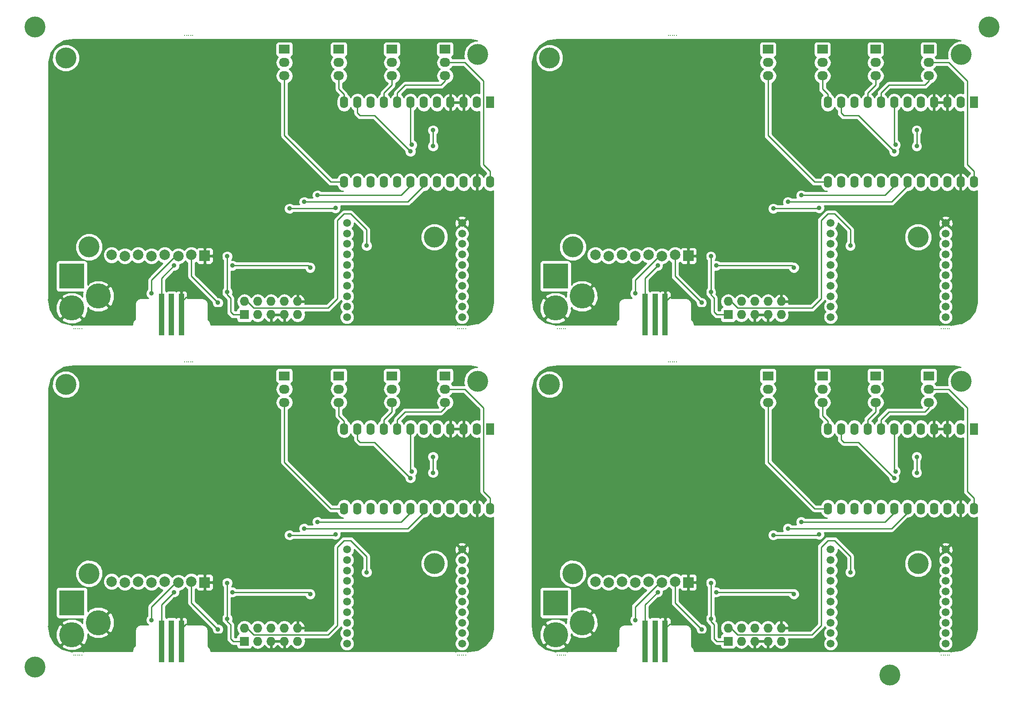
<source format=gbl>
G04 #@! TF.FileFunction,Copper,L4,Bot,Signal*
%FSLAX46Y46*%
G04 Gerber Fmt 4.6, Leading zero omitted, Abs format (unit mm)*
G04 Created by KiCad (PCBNEW (2015-01-16 BZR 5376)-product) date 12/06/2015 15:21:38*
%MOMM*%
G01*
G04 APERTURE LIST*
%ADD10C,0.100000*%
%ADD11R,1.000000X8.000000*%
%ADD12C,4.000000*%
%ADD13C,0.300000*%
%ADD14C,1.500000*%
%ADD15R,2.032000X1.727200*%
%ADD16O,2.032000X1.727200*%
%ADD17C,4.800600*%
%ADD18R,4.800600X4.800600*%
%ADD19R,1.727200X1.727200*%
%ADD20O,1.727200X1.727200*%
%ADD21C,2.000000*%
%ADD22R,2.000000X2.000000*%
%ADD23R,1.574800X2.286000*%
%ADD24O,1.574800X2.286000*%
%ADD25C,0.889000*%
%ADD26C,0.254000*%
G04 APERTURE END LIST*
D10*
D11*
X164208000Y-152569000D03*
X166113000Y-152569000D03*
X168018000Y-152569000D03*
X164208000Y-90069000D03*
X166113000Y-90069000D03*
X168018000Y-90069000D03*
X71708000Y-152569000D03*
X73613000Y-152569000D03*
X75518000Y-152569000D03*
X71708000Y-90069000D03*
X73613000Y-90069000D03*
X75518000Y-90069000D03*
D12*
X47500000Y-157500000D03*
X230000000Y-35000000D03*
X211000000Y-159000000D03*
X47500000Y-35000000D03*
D13*
X77677000Y-99102000D03*
X77296000Y-99102000D03*
X76915000Y-99102000D03*
X76534000Y-99102000D03*
D12*
X123905000Y-137710000D03*
X57865000Y-139615000D03*
X132160000Y-102785000D03*
X53420000Y-103420000D03*
D14*
X129190000Y-153020000D03*
X129190000Y-151020000D03*
X129190000Y-149020000D03*
X129190000Y-147020000D03*
X129190000Y-145020000D03*
X129190000Y-143020000D03*
X129190000Y-141020000D03*
X129190000Y-139020000D03*
X129190000Y-137020000D03*
X129190000Y-135020000D03*
X107190000Y-135020000D03*
X107190000Y-137020000D03*
X107190000Y-139020000D03*
X107190000Y-141020000D03*
X107190000Y-143020000D03*
X107190000Y-145020000D03*
X107190000Y-147020000D03*
X107190000Y-149020000D03*
X107190000Y-151020000D03*
X107190000Y-153020000D03*
D15*
X95203000Y-101769000D03*
D16*
X95203000Y-104309000D03*
X95203000Y-106849000D03*
D15*
X125937000Y-101769000D03*
D16*
X125937000Y-104309000D03*
X125937000Y-106849000D03*
D15*
X115777000Y-101769000D03*
D16*
X115777000Y-104309000D03*
X115777000Y-106849000D03*
D15*
X105617000Y-101769000D03*
D16*
X105617000Y-104309000D03*
X105617000Y-106849000D03*
D17*
X54563000Y-151299000D03*
D18*
X54563000Y-145203000D03*
D17*
X59643000Y-149013000D03*
D19*
X87583000Y-152569000D03*
D20*
X87583000Y-150029000D03*
X90123000Y-152569000D03*
X90123000Y-150029000D03*
X92663000Y-152569000D03*
X92663000Y-150029000D03*
X95203000Y-152569000D03*
X95203000Y-150029000D03*
X97743000Y-152569000D03*
X97743000Y-150029000D03*
D21*
X62183000Y-141139000D03*
X64723000Y-141349000D03*
X67263000Y-141139000D03*
X69823000Y-141349000D03*
X72343000Y-141139000D03*
X74923000Y-141349000D03*
X77423000Y-141139000D03*
D22*
X79973000Y-141299000D03*
D13*
X76153000Y-99102000D03*
X128350000Y-155236000D03*
X128731000Y-155236000D03*
X129112000Y-155236000D03*
X129493000Y-155236000D03*
X129874000Y-155236000D03*
X54944000Y-155236000D03*
X55325000Y-155236000D03*
X55706000Y-155236000D03*
X56087000Y-155236000D03*
X56468000Y-155236000D03*
D23*
X134573000Y-111929000D03*
D24*
X132033000Y-111929000D03*
X129493000Y-111929000D03*
X126953000Y-111929000D03*
X124413000Y-111929000D03*
X121873000Y-111929000D03*
X119333000Y-111929000D03*
X116793000Y-111929000D03*
X114253000Y-111929000D03*
X111713000Y-111929000D03*
X109173000Y-111929000D03*
X106633000Y-111929000D03*
X106633000Y-127169000D03*
X109173000Y-127169000D03*
X111713000Y-127169000D03*
X114253000Y-127169000D03*
X116793000Y-127169000D03*
X119333000Y-127169000D03*
X121873000Y-127169000D03*
X124413000Y-127169000D03*
X126953000Y-127169000D03*
X129493000Y-127169000D03*
X132033000Y-127169000D03*
X134573000Y-127169000D03*
D23*
X227073000Y-111929000D03*
D24*
X224533000Y-111929000D03*
X221993000Y-111929000D03*
X219453000Y-111929000D03*
X216913000Y-111929000D03*
X214373000Y-111929000D03*
X211833000Y-111929000D03*
X209293000Y-111929000D03*
X206753000Y-111929000D03*
X204213000Y-111929000D03*
X201673000Y-111929000D03*
X199133000Y-111929000D03*
X199133000Y-127169000D03*
X201673000Y-127169000D03*
X204213000Y-127169000D03*
X206753000Y-127169000D03*
X209293000Y-127169000D03*
X211833000Y-127169000D03*
X214373000Y-127169000D03*
X216913000Y-127169000D03*
X219453000Y-127169000D03*
X221993000Y-127169000D03*
X224533000Y-127169000D03*
X227073000Y-127169000D03*
D13*
X148968000Y-155236000D03*
X148587000Y-155236000D03*
X148206000Y-155236000D03*
X147825000Y-155236000D03*
X147444000Y-155236000D03*
X222374000Y-155236000D03*
X221993000Y-155236000D03*
X221612000Y-155236000D03*
X221231000Y-155236000D03*
X220850000Y-155236000D03*
X168653000Y-99102000D03*
D21*
X154683000Y-141139000D03*
X157223000Y-141349000D03*
X159763000Y-141139000D03*
X162323000Y-141349000D03*
X164843000Y-141139000D03*
X167423000Y-141349000D03*
X169923000Y-141139000D03*
D22*
X172473000Y-141299000D03*
D19*
X180083000Y-152569000D03*
D20*
X180083000Y-150029000D03*
X182623000Y-152569000D03*
X182623000Y-150029000D03*
X185163000Y-152569000D03*
X185163000Y-150029000D03*
X187703000Y-152569000D03*
X187703000Y-150029000D03*
X190243000Y-152569000D03*
X190243000Y-150029000D03*
D17*
X147063000Y-151299000D03*
D18*
X147063000Y-145203000D03*
D17*
X152143000Y-149013000D03*
D15*
X198117000Y-101769000D03*
D16*
X198117000Y-104309000D03*
X198117000Y-106849000D03*
D15*
X208277000Y-101769000D03*
D16*
X208277000Y-104309000D03*
X208277000Y-106849000D03*
D15*
X218437000Y-101769000D03*
D16*
X218437000Y-104309000D03*
X218437000Y-106849000D03*
D15*
X187703000Y-101769000D03*
D16*
X187703000Y-104309000D03*
X187703000Y-106849000D03*
D14*
X221690000Y-153020000D03*
X221690000Y-151020000D03*
X221690000Y-149020000D03*
X221690000Y-147020000D03*
X221690000Y-145020000D03*
X221690000Y-143020000D03*
X221690000Y-141020000D03*
X221690000Y-139020000D03*
X221690000Y-137020000D03*
X221690000Y-135020000D03*
X199690000Y-135020000D03*
X199690000Y-137020000D03*
X199690000Y-139020000D03*
X199690000Y-141020000D03*
X199690000Y-143020000D03*
X199690000Y-145020000D03*
X199690000Y-147020000D03*
X199690000Y-149020000D03*
X199690000Y-151020000D03*
X199690000Y-153020000D03*
D12*
X145920000Y-103420000D03*
X224660000Y-102785000D03*
X150365000Y-139615000D03*
X216405000Y-137710000D03*
D13*
X169034000Y-99102000D03*
X169415000Y-99102000D03*
X169796000Y-99102000D03*
X170177000Y-99102000D03*
X170177000Y-36602000D03*
X169796000Y-36602000D03*
X169415000Y-36602000D03*
X169034000Y-36602000D03*
D12*
X216405000Y-75210000D03*
X150365000Y-77115000D03*
X224660000Y-40285000D03*
X145920000Y-40920000D03*
D14*
X221690000Y-90520000D03*
X221690000Y-88520000D03*
X221690000Y-86520000D03*
X221690000Y-84520000D03*
X221690000Y-82520000D03*
X221690000Y-80520000D03*
X221690000Y-78520000D03*
X221690000Y-76520000D03*
X221690000Y-74520000D03*
X221690000Y-72520000D03*
X199690000Y-72520000D03*
X199690000Y-74520000D03*
X199690000Y-76520000D03*
X199690000Y-78520000D03*
X199690000Y-80520000D03*
X199690000Y-82520000D03*
X199690000Y-84520000D03*
X199690000Y-86520000D03*
X199690000Y-88520000D03*
X199690000Y-90520000D03*
D15*
X187703000Y-39269000D03*
D16*
X187703000Y-41809000D03*
X187703000Y-44349000D03*
D15*
X218437000Y-39269000D03*
D16*
X218437000Y-41809000D03*
X218437000Y-44349000D03*
D15*
X208277000Y-39269000D03*
D16*
X208277000Y-41809000D03*
X208277000Y-44349000D03*
D15*
X198117000Y-39269000D03*
D16*
X198117000Y-41809000D03*
X198117000Y-44349000D03*
D17*
X147063000Y-88799000D03*
D18*
X147063000Y-82703000D03*
D17*
X152143000Y-86513000D03*
D19*
X180083000Y-90069000D03*
D20*
X180083000Y-87529000D03*
X182623000Y-90069000D03*
X182623000Y-87529000D03*
X185163000Y-90069000D03*
X185163000Y-87529000D03*
X187703000Y-90069000D03*
X187703000Y-87529000D03*
X190243000Y-90069000D03*
X190243000Y-87529000D03*
D21*
X154683000Y-78639000D03*
X157223000Y-78849000D03*
X159763000Y-78639000D03*
X162323000Y-78849000D03*
X164843000Y-78639000D03*
X167423000Y-78849000D03*
X169923000Y-78639000D03*
D22*
X172473000Y-78799000D03*
D13*
X168653000Y-36602000D03*
X220850000Y-92736000D03*
X221231000Y-92736000D03*
X221612000Y-92736000D03*
X221993000Y-92736000D03*
X222374000Y-92736000D03*
X147444000Y-92736000D03*
X147825000Y-92736000D03*
X148206000Y-92736000D03*
X148587000Y-92736000D03*
X148968000Y-92736000D03*
D23*
X227073000Y-49429000D03*
D24*
X224533000Y-49429000D03*
X221993000Y-49429000D03*
X219453000Y-49429000D03*
X216913000Y-49429000D03*
X214373000Y-49429000D03*
X211833000Y-49429000D03*
X209293000Y-49429000D03*
X206753000Y-49429000D03*
X204213000Y-49429000D03*
X201673000Y-49429000D03*
X199133000Y-49429000D03*
X199133000Y-64669000D03*
X201673000Y-64669000D03*
X204213000Y-64669000D03*
X206753000Y-64669000D03*
X209293000Y-64669000D03*
X211833000Y-64669000D03*
X214373000Y-64669000D03*
X216913000Y-64669000D03*
X219453000Y-64669000D03*
X221993000Y-64669000D03*
X224533000Y-64669000D03*
X227073000Y-64669000D03*
D23*
X134573000Y-49429000D03*
D24*
X132033000Y-49429000D03*
X129493000Y-49429000D03*
X126953000Y-49429000D03*
X124413000Y-49429000D03*
X121873000Y-49429000D03*
X119333000Y-49429000D03*
X116793000Y-49429000D03*
X114253000Y-49429000D03*
X111713000Y-49429000D03*
X109173000Y-49429000D03*
X106633000Y-49429000D03*
X106633000Y-64669000D03*
X109173000Y-64669000D03*
X111713000Y-64669000D03*
X114253000Y-64669000D03*
X116793000Y-64669000D03*
X119333000Y-64669000D03*
X121873000Y-64669000D03*
X124413000Y-64669000D03*
X126953000Y-64669000D03*
X129493000Y-64669000D03*
X132033000Y-64669000D03*
X134573000Y-64669000D03*
D13*
X56468000Y-92736000D03*
X56087000Y-92736000D03*
X55706000Y-92736000D03*
X55325000Y-92736000D03*
X54944000Y-92736000D03*
X129874000Y-92736000D03*
X129493000Y-92736000D03*
X129112000Y-92736000D03*
X128731000Y-92736000D03*
X128350000Y-92736000D03*
X76153000Y-36602000D03*
D21*
X62183000Y-78639000D03*
X64723000Y-78849000D03*
X67263000Y-78639000D03*
X69823000Y-78849000D03*
X72343000Y-78639000D03*
X74923000Y-78849000D03*
X77423000Y-78639000D03*
D22*
X79973000Y-78799000D03*
D19*
X87583000Y-90069000D03*
D20*
X87583000Y-87529000D03*
X90123000Y-90069000D03*
X90123000Y-87529000D03*
X92663000Y-90069000D03*
X92663000Y-87529000D03*
X95203000Y-90069000D03*
X95203000Y-87529000D03*
X97743000Y-90069000D03*
X97743000Y-87529000D03*
D17*
X54563000Y-88799000D03*
D18*
X54563000Y-82703000D03*
D17*
X59643000Y-86513000D03*
D15*
X105617000Y-39269000D03*
D16*
X105617000Y-41809000D03*
X105617000Y-44349000D03*
D15*
X115777000Y-39269000D03*
D16*
X115777000Y-41809000D03*
X115777000Y-44349000D03*
D15*
X125937000Y-39269000D03*
D16*
X125937000Y-41809000D03*
X125937000Y-44349000D03*
D15*
X95203000Y-39269000D03*
D16*
X95203000Y-41809000D03*
X95203000Y-44349000D03*
D14*
X129190000Y-90520000D03*
X129190000Y-88520000D03*
X129190000Y-86520000D03*
X129190000Y-84520000D03*
X129190000Y-82520000D03*
X129190000Y-80520000D03*
X129190000Y-78520000D03*
X129190000Y-76520000D03*
X129190000Y-74520000D03*
X129190000Y-72520000D03*
X107190000Y-72520000D03*
X107190000Y-74520000D03*
X107190000Y-76520000D03*
X107190000Y-78520000D03*
X107190000Y-80520000D03*
X107190000Y-82520000D03*
X107190000Y-84520000D03*
X107190000Y-86520000D03*
X107190000Y-88520000D03*
X107190000Y-90520000D03*
D12*
X53420000Y-40920000D03*
X132160000Y-40285000D03*
X57865000Y-77115000D03*
X123905000Y-75210000D03*
D13*
X76534000Y-36602000D03*
X76915000Y-36602000D03*
X77296000Y-36602000D03*
X77677000Y-36602000D03*
D25*
X120857000Y-101261000D03*
X110697000Y-101261000D03*
X100537000Y-101261000D03*
X89869000Y-101261000D03*
X79074000Y-137329000D03*
X99013000Y-147235000D03*
X101299000Y-122851000D03*
X96473000Y-118025000D03*
X83773000Y-151172000D03*
X83011000Y-141139000D03*
X109173000Y-146727000D03*
X118063000Y-146727000D03*
X210563000Y-146727000D03*
X201673000Y-146727000D03*
X175511000Y-141139000D03*
X176273000Y-151172000D03*
X188973000Y-118025000D03*
X193799000Y-122851000D03*
X191513000Y-147235000D03*
X171574000Y-137329000D03*
X182369000Y-101261000D03*
X193037000Y-101261000D03*
X203197000Y-101261000D03*
X213357000Y-101261000D03*
X213357000Y-38761000D03*
X203197000Y-38761000D03*
X193037000Y-38761000D03*
X182369000Y-38761000D03*
X171574000Y-74829000D03*
X191513000Y-84735000D03*
X193799000Y-60351000D03*
X188973000Y-55525000D03*
X176273000Y-88672000D03*
X175511000Y-78639000D03*
X201673000Y-84227000D03*
X210563000Y-84227000D03*
X118063000Y-84227000D03*
X109173000Y-84227000D03*
X83011000Y-78639000D03*
X83773000Y-88672000D03*
X96473000Y-55525000D03*
X101299000Y-60351000D03*
X99013000Y-84735000D03*
X79074000Y-74829000D03*
X89869000Y-38761000D03*
X100537000Y-38761000D03*
X110697000Y-38761000D03*
X120857000Y-38761000D03*
X69803000Y-148505000D03*
X82503000Y-150283000D03*
X110951000Y-139361000D03*
X203451000Y-139361000D03*
X175003000Y-150283000D03*
X162303000Y-148505000D03*
X162303000Y-86005000D03*
X175003000Y-87783000D03*
X203451000Y-76861000D03*
X110951000Y-76861000D03*
X82503000Y-87783000D03*
X69803000Y-86005000D03*
X84281000Y-148251000D03*
X84281000Y-141393000D03*
X176781000Y-141393000D03*
X176781000Y-148251000D03*
X176781000Y-85751000D03*
X176781000Y-78893000D03*
X84281000Y-78893000D03*
X84281000Y-85751000D03*
X85297000Y-143171000D03*
X100156000Y-143552000D03*
X74121000Y-143171000D03*
X166621000Y-143171000D03*
X192656000Y-143552000D03*
X177797000Y-143171000D03*
X177797000Y-80671000D03*
X192656000Y-81052000D03*
X166621000Y-80671000D03*
X74121000Y-80671000D03*
X100156000Y-81052000D03*
X85297000Y-80671000D03*
X119587000Y-120057000D03*
X212087000Y-120057000D03*
X212087000Y-57557000D03*
X119587000Y-57557000D03*
X123651000Y-117263000D03*
X123651000Y-120311000D03*
X216151000Y-120311000D03*
X216151000Y-117263000D03*
X216151000Y-54763000D03*
X216151000Y-57811000D03*
X123651000Y-57811000D03*
X123651000Y-54763000D03*
X119333000Y-121327000D03*
X211833000Y-121327000D03*
X211833000Y-58827000D03*
X119333000Y-58827000D03*
X101553000Y-129709000D03*
X194053000Y-129709000D03*
X194053000Y-67209000D03*
X101553000Y-67209000D03*
X99013000Y-130979000D03*
X191513000Y-130979000D03*
X191513000Y-68479000D03*
X99013000Y-68479000D03*
X104982000Y-132122000D03*
X96219000Y-132249000D03*
X188719000Y-132249000D03*
X197482000Y-132122000D03*
X197482000Y-69622000D03*
X188719000Y-69749000D03*
X96219000Y-69749000D03*
X104982000Y-69622000D03*
D26*
X75518000Y-152569000D02*
X75518000Y-148632000D01*
X101299000Y-122851000D02*
X96473000Y-118025000D01*
X83773000Y-149775000D02*
X83773000Y-151172000D01*
X83265000Y-146727000D02*
X83265000Y-141393000D01*
X83265000Y-141393000D02*
X83011000Y-141139000D01*
X83265000Y-149267000D02*
X83773000Y-149775000D01*
X83265000Y-146727000D02*
X83265000Y-149267000D01*
X75518000Y-150156000D02*
X75518000Y-152569000D01*
X79963000Y-149267000D02*
X80725000Y-150029000D01*
X80725000Y-150029000D02*
X80725000Y-150791000D01*
X80725000Y-150791000D02*
X81106000Y-151172000D01*
X81106000Y-151172000D02*
X83773000Y-151172000D01*
X75518000Y-150156000D02*
X76407000Y-149267000D01*
X76407000Y-149267000D02*
X79963000Y-149267000D01*
X109173000Y-146727000D02*
X118063000Y-146727000D01*
X201673000Y-146727000D02*
X210563000Y-146727000D01*
X168907000Y-149267000D02*
X172463000Y-149267000D01*
X168018000Y-150156000D02*
X168907000Y-149267000D01*
X173606000Y-151172000D02*
X176273000Y-151172000D01*
X173225000Y-150791000D02*
X173606000Y-151172000D01*
X173225000Y-150029000D02*
X173225000Y-150791000D01*
X172463000Y-149267000D02*
X173225000Y-150029000D01*
X168018000Y-150156000D02*
X168018000Y-152569000D01*
X175765000Y-146727000D02*
X175765000Y-149267000D01*
X175765000Y-149267000D02*
X176273000Y-149775000D01*
X175765000Y-141393000D02*
X175511000Y-141139000D01*
X175765000Y-146727000D02*
X175765000Y-141393000D01*
X176273000Y-149775000D02*
X176273000Y-151172000D01*
X193799000Y-122851000D02*
X188973000Y-118025000D01*
X168018000Y-152569000D02*
X168018000Y-148632000D01*
X168018000Y-90069000D02*
X168018000Y-86132000D01*
X193799000Y-60351000D02*
X188973000Y-55525000D01*
X176273000Y-87275000D02*
X176273000Y-88672000D01*
X175765000Y-84227000D02*
X175765000Y-78893000D01*
X175765000Y-78893000D02*
X175511000Y-78639000D01*
X175765000Y-86767000D02*
X176273000Y-87275000D01*
X175765000Y-84227000D02*
X175765000Y-86767000D01*
X168018000Y-87656000D02*
X168018000Y-90069000D01*
X172463000Y-86767000D02*
X173225000Y-87529000D01*
X173225000Y-87529000D02*
X173225000Y-88291000D01*
X173225000Y-88291000D02*
X173606000Y-88672000D01*
X173606000Y-88672000D02*
X176273000Y-88672000D01*
X168018000Y-87656000D02*
X168907000Y-86767000D01*
X168907000Y-86767000D02*
X172463000Y-86767000D01*
X201673000Y-84227000D02*
X210563000Y-84227000D01*
X109173000Y-84227000D02*
X118063000Y-84227000D01*
X76407000Y-86767000D02*
X79963000Y-86767000D01*
X75518000Y-87656000D02*
X76407000Y-86767000D01*
X81106000Y-88672000D02*
X83773000Y-88672000D01*
X80725000Y-88291000D02*
X81106000Y-88672000D01*
X80725000Y-87529000D02*
X80725000Y-88291000D01*
X79963000Y-86767000D02*
X80725000Y-87529000D01*
X75518000Y-87656000D02*
X75518000Y-90069000D01*
X83265000Y-84227000D02*
X83265000Y-86767000D01*
X83265000Y-86767000D02*
X83773000Y-87275000D01*
X83265000Y-78893000D02*
X83011000Y-78639000D01*
X83265000Y-84227000D02*
X83265000Y-78893000D01*
X83773000Y-87275000D02*
X83773000Y-88672000D01*
X101299000Y-60351000D02*
X96473000Y-55525000D01*
X75518000Y-90069000D02*
X75518000Y-86132000D01*
X125937000Y-104309000D02*
X129747000Y-104309000D01*
X134573000Y-125137000D02*
X134573000Y-127169000D01*
X133303000Y-123867000D02*
X134573000Y-125137000D01*
X133303000Y-110151000D02*
X133303000Y-123867000D01*
X133303000Y-107865000D02*
X133303000Y-110151000D01*
X129747000Y-104309000D02*
X133303000Y-107865000D01*
X222247000Y-104309000D02*
X225803000Y-107865000D01*
X225803000Y-107865000D02*
X225803000Y-110151000D01*
X225803000Y-110151000D02*
X225803000Y-123867000D01*
X225803000Y-123867000D02*
X227073000Y-125137000D01*
X227073000Y-125137000D02*
X227073000Y-127169000D01*
X218437000Y-104309000D02*
X222247000Y-104309000D01*
X218437000Y-41809000D02*
X222247000Y-41809000D01*
X227073000Y-62637000D02*
X227073000Y-64669000D01*
X225803000Y-61367000D02*
X227073000Y-62637000D01*
X225803000Y-47651000D02*
X225803000Y-61367000D01*
X225803000Y-45365000D02*
X225803000Y-47651000D01*
X222247000Y-41809000D02*
X225803000Y-45365000D01*
X129747000Y-41809000D02*
X133303000Y-45365000D01*
X133303000Y-45365000D02*
X133303000Y-47651000D01*
X133303000Y-47651000D02*
X133303000Y-61367000D01*
X133303000Y-61367000D02*
X134573000Y-62637000D01*
X134573000Y-62637000D02*
X134573000Y-64669000D01*
X125937000Y-41809000D02*
X129747000Y-41809000D01*
X69803000Y-145965000D02*
X69803000Y-148505000D01*
X74629000Y-141139000D02*
X69803000Y-145965000D01*
X74883000Y-141139000D02*
X74629000Y-141139000D01*
X88091000Y-150029000D02*
X89361000Y-151299000D01*
X87583000Y-150029000D02*
X88091000Y-150029000D01*
X77423000Y-145203000D02*
X82503000Y-150283000D01*
X77423000Y-141139000D02*
X77423000Y-145203000D01*
X89361000Y-151299000D02*
X103585000Y-151299000D01*
X103585000Y-151299000D02*
X105363000Y-149521000D01*
X105363000Y-149521000D02*
X105363000Y-134535000D01*
X110951000Y-136313000D02*
X110951000Y-139361000D01*
X107903000Y-133265000D02*
X110951000Y-136313000D01*
X106633000Y-133265000D02*
X107903000Y-133265000D01*
X105363000Y-134535000D02*
X106633000Y-133265000D01*
X197863000Y-134535000D02*
X199133000Y-133265000D01*
X199133000Y-133265000D02*
X200403000Y-133265000D01*
X200403000Y-133265000D02*
X203451000Y-136313000D01*
X203451000Y-136313000D02*
X203451000Y-139361000D01*
X197863000Y-149521000D02*
X197863000Y-134535000D01*
X196085000Y-151299000D02*
X197863000Y-149521000D01*
X181861000Y-151299000D02*
X196085000Y-151299000D01*
X169923000Y-141139000D02*
X169923000Y-145203000D01*
X169923000Y-145203000D02*
X175003000Y-150283000D01*
X180083000Y-150029000D02*
X180591000Y-150029000D01*
X180591000Y-150029000D02*
X181861000Y-151299000D01*
X167383000Y-141139000D02*
X167129000Y-141139000D01*
X167129000Y-141139000D02*
X162303000Y-145965000D01*
X162303000Y-145965000D02*
X162303000Y-148505000D01*
X162303000Y-83465000D02*
X162303000Y-86005000D01*
X167129000Y-78639000D02*
X162303000Y-83465000D01*
X167383000Y-78639000D02*
X167129000Y-78639000D01*
X180591000Y-87529000D02*
X181861000Y-88799000D01*
X180083000Y-87529000D02*
X180591000Y-87529000D01*
X169923000Y-82703000D02*
X175003000Y-87783000D01*
X169923000Y-78639000D02*
X169923000Y-82703000D01*
X181861000Y-88799000D02*
X196085000Y-88799000D01*
X196085000Y-88799000D02*
X197863000Y-87021000D01*
X197863000Y-87021000D02*
X197863000Y-72035000D01*
X203451000Y-73813000D02*
X203451000Y-76861000D01*
X200403000Y-70765000D02*
X203451000Y-73813000D01*
X199133000Y-70765000D02*
X200403000Y-70765000D01*
X197863000Y-72035000D02*
X199133000Y-70765000D01*
X105363000Y-72035000D02*
X106633000Y-70765000D01*
X106633000Y-70765000D02*
X107903000Y-70765000D01*
X107903000Y-70765000D02*
X110951000Y-73813000D01*
X110951000Y-73813000D02*
X110951000Y-76861000D01*
X105363000Y-87021000D02*
X105363000Y-72035000D01*
X103585000Y-88799000D02*
X105363000Y-87021000D01*
X89361000Y-88799000D02*
X103585000Y-88799000D01*
X77423000Y-78639000D02*
X77423000Y-82703000D01*
X77423000Y-82703000D02*
X82503000Y-87783000D01*
X87583000Y-87529000D02*
X88091000Y-87529000D01*
X88091000Y-87529000D02*
X89361000Y-88799000D01*
X74883000Y-78639000D02*
X74629000Y-78639000D01*
X74629000Y-78639000D02*
X69803000Y-83465000D01*
X69803000Y-83465000D02*
X69803000Y-86005000D01*
X84281000Y-148251000D02*
X84281000Y-148759000D01*
X85424000Y-152569000D02*
X87583000Y-152569000D01*
X84916000Y-152061000D02*
X85424000Y-152569000D01*
X84916000Y-149394000D02*
X84916000Y-152061000D01*
X84281000Y-148759000D02*
X84916000Y-149394000D01*
X84281000Y-141393000D02*
X84281000Y-148251000D01*
X176781000Y-141393000D02*
X176781000Y-148251000D01*
X176781000Y-148759000D02*
X177416000Y-149394000D01*
X177416000Y-149394000D02*
X177416000Y-152061000D01*
X177416000Y-152061000D02*
X177924000Y-152569000D01*
X177924000Y-152569000D02*
X180083000Y-152569000D01*
X176781000Y-148251000D02*
X176781000Y-148759000D01*
X176781000Y-85751000D02*
X176781000Y-86259000D01*
X177924000Y-90069000D02*
X180083000Y-90069000D01*
X177416000Y-89561000D02*
X177924000Y-90069000D01*
X177416000Y-86894000D02*
X177416000Y-89561000D01*
X176781000Y-86259000D02*
X177416000Y-86894000D01*
X176781000Y-78893000D02*
X176781000Y-85751000D01*
X84281000Y-78893000D02*
X84281000Y-85751000D01*
X84281000Y-86259000D02*
X84916000Y-86894000D01*
X84916000Y-86894000D02*
X84916000Y-89561000D01*
X84916000Y-89561000D02*
X85424000Y-90069000D01*
X85424000Y-90069000D02*
X87583000Y-90069000D01*
X84281000Y-85751000D02*
X84281000Y-86259000D01*
X99775000Y-143171000D02*
X85297000Y-143171000D01*
X100156000Y-143552000D02*
X99775000Y-143171000D01*
X74121000Y-143171000D02*
X71708000Y-145584000D01*
X71708000Y-145838000D02*
X71708000Y-152569000D01*
X71708000Y-145584000D02*
X71708000Y-145838000D01*
X164208000Y-145584000D02*
X164208000Y-145838000D01*
X164208000Y-145838000D02*
X164208000Y-152569000D01*
X166621000Y-143171000D02*
X164208000Y-145584000D01*
X192656000Y-143552000D02*
X192275000Y-143171000D01*
X192275000Y-143171000D02*
X177797000Y-143171000D01*
X192275000Y-80671000D02*
X177797000Y-80671000D01*
X192656000Y-81052000D02*
X192275000Y-80671000D01*
X166621000Y-80671000D02*
X164208000Y-83084000D01*
X164208000Y-83338000D02*
X164208000Y-90069000D01*
X164208000Y-83084000D02*
X164208000Y-83338000D01*
X71708000Y-83084000D02*
X71708000Y-83338000D01*
X71708000Y-83338000D02*
X71708000Y-90069000D01*
X74121000Y-80671000D02*
X71708000Y-83084000D01*
X100156000Y-81052000D02*
X99775000Y-80671000D01*
X99775000Y-80671000D02*
X85297000Y-80671000D01*
X119587000Y-120057000D02*
X119333000Y-119803000D01*
X119333000Y-119803000D02*
X119333000Y-111929000D01*
X211833000Y-119803000D02*
X211833000Y-111929000D01*
X212087000Y-120057000D02*
X211833000Y-119803000D01*
X212087000Y-57557000D02*
X211833000Y-57303000D01*
X211833000Y-57303000D02*
X211833000Y-49429000D01*
X119333000Y-57303000D02*
X119333000Y-49429000D01*
X119587000Y-57557000D02*
X119333000Y-57303000D01*
X116793000Y-110405000D02*
X116793000Y-110151000D01*
X116793000Y-111929000D02*
X116793000Y-110405000D01*
X125937000Y-107865000D02*
X125937000Y-106087000D01*
X125175000Y-108627000D02*
X125937000Y-107865000D01*
X118317000Y-108627000D02*
X125175000Y-108627000D01*
X116793000Y-110151000D02*
X118317000Y-108627000D01*
X209293000Y-110151000D02*
X210817000Y-108627000D01*
X210817000Y-108627000D02*
X217675000Y-108627000D01*
X217675000Y-108627000D02*
X218437000Y-107865000D01*
X218437000Y-107865000D02*
X218437000Y-106087000D01*
X209293000Y-111929000D02*
X209293000Y-110405000D01*
X209293000Y-110405000D02*
X209293000Y-110151000D01*
X209293000Y-47905000D02*
X209293000Y-47651000D01*
X209293000Y-49429000D02*
X209293000Y-47905000D01*
X218437000Y-45365000D02*
X218437000Y-43587000D01*
X217675000Y-46127000D02*
X218437000Y-45365000D01*
X210817000Y-46127000D02*
X217675000Y-46127000D01*
X209293000Y-47651000D02*
X210817000Y-46127000D01*
X116793000Y-47651000D02*
X118317000Y-46127000D01*
X118317000Y-46127000D02*
X125175000Y-46127000D01*
X125175000Y-46127000D02*
X125937000Y-45365000D01*
X125937000Y-45365000D02*
X125937000Y-43587000D01*
X116793000Y-49429000D02*
X116793000Y-47905000D01*
X116793000Y-47905000D02*
X116793000Y-47651000D01*
X114253000Y-111929000D02*
X114253000Y-110151000D01*
X115777000Y-108627000D02*
X115777000Y-106087000D01*
X114253000Y-110151000D02*
X115777000Y-108627000D01*
X206753000Y-110151000D02*
X208277000Y-108627000D01*
X208277000Y-108627000D02*
X208277000Y-106087000D01*
X206753000Y-111929000D02*
X206753000Y-110151000D01*
X206753000Y-49429000D02*
X206753000Y-47651000D01*
X208277000Y-46127000D02*
X208277000Y-43587000D01*
X206753000Y-47651000D02*
X208277000Y-46127000D01*
X114253000Y-47651000D02*
X115777000Y-46127000D01*
X115777000Y-46127000D02*
X115777000Y-43587000D01*
X114253000Y-49429000D02*
X114253000Y-47651000D01*
X123651000Y-117263000D02*
X123651000Y-120311000D01*
X216151000Y-117263000D02*
X216151000Y-120311000D01*
X216151000Y-54763000D02*
X216151000Y-57811000D01*
X123651000Y-54763000D02*
X123651000Y-57811000D01*
X119333000Y-121327000D02*
X112475000Y-114469000D01*
X112475000Y-114469000D02*
X109681000Y-114469000D01*
X109681000Y-114469000D02*
X109173000Y-113961000D01*
X109173000Y-113961000D02*
X109173000Y-111929000D01*
X201673000Y-113961000D02*
X201673000Y-111929000D01*
X202181000Y-114469000D02*
X201673000Y-113961000D01*
X204975000Y-114469000D02*
X202181000Y-114469000D01*
X211833000Y-121327000D02*
X204975000Y-114469000D01*
X211833000Y-58827000D02*
X204975000Y-51969000D01*
X204975000Y-51969000D02*
X202181000Y-51969000D01*
X202181000Y-51969000D02*
X201673000Y-51461000D01*
X201673000Y-51461000D02*
X201673000Y-49429000D01*
X109173000Y-51461000D02*
X109173000Y-49429000D01*
X109681000Y-51969000D02*
X109173000Y-51461000D01*
X112475000Y-51969000D02*
X109681000Y-51969000D01*
X119333000Y-58827000D02*
X112475000Y-51969000D01*
X106633000Y-111929000D02*
X106633000Y-110405000D01*
X105617000Y-109389000D02*
X105617000Y-106849000D01*
X106633000Y-110405000D02*
X105617000Y-109389000D01*
X199133000Y-110405000D02*
X198117000Y-109389000D01*
X198117000Y-109389000D02*
X198117000Y-106849000D01*
X199133000Y-111929000D02*
X199133000Y-110405000D01*
X199133000Y-49429000D02*
X199133000Y-47905000D01*
X198117000Y-46889000D02*
X198117000Y-44349000D01*
X199133000Y-47905000D02*
X198117000Y-46889000D01*
X106633000Y-47905000D02*
X105617000Y-46889000D01*
X105617000Y-46889000D02*
X105617000Y-44349000D01*
X106633000Y-49429000D02*
X106633000Y-47905000D01*
X95203000Y-106849000D02*
X95203000Y-118279000D01*
X104093000Y-127169000D02*
X106633000Y-127169000D01*
X95203000Y-118279000D02*
X104093000Y-127169000D01*
X187703000Y-118279000D02*
X196593000Y-127169000D01*
X196593000Y-127169000D02*
X199133000Y-127169000D01*
X187703000Y-106849000D02*
X187703000Y-118279000D01*
X187703000Y-44349000D02*
X187703000Y-55779000D01*
X196593000Y-64669000D02*
X199133000Y-64669000D01*
X187703000Y-55779000D02*
X196593000Y-64669000D01*
X95203000Y-55779000D02*
X104093000Y-64669000D01*
X104093000Y-64669000D02*
X106633000Y-64669000D01*
X95203000Y-44349000D02*
X95203000Y-55779000D01*
X119333000Y-127169000D02*
X119333000Y-127931000D01*
X119333000Y-127931000D02*
X117555000Y-129709000D01*
X117555000Y-129709000D02*
X101553000Y-129709000D01*
X210055000Y-129709000D02*
X194053000Y-129709000D01*
X211833000Y-127931000D02*
X210055000Y-129709000D01*
X211833000Y-127169000D02*
X211833000Y-127931000D01*
X211833000Y-64669000D02*
X211833000Y-65431000D01*
X211833000Y-65431000D02*
X210055000Y-67209000D01*
X210055000Y-67209000D02*
X194053000Y-67209000D01*
X117555000Y-67209000D02*
X101553000Y-67209000D01*
X119333000Y-65431000D02*
X117555000Y-67209000D01*
X119333000Y-64669000D02*
X119333000Y-65431000D01*
X121873000Y-127169000D02*
X121873000Y-127931000D01*
X121873000Y-127931000D02*
X118825000Y-130979000D01*
X118825000Y-130979000D02*
X99013000Y-130979000D01*
X211325000Y-130979000D02*
X191513000Y-130979000D01*
X214373000Y-127931000D02*
X211325000Y-130979000D01*
X214373000Y-127169000D02*
X214373000Y-127931000D01*
X214373000Y-64669000D02*
X214373000Y-65431000D01*
X214373000Y-65431000D02*
X211325000Y-68479000D01*
X211325000Y-68479000D02*
X191513000Y-68479000D01*
X118825000Y-68479000D02*
X99013000Y-68479000D01*
X121873000Y-65431000D02*
X118825000Y-68479000D01*
X121873000Y-64669000D02*
X121873000Y-65431000D01*
X104982000Y-132122000D02*
X104855000Y-132249000D01*
X104855000Y-132249000D02*
X96219000Y-132249000D01*
X197355000Y-132249000D02*
X188719000Y-132249000D01*
X197482000Y-132122000D02*
X197355000Y-132249000D01*
X197482000Y-69622000D02*
X197355000Y-69749000D01*
X197355000Y-69749000D02*
X188719000Y-69749000D01*
X104855000Y-69749000D02*
X96219000Y-69749000D01*
X104982000Y-69622000D02*
X104855000Y-69749000D01*
X129493000Y-127169000D02*
X129493000Y-128185000D01*
X221993000Y-127169000D02*
X221993000Y-128185000D01*
X221993000Y-64669000D02*
X221993000Y-65685000D01*
X129493000Y-64669000D02*
X129493000Y-65685000D01*
G36*
X135196681Y-87723461D02*
X134780501Y-89411155D01*
X133754419Y-90805315D01*
X132272918Y-91700686D01*
X131906000Y-91756488D01*
X131906000Y-66281852D01*
X131906000Y-64796000D01*
X131886000Y-64796000D01*
X131886000Y-64542000D01*
X131906000Y-64542000D01*
X131906000Y-63056148D01*
X131685940Y-62933990D01*
X131606004Y-62950673D01*
X131117014Y-63217809D01*
X130767475Y-63651738D01*
X130762753Y-63667829D01*
X130498789Y-63272778D01*
X130037329Y-62964441D01*
X129493000Y-62856167D01*
X129366000Y-62881428D01*
X129366000Y-51041852D01*
X129366000Y-49556000D01*
X129366000Y-49302000D01*
X129366000Y-47816148D01*
X129145940Y-47693990D01*
X129066004Y-47710673D01*
X128577014Y-47977809D01*
X128227475Y-48411738D01*
X128223000Y-48426989D01*
X128218525Y-48411738D01*
X127868986Y-47977809D01*
X127379996Y-47710673D01*
X127300060Y-47693990D01*
X127080000Y-47816148D01*
X127080000Y-49302000D01*
X128070600Y-49302000D01*
X128375400Y-49302000D01*
X129366000Y-49302000D01*
X129366000Y-49556000D01*
X128375400Y-49556000D01*
X128070600Y-49556000D01*
X127080000Y-49556000D01*
X127080000Y-51041852D01*
X127300060Y-51164010D01*
X127379996Y-51147327D01*
X127868986Y-50880191D01*
X128218525Y-50446262D01*
X128223000Y-50431010D01*
X128227475Y-50446262D01*
X128577014Y-50880191D01*
X129066004Y-51147327D01*
X129145940Y-51164010D01*
X129366000Y-51041852D01*
X129366000Y-62881428D01*
X128948671Y-62964441D01*
X128487211Y-63272778D01*
X128222999Y-63668198D01*
X127958789Y-63272778D01*
X127497329Y-62964441D01*
X126953000Y-62856167D01*
X126408671Y-62964441D01*
X125947211Y-63272778D01*
X125682999Y-63668198D01*
X125418789Y-63272778D01*
X124957329Y-62964441D01*
X124730687Y-62919359D01*
X124730687Y-57597216D01*
X124566689Y-57200311D01*
X124413000Y-57046353D01*
X124413000Y-55527641D01*
X124565622Y-55375286D01*
X124730313Y-54978668D01*
X124730687Y-54549216D01*
X124566689Y-54152311D01*
X124263286Y-53848378D01*
X123866668Y-53683687D01*
X123437216Y-53683313D01*
X123040311Y-53847311D01*
X122736378Y-54150714D01*
X122571687Y-54547332D01*
X122571313Y-54976784D01*
X122735311Y-55373689D01*
X122889000Y-55527646D01*
X122889000Y-57046358D01*
X122736378Y-57198714D01*
X122571687Y-57595332D01*
X122571313Y-58024784D01*
X122735311Y-58421689D01*
X123038714Y-58725622D01*
X123435332Y-58890313D01*
X123864784Y-58890687D01*
X124261689Y-58726689D01*
X124565622Y-58423286D01*
X124730313Y-58026668D01*
X124730687Y-57597216D01*
X124730687Y-62919359D01*
X124413000Y-62856167D01*
X123868671Y-62964441D01*
X123407211Y-63272778D01*
X123142999Y-63668198D01*
X122878789Y-63272778D01*
X122417329Y-62964441D01*
X121873000Y-62856167D01*
X121328671Y-62964441D01*
X120867211Y-63272778D01*
X120602999Y-63668198D01*
X120338789Y-63272778D01*
X119877329Y-62964441D01*
X119333000Y-62856167D01*
X118788671Y-62964441D01*
X118327211Y-63272778D01*
X118062999Y-63668198D01*
X117798789Y-63272778D01*
X117337329Y-62964441D01*
X116793000Y-62856167D01*
X116248671Y-62964441D01*
X115787211Y-63272778D01*
X115522999Y-63668198D01*
X115258789Y-63272778D01*
X114797329Y-62964441D01*
X114253000Y-62856167D01*
X113708671Y-62964441D01*
X113247211Y-63272778D01*
X112982999Y-63668198D01*
X112718789Y-63272778D01*
X112257329Y-62964441D01*
X111713000Y-62856167D01*
X111168671Y-62964441D01*
X110707211Y-63272778D01*
X110442999Y-63668198D01*
X110178789Y-63272778D01*
X109717329Y-62964441D01*
X109173000Y-62856167D01*
X108628671Y-62964441D01*
X108167211Y-63272778D01*
X107903000Y-63668198D01*
X107638789Y-63272778D01*
X107177329Y-62964441D01*
X106633000Y-62856167D01*
X106088671Y-62964441D01*
X105627211Y-63272778D01*
X105318874Y-63734238D01*
X105284509Y-63907000D01*
X104408630Y-63907000D01*
X95965000Y-55463369D01*
X95965000Y-45731009D01*
X96447415Y-45408670D01*
X96772271Y-44922489D01*
X96886345Y-44349000D01*
X96772271Y-43775511D01*
X96447415Y-43289330D01*
X96132634Y-43079000D01*
X96447415Y-42868670D01*
X96772271Y-42382489D01*
X96886345Y-41809000D01*
X96772271Y-41235511D01*
X96447415Y-40749330D01*
X96431632Y-40738784D01*
X96461123Y-40733063D01*
X96673927Y-40593273D01*
X96816377Y-40382240D01*
X96866440Y-40132600D01*
X96866440Y-38405400D01*
X96819463Y-38163277D01*
X96679673Y-37950473D01*
X96468640Y-37808023D01*
X96219000Y-37757960D01*
X94187000Y-37757960D01*
X93944877Y-37804937D01*
X93732073Y-37944727D01*
X93589623Y-38155760D01*
X93539560Y-38405400D01*
X93539560Y-40132600D01*
X93586537Y-40374723D01*
X93726327Y-40587527D01*
X93937360Y-40729977D01*
X93975962Y-40737718D01*
X93958585Y-40749330D01*
X93633729Y-41235511D01*
X93519655Y-41809000D01*
X93633729Y-42382489D01*
X93958585Y-42868670D01*
X94273365Y-43079000D01*
X93958585Y-43289330D01*
X93633729Y-43775511D01*
X93519655Y-44349000D01*
X93633729Y-44922489D01*
X93958585Y-45408670D01*
X94441000Y-45731009D01*
X94441000Y-55779000D01*
X94499004Y-56070605D01*
X94664185Y-56317815D01*
X103554185Y-65207816D01*
X103801395Y-65372996D01*
X103801396Y-65372997D01*
X104093000Y-65431000D01*
X105284509Y-65431000D01*
X105318874Y-65603762D01*
X105627211Y-66065222D01*
X106088671Y-66373559D01*
X106457883Y-66447000D01*
X102317641Y-66447000D01*
X102165286Y-66294378D01*
X101768668Y-66129687D01*
X101339216Y-66129313D01*
X100942311Y-66293311D01*
X100638378Y-66596714D01*
X100473687Y-66993332D01*
X100473313Y-67422784D01*
X100594880Y-67717000D01*
X99777641Y-67717000D01*
X99625286Y-67564378D01*
X99228668Y-67399687D01*
X98799216Y-67399313D01*
X98402311Y-67563311D01*
X98098378Y-67866714D01*
X97933687Y-68263332D01*
X97933313Y-68692784D01*
X98054880Y-68987000D01*
X96983641Y-68987000D01*
X96831286Y-68834378D01*
X96434668Y-68669687D01*
X96005216Y-68669313D01*
X95608311Y-68833311D01*
X95304378Y-69136714D01*
X95139687Y-69533332D01*
X95139313Y-69962784D01*
X95303311Y-70359689D01*
X95606714Y-70663622D01*
X96003332Y-70828313D01*
X96432784Y-70828687D01*
X96829689Y-70664689D01*
X96983646Y-70511000D01*
X104344136Y-70511000D01*
X104369714Y-70536622D01*
X104766332Y-70701313D01*
X105195784Y-70701687D01*
X105592689Y-70537689D01*
X105896622Y-70234286D01*
X106061313Y-69837668D01*
X106061687Y-69408216D01*
X105992594Y-69241000D01*
X118825000Y-69241000D01*
X118825000Y-69240999D01*
X119116604Y-69182996D01*
X119116605Y-69182996D01*
X119363815Y-69017815D01*
X121906450Y-66475179D01*
X122417329Y-66373559D01*
X122878789Y-66065222D01*
X123143000Y-65669801D01*
X123407211Y-66065222D01*
X123868671Y-66373559D01*
X124413000Y-66481833D01*
X124957329Y-66373559D01*
X125418789Y-66065222D01*
X125683000Y-65669801D01*
X125947211Y-66065222D01*
X126408671Y-66373559D01*
X126953000Y-66481833D01*
X127497329Y-66373559D01*
X127958789Y-66065222D01*
X128223000Y-65669801D01*
X128487211Y-66065222D01*
X128948671Y-66373559D01*
X129493000Y-66481833D01*
X130037329Y-66373559D01*
X130498789Y-66065222D01*
X130762753Y-65670170D01*
X130767475Y-65686262D01*
X131117014Y-66120191D01*
X131606004Y-66387327D01*
X131685940Y-66404010D01*
X131906000Y-66281852D01*
X131906000Y-91756488D01*
X130587201Y-91957055D01*
X130587201Y-72724829D01*
X130559230Y-72174552D01*
X130402460Y-71796077D01*
X130161517Y-71728088D01*
X129981912Y-71907693D01*
X129981912Y-71548483D01*
X129913923Y-71307540D01*
X129394829Y-71122799D01*
X128844552Y-71150770D01*
X128466077Y-71307540D01*
X128398088Y-71548483D01*
X129190000Y-72340395D01*
X129981912Y-71548483D01*
X129981912Y-71907693D01*
X129369605Y-72520000D01*
X130161517Y-73311912D01*
X130402460Y-73243923D01*
X130587201Y-72724829D01*
X130587201Y-91957055D01*
X130575240Y-91958874D01*
X130575240Y-90245715D01*
X130364831Y-89736485D01*
X130148687Y-89519964D01*
X130363461Y-89305564D01*
X130574759Y-88796702D01*
X130575240Y-88245715D01*
X130364831Y-87736485D01*
X130148687Y-87519964D01*
X130363461Y-87305564D01*
X130574759Y-86796702D01*
X130575240Y-86245715D01*
X130364831Y-85736485D01*
X130148687Y-85519964D01*
X130363461Y-85305564D01*
X130574759Y-84796702D01*
X130575240Y-84245715D01*
X130364831Y-83736485D01*
X130148687Y-83519964D01*
X130363461Y-83305564D01*
X130574759Y-82796702D01*
X130575240Y-82245715D01*
X130364831Y-81736485D01*
X130148687Y-81519964D01*
X130363461Y-81305564D01*
X130574759Y-80796702D01*
X130575240Y-80245715D01*
X130364831Y-79736485D01*
X130148687Y-79519964D01*
X130363461Y-79305564D01*
X130574759Y-78796702D01*
X130575240Y-78245715D01*
X130364831Y-77736485D01*
X130148687Y-77519964D01*
X130363461Y-77305564D01*
X130574759Y-76796702D01*
X130575240Y-76245715D01*
X130364831Y-75736485D01*
X130148687Y-75519964D01*
X130363461Y-75305564D01*
X130574759Y-74796702D01*
X130575240Y-74245715D01*
X130364831Y-73736485D01*
X129975564Y-73346539D01*
X129738493Y-73248098D01*
X129190000Y-72699605D01*
X129010395Y-72879209D01*
X129010395Y-72520000D01*
X128218483Y-71728088D01*
X127977540Y-71796077D01*
X127792799Y-72315171D01*
X127820770Y-72865448D01*
X127977540Y-73243923D01*
X128218483Y-73311912D01*
X129010395Y-72520000D01*
X129010395Y-72879209D01*
X128641571Y-73248033D01*
X128406485Y-73345169D01*
X128016539Y-73734436D01*
X127805241Y-74243298D01*
X127804760Y-74794285D01*
X128015169Y-75303515D01*
X128231312Y-75520035D01*
X128016539Y-75734436D01*
X127805241Y-76243298D01*
X127804760Y-76794285D01*
X128015169Y-77303515D01*
X128231312Y-77520035D01*
X128016539Y-77734436D01*
X127805241Y-78243298D01*
X127804760Y-78794285D01*
X128015169Y-79303515D01*
X128231312Y-79520035D01*
X128016539Y-79734436D01*
X127805241Y-80243298D01*
X127804760Y-80794285D01*
X128015169Y-81303515D01*
X128231312Y-81520035D01*
X128016539Y-81734436D01*
X127805241Y-82243298D01*
X127804760Y-82794285D01*
X128015169Y-83303515D01*
X128231312Y-83520035D01*
X128016539Y-83734436D01*
X127805241Y-84243298D01*
X127804760Y-84794285D01*
X128015169Y-85303515D01*
X128231312Y-85520035D01*
X128016539Y-85734436D01*
X127805241Y-86243298D01*
X127804760Y-86794285D01*
X128015169Y-87303515D01*
X128231312Y-87520035D01*
X128016539Y-87734436D01*
X127805241Y-88243298D01*
X127804760Y-88794285D01*
X128015169Y-89303515D01*
X128231312Y-89520035D01*
X128016539Y-89734436D01*
X127805241Y-90243298D01*
X127804760Y-90794285D01*
X128015169Y-91303515D01*
X128404436Y-91693461D01*
X128913298Y-91904759D01*
X129464285Y-91905240D01*
X129973515Y-91694831D01*
X130363461Y-91305564D01*
X130574759Y-90796702D01*
X130575240Y-90245715D01*
X130575240Y-91958874D01*
X130338348Y-91994902D01*
X130230359Y-92033987D01*
X130030831Y-91951137D01*
X129718539Y-91950864D01*
X129683770Y-91965229D01*
X129649831Y-91951137D01*
X129337539Y-91950864D01*
X129302770Y-91965229D01*
X129268831Y-91951137D01*
X128956539Y-91950864D01*
X128921770Y-91965229D01*
X128887831Y-91951137D01*
X128575539Y-91950864D01*
X128540770Y-91965229D01*
X128506831Y-91951137D01*
X128194539Y-91950864D01*
X127987837Y-92036270D01*
X127715000Y-91982000D01*
X126540457Y-91982000D01*
X126540457Y-74688166D01*
X126140147Y-73719342D01*
X125399557Y-72977458D01*
X124431433Y-72575458D01*
X123383166Y-72574543D01*
X122414342Y-72974853D01*
X121672458Y-73715443D01*
X121270458Y-74683567D01*
X121269543Y-75731834D01*
X121669853Y-76700658D01*
X122410443Y-77442542D01*
X123378567Y-77844542D01*
X124426834Y-77845457D01*
X125395658Y-77445147D01*
X126137542Y-76704557D01*
X126539542Y-75736433D01*
X126540457Y-74688166D01*
X126540457Y-91982000D01*
X112030687Y-91982000D01*
X112030687Y-76647216D01*
X111866689Y-76250311D01*
X111713000Y-76096353D01*
X111713000Y-73813000D01*
X111654996Y-73521396D01*
X111654996Y-73521395D01*
X111489815Y-73274185D01*
X108441815Y-70226185D01*
X108194605Y-70061004D01*
X107903000Y-70003000D01*
X106633000Y-70003000D01*
X106341395Y-70061004D01*
X106094184Y-70226185D01*
X104824185Y-71496185D01*
X104659004Y-71743395D01*
X104601000Y-72035000D01*
X104601000Y-86705369D01*
X103269369Y-88037000D01*
X99128147Y-88037000D01*
X99197968Y-87888027D01*
X99197968Y-87169973D01*
X98949821Y-86640510D01*
X98517947Y-86246312D01*
X98102026Y-86074042D01*
X97870000Y-86195183D01*
X97870000Y-87402000D01*
X99077469Y-87402000D01*
X99197968Y-87169973D01*
X99197968Y-87888027D01*
X99077469Y-87656000D01*
X97870000Y-87656000D01*
X97870000Y-87676000D01*
X97616000Y-87676000D01*
X97616000Y-87656000D01*
X97596000Y-87656000D01*
X97596000Y-87402000D01*
X97616000Y-87402000D01*
X97616000Y-86195183D01*
X97383974Y-86074042D01*
X96968053Y-86246312D01*
X96536179Y-86640510D01*
X96478663Y-86763228D01*
X96262670Y-86439971D01*
X95776489Y-86115115D01*
X95203000Y-86001041D01*
X94629511Y-86115115D01*
X94143330Y-86439971D01*
X93933000Y-86754751D01*
X93722670Y-86439971D01*
X93236489Y-86115115D01*
X92663000Y-86001041D01*
X92089511Y-86115115D01*
X91603330Y-86439971D01*
X91393000Y-86754751D01*
X91182670Y-86439971D01*
X90696489Y-86115115D01*
X90123000Y-86001041D01*
X89549511Y-86115115D01*
X89063330Y-86439971D01*
X88853000Y-86754751D01*
X88642670Y-86439971D01*
X88156489Y-86115115D01*
X87583000Y-86001041D01*
X87009511Y-86115115D01*
X86523330Y-86439971D01*
X86198474Y-86926152D01*
X86084400Y-87499641D01*
X86084400Y-87558359D01*
X86198474Y-88131848D01*
X86510300Y-88598529D01*
X86477277Y-88604937D01*
X86264473Y-88744727D01*
X86122023Y-88955760D01*
X86071960Y-89205400D01*
X86071960Y-89307000D01*
X85739630Y-89307000D01*
X85678000Y-89245369D01*
X85678000Y-86894000D01*
X85619996Y-86602396D01*
X85619996Y-86602395D01*
X85553834Y-86503376D01*
X85454816Y-86355185D01*
X85274047Y-86174416D01*
X85360313Y-85966668D01*
X85360687Y-85537216D01*
X85196689Y-85140311D01*
X85043000Y-84986353D01*
X85043000Y-81734396D01*
X85081332Y-81750313D01*
X85510784Y-81750687D01*
X85907689Y-81586689D01*
X86061646Y-81433000D01*
X99145405Y-81433000D01*
X99240311Y-81662689D01*
X99543714Y-81966622D01*
X99940332Y-82131313D01*
X100369784Y-82131687D01*
X100766689Y-81967689D01*
X101070622Y-81664286D01*
X101235313Y-81267668D01*
X101235687Y-80838216D01*
X101071689Y-80441311D01*
X100768286Y-80137378D01*
X100371668Y-79972687D01*
X100074723Y-79972428D01*
X100074722Y-79972428D01*
X100066605Y-79967004D01*
X99775000Y-79909000D01*
X86061641Y-79909000D01*
X85909286Y-79756378D01*
X85512668Y-79591687D01*
X85109421Y-79591335D01*
X85195622Y-79505286D01*
X85360313Y-79108668D01*
X85360687Y-78679216D01*
X85196689Y-78282311D01*
X84893286Y-77978378D01*
X84496668Y-77813687D01*
X84067216Y-77813313D01*
X83670311Y-77977311D01*
X83366378Y-78280714D01*
X83201687Y-78677332D01*
X83201313Y-79106784D01*
X83365311Y-79503689D01*
X83519000Y-79657646D01*
X83519000Y-84986358D01*
X83366378Y-85138714D01*
X83201687Y-85535332D01*
X83201313Y-85964784D01*
X83365311Y-86361689D01*
X83623779Y-86620608D01*
X83623780Y-86620609D01*
X83742185Y-86797815D01*
X84154000Y-87209630D01*
X84154000Y-89561000D01*
X84212004Y-89852605D01*
X84377185Y-90099815D01*
X84885184Y-90607815D01*
X84885185Y-90607815D01*
X85132395Y-90772996D01*
X85424000Y-90831000D01*
X86071960Y-90831000D01*
X86071960Y-90932600D01*
X86118937Y-91174723D01*
X86258727Y-91387527D01*
X86469760Y-91529977D01*
X86719400Y-91580040D01*
X88446600Y-91580040D01*
X88688723Y-91533063D01*
X88901527Y-91393273D01*
X89043977Y-91182240D01*
X89052179Y-91141340D01*
X89063330Y-91158029D01*
X89549511Y-91482885D01*
X90123000Y-91596959D01*
X90696489Y-91482885D01*
X91182670Y-91158029D01*
X91398663Y-90834771D01*
X91456179Y-90957490D01*
X91888053Y-91351688D01*
X92303974Y-91523958D01*
X92536000Y-91402817D01*
X92536000Y-90196000D01*
X92516000Y-90196000D01*
X92516000Y-89942000D01*
X92536000Y-89942000D01*
X92536000Y-89922000D01*
X92790000Y-89922000D01*
X92790000Y-89942000D01*
X93868531Y-89942000D01*
X93997469Y-89942000D01*
X95076000Y-89942000D01*
X95076000Y-89922000D01*
X95330000Y-89922000D01*
X95330000Y-89942000D01*
X95350000Y-89942000D01*
X95350000Y-90196000D01*
X95330000Y-90196000D01*
X95330000Y-91402817D01*
X95562026Y-91523958D01*
X95977947Y-91351688D01*
X96409821Y-90957490D01*
X96467336Y-90834771D01*
X96683330Y-91158029D01*
X97169511Y-91482885D01*
X97743000Y-91596959D01*
X98316489Y-91482885D01*
X98802670Y-91158029D01*
X99127526Y-90671848D01*
X99241600Y-90098359D01*
X99241600Y-90039641D01*
X99146392Y-89561000D01*
X103585000Y-89561000D01*
X103585000Y-89560999D01*
X103876604Y-89502996D01*
X103876605Y-89502996D01*
X104123815Y-89337815D01*
X105901815Y-87559815D01*
X105901816Y-87559815D01*
X106000834Y-87411623D01*
X106049853Y-87338260D01*
X106231312Y-87520035D01*
X106016539Y-87734436D01*
X105805241Y-88243298D01*
X105804760Y-88794285D01*
X106015169Y-89303515D01*
X106231312Y-89520035D01*
X106016539Y-89734436D01*
X105805241Y-90243298D01*
X105804760Y-90794285D01*
X106015169Y-91303515D01*
X106404436Y-91693461D01*
X106913298Y-91904759D01*
X107464285Y-91905240D01*
X107973515Y-91694831D01*
X108363461Y-91305564D01*
X108574759Y-90796702D01*
X108575240Y-90245715D01*
X108364831Y-89736485D01*
X108148687Y-89519964D01*
X108363461Y-89305564D01*
X108574759Y-88796702D01*
X108575240Y-88245715D01*
X108364831Y-87736485D01*
X108148687Y-87519964D01*
X108363461Y-87305564D01*
X108574759Y-86796702D01*
X108575240Y-86245715D01*
X108364831Y-85736485D01*
X108148687Y-85519964D01*
X108363461Y-85305564D01*
X108574759Y-84796702D01*
X108575240Y-84245715D01*
X108364831Y-83736485D01*
X108148687Y-83519964D01*
X108363461Y-83305564D01*
X108574759Y-82796702D01*
X108575240Y-82245715D01*
X108364831Y-81736485D01*
X108148687Y-81519964D01*
X108363461Y-81305564D01*
X108574759Y-80796702D01*
X108575240Y-80245715D01*
X108364831Y-79736485D01*
X108148687Y-79519964D01*
X108363461Y-79305564D01*
X108574759Y-78796702D01*
X108575240Y-78245715D01*
X108364831Y-77736485D01*
X108148687Y-77519964D01*
X108363461Y-77305564D01*
X108574759Y-76796702D01*
X108575240Y-76245715D01*
X108364831Y-75736485D01*
X108148687Y-75519964D01*
X108363461Y-75305564D01*
X108574759Y-74796702D01*
X108575240Y-74245715D01*
X108364831Y-73736485D01*
X108148687Y-73519964D01*
X108363461Y-73305564D01*
X108574759Y-72796702D01*
X108575005Y-72514635D01*
X110189000Y-74128630D01*
X110189000Y-76096358D01*
X110036378Y-76248714D01*
X109871687Y-76645332D01*
X109871313Y-77074784D01*
X110035311Y-77471689D01*
X110338714Y-77775622D01*
X110735332Y-77940313D01*
X111164784Y-77940687D01*
X111561689Y-77776689D01*
X111865622Y-77473286D01*
X112030313Y-77076668D01*
X112030687Y-76647216D01*
X112030687Y-91982000D01*
X95076000Y-91982000D01*
X95076000Y-91402817D01*
X95076000Y-90196000D01*
X93997469Y-90196000D01*
X93868531Y-90196000D01*
X92790000Y-90196000D01*
X92790000Y-91402817D01*
X93022026Y-91523958D01*
X93437947Y-91351688D01*
X93869821Y-90957490D01*
X93933000Y-90822687D01*
X93996179Y-90957490D01*
X94428053Y-91351688D01*
X94843974Y-91523958D01*
X95076000Y-91402817D01*
X95076000Y-91982000D01*
X81096408Y-91982000D01*
X81098000Y-91974000D01*
X81011603Y-91539654D01*
X80765566Y-91171434D01*
X80590000Y-91054124D01*
X80590000Y-88037000D01*
X80503603Y-87602654D01*
X80257566Y-87234434D01*
X79889346Y-86988397D01*
X79455000Y-86902000D01*
X76661000Y-86902000D01*
X76653000Y-86903591D01*
X76653000Y-86195309D01*
X76653000Y-85942690D01*
X76556327Y-85709301D01*
X76377698Y-85530673D01*
X76144309Y-85434000D01*
X75803750Y-85434000D01*
X75645000Y-85592750D01*
X75645000Y-87553860D01*
X75612397Y-87602654D01*
X75526000Y-88037000D01*
X75526000Y-90216000D01*
X75391000Y-90216000D01*
X75391000Y-90196000D01*
X75371000Y-90196000D01*
X75371000Y-89942000D01*
X75391000Y-89942000D01*
X75391000Y-85592750D01*
X75232250Y-85434000D01*
X74891691Y-85434000D01*
X74658302Y-85530673D01*
X74574160Y-85614814D01*
X74573673Y-85614073D01*
X74362640Y-85471623D01*
X74113000Y-85421560D01*
X73113000Y-85421560D01*
X72870877Y-85468537D01*
X72659130Y-85607632D01*
X72470000Y-85479966D01*
X72470000Y-83399630D01*
X74119131Y-81750499D01*
X74334784Y-81750687D01*
X74731689Y-81586689D01*
X75035622Y-81283286D01*
X75200313Y-80886668D01*
X75200663Y-80484243D01*
X75246795Y-80484284D01*
X75847943Y-80235894D01*
X76278163Y-79806424D01*
X76495637Y-80024278D01*
X76661000Y-80092942D01*
X76661000Y-82703000D01*
X76719004Y-82994605D01*
X76884185Y-83241815D01*
X81423500Y-87781130D01*
X81423313Y-87996784D01*
X81587311Y-88393689D01*
X81890714Y-88697622D01*
X82287332Y-88862313D01*
X82716784Y-88862687D01*
X83113689Y-88698689D01*
X83417622Y-88395286D01*
X83582313Y-87998668D01*
X83582687Y-87569216D01*
X83418689Y-87172311D01*
X83115286Y-86868378D01*
X82718668Y-86703687D01*
X82501127Y-86703497D01*
X81608000Y-85810370D01*
X81608000Y-79925310D01*
X81608000Y-79672691D01*
X81608000Y-79084750D01*
X81608000Y-78513250D01*
X81608000Y-77925309D01*
X81608000Y-77672690D01*
X81511327Y-77439301D01*
X81332698Y-77260673D01*
X81099309Y-77164000D01*
X80258750Y-77164000D01*
X80100000Y-77322750D01*
X80100000Y-78672000D01*
X81449250Y-78672000D01*
X81608000Y-78513250D01*
X81608000Y-79084750D01*
X81449250Y-78926000D01*
X80100000Y-78926000D01*
X80100000Y-80275250D01*
X80258750Y-80434000D01*
X81099309Y-80434000D01*
X81332698Y-80337327D01*
X81511327Y-80158699D01*
X81608000Y-79925310D01*
X81608000Y-85810370D01*
X78185000Y-82387370D01*
X78185000Y-80093220D01*
X78347943Y-80025894D01*
X78370384Y-80003492D01*
X78434673Y-80158699D01*
X78613302Y-80337327D01*
X78846691Y-80434000D01*
X79687250Y-80434000D01*
X79846000Y-80275250D01*
X79846000Y-78926000D01*
X79826000Y-78926000D01*
X79826000Y-78672000D01*
X79846000Y-78672000D01*
X79846000Y-77322750D01*
X79687250Y-77164000D01*
X78846691Y-77164000D01*
X78613302Y-77260673D01*
X78485189Y-77388784D01*
X78350363Y-77253722D01*
X77749648Y-77004284D01*
X77099205Y-77003716D01*
X76498057Y-77252106D01*
X76067836Y-77681575D01*
X75850363Y-77463722D01*
X75249648Y-77214284D01*
X74599205Y-77213716D01*
X73998057Y-77462106D01*
X73734499Y-77725203D01*
X73729894Y-77714057D01*
X73270363Y-77253722D01*
X72669648Y-77004284D01*
X72019205Y-77003716D01*
X71418057Y-77252106D01*
X70977818Y-77691575D01*
X70750363Y-77463722D01*
X70149648Y-77214284D01*
X69499205Y-77213716D01*
X68898057Y-77462106D01*
X68647783Y-77711942D01*
X68190363Y-77253722D01*
X67589648Y-77004284D01*
X66939205Y-77003716D01*
X66338057Y-77252106D01*
X65887801Y-77701575D01*
X65650363Y-77463722D01*
X65049648Y-77214284D01*
X64399205Y-77213716D01*
X63798057Y-77462106D01*
X63557800Y-77701942D01*
X63110363Y-77253722D01*
X62509648Y-77004284D01*
X61859205Y-77003716D01*
X61258057Y-77252106D01*
X60797722Y-77711637D01*
X60548284Y-78312352D01*
X60547716Y-78962795D01*
X60796106Y-79563943D01*
X61255637Y-80024278D01*
X61856352Y-80273716D01*
X62506795Y-80274284D01*
X63107943Y-80025894D01*
X63348199Y-79786057D01*
X63795637Y-80234278D01*
X64396352Y-80483716D01*
X65046795Y-80484284D01*
X65647943Y-80235894D01*
X66098198Y-79786424D01*
X66335637Y-80024278D01*
X66936352Y-80273716D01*
X67586795Y-80274284D01*
X68187943Y-80025894D01*
X68438216Y-79776057D01*
X68895637Y-80234278D01*
X69496352Y-80483716D01*
X70146795Y-80484284D01*
X70747943Y-80235894D01*
X71188181Y-79796424D01*
X71415637Y-80024278D01*
X71945905Y-80244464D01*
X69264185Y-82926185D01*
X69099004Y-83173395D01*
X69041000Y-83465000D01*
X69041000Y-85240358D01*
X68888378Y-85392714D01*
X68723687Y-85789332D01*
X68723313Y-86218784D01*
X68887311Y-86615689D01*
X69173122Y-86902000D01*
X67771000Y-86902000D01*
X67336654Y-86988397D01*
X66968434Y-87234434D01*
X66722397Y-87602654D01*
X66636000Y-88037000D01*
X66636000Y-90927124D01*
X66460434Y-91044434D01*
X66214397Y-91412654D01*
X66128000Y-91847000D01*
X66154853Y-91982000D01*
X62679369Y-91982000D01*
X62679369Y-87111358D01*
X62677221Y-85903843D01*
X62219257Y-84798221D01*
X61806936Y-84528670D01*
X61627330Y-84708275D01*
X59822605Y-86513000D01*
X61806936Y-88497330D01*
X62219257Y-88227779D01*
X62679369Y-87111358D01*
X62679369Y-91982000D01*
X61627330Y-91982000D01*
X61627330Y-88676936D01*
X59643000Y-86692605D01*
X59628857Y-86706747D01*
X59463395Y-86541285D01*
X59449252Y-86527142D01*
X59463395Y-86513000D01*
X59449252Y-86498857D01*
X59628857Y-86319252D01*
X59643000Y-86333395D01*
X61627330Y-84349064D01*
X61357779Y-83936743D01*
X60500457Y-83583413D01*
X60500457Y-76593166D01*
X60100147Y-75624342D01*
X59359557Y-74882458D01*
X58391433Y-74480458D01*
X57343166Y-74479543D01*
X56374342Y-74879853D01*
X56055457Y-75198181D01*
X56055457Y-40398166D01*
X55655147Y-39429342D01*
X54914557Y-38687458D01*
X53946433Y-38285458D01*
X52898166Y-38284543D01*
X51929342Y-38684853D01*
X51187458Y-39425443D01*
X50785458Y-40393567D01*
X50784543Y-41441834D01*
X51184853Y-42410658D01*
X51925443Y-43152542D01*
X52893567Y-43554542D01*
X53941834Y-43555457D01*
X54910658Y-43155147D01*
X55652542Y-42414557D01*
X56054542Y-41446433D01*
X56055457Y-40398166D01*
X56055457Y-75198181D01*
X55632458Y-75620443D01*
X55230458Y-76588567D01*
X55229543Y-77636834D01*
X55629853Y-78605658D01*
X56370443Y-79347542D01*
X57338567Y-79749542D01*
X58386834Y-79750457D01*
X59355658Y-79350147D01*
X60097542Y-78609557D01*
X60499542Y-77641433D01*
X60500457Y-76593166D01*
X60500457Y-83583413D01*
X60241358Y-83476631D01*
X59033843Y-83478779D01*
X57928221Y-83936743D01*
X57658670Y-84349062D01*
X57610740Y-84301132D01*
X57610740Y-80302700D01*
X57563763Y-80060577D01*
X57423973Y-79847773D01*
X57212940Y-79705323D01*
X56963300Y-79655260D01*
X52162700Y-79655260D01*
X51920577Y-79702237D01*
X51707773Y-79842027D01*
X51565323Y-80053060D01*
X51515260Y-80302700D01*
X51515260Y-85103300D01*
X51562237Y-85345423D01*
X51702027Y-85558227D01*
X51913060Y-85700677D01*
X52162700Y-85750740D01*
X56674180Y-85750740D01*
X56606631Y-85914642D01*
X56607804Y-86574587D01*
X56547329Y-86635062D01*
X56277779Y-86222743D01*
X55161358Y-85762631D01*
X53953843Y-85764779D01*
X52848221Y-86222743D01*
X52578670Y-86635064D01*
X54563000Y-88619395D01*
X54577142Y-88605252D01*
X54756747Y-88784857D01*
X54742605Y-88799000D01*
X56726936Y-90783330D01*
X57139257Y-90513779D01*
X57599369Y-89397358D01*
X57598194Y-88737413D01*
X57658670Y-88676937D01*
X57928221Y-89089257D01*
X59044642Y-89549369D01*
X60252157Y-89547221D01*
X61357779Y-89089257D01*
X61627330Y-88676936D01*
X61627330Y-91982000D01*
X56976000Y-91982000D01*
X56788822Y-92019231D01*
X56624831Y-91951137D01*
X56547330Y-91951069D01*
X56547330Y-90962936D01*
X54563000Y-88978605D01*
X54383395Y-89158210D01*
X54383395Y-88799000D01*
X52399064Y-86814670D01*
X51986743Y-87084221D01*
X51526631Y-88200642D01*
X51528779Y-89408157D01*
X51986743Y-90513779D01*
X52399064Y-90783330D01*
X54383395Y-88799000D01*
X54383395Y-89158210D01*
X52578670Y-90962936D01*
X52848221Y-91375257D01*
X53964642Y-91835369D01*
X55172157Y-91833221D01*
X56277779Y-91375257D01*
X56547330Y-90962936D01*
X56547330Y-91951069D01*
X56312539Y-91950864D01*
X56277770Y-91965229D01*
X56243831Y-91951137D01*
X55931539Y-91950864D01*
X55896770Y-91965229D01*
X55862831Y-91951137D01*
X55550539Y-91950864D01*
X55515770Y-91965229D01*
X55481831Y-91951137D01*
X55169539Y-91950864D01*
X55134770Y-91965229D01*
X55100831Y-91951137D01*
X54788539Y-91950864D01*
X54605370Y-92026547D01*
X54580746Y-92015011D01*
X52680844Y-91546501D01*
X51286684Y-90520419D01*
X50391313Y-89038918D01*
X50097098Y-87104348D01*
X50094725Y-87097792D01*
X50110000Y-87021000D01*
X50110000Y-41692880D01*
X50545497Y-39926845D01*
X51571579Y-38532685D01*
X53053080Y-37637313D01*
X54926155Y-37352450D01*
X54944000Y-37356000D01*
X75899000Y-37356000D01*
X75914443Y-37352928D01*
X75996169Y-37386863D01*
X76308461Y-37387136D01*
X76343229Y-37372770D01*
X76377169Y-37386863D01*
X76689461Y-37387136D01*
X76724229Y-37372770D01*
X76758169Y-37386863D01*
X77070461Y-37387136D01*
X77105229Y-37372770D01*
X77139169Y-37386863D01*
X77451461Y-37387136D01*
X77486229Y-37372770D01*
X77520169Y-37386863D01*
X77832461Y-37387136D01*
X77956620Y-37335834D01*
X78058000Y-37356000D01*
X130763000Y-37356000D01*
X130827274Y-37343215D01*
X132071031Y-37649920D01*
X131638166Y-37649543D01*
X130669342Y-38049853D01*
X129927458Y-38790443D01*
X129525458Y-39758567D01*
X129524543Y-40806834D01*
X129623777Y-41047000D01*
X127380311Y-41047000D01*
X127181415Y-40749330D01*
X127165632Y-40738784D01*
X127195123Y-40733063D01*
X127407927Y-40593273D01*
X127550377Y-40382240D01*
X127600440Y-40132600D01*
X127600440Y-38405400D01*
X127553463Y-38163277D01*
X127413673Y-37950473D01*
X127202640Y-37808023D01*
X126953000Y-37757960D01*
X124921000Y-37757960D01*
X124678877Y-37804937D01*
X124466073Y-37944727D01*
X124323623Y-38155760D01*
X124273560Y-38405400D01*
X124273560Y-40132600D01*
X124320537Y-40374723D01*
X124460327Y-40587527D01*
X124671360Y-40729977D01*
X124709962Y-40737718D01*
X124692585Y-40749330D01*
X124367729Y-41235511D01*
X124253655Y-41809000D01*
X124367729Y-42382489D01*
X124692585Y-42868670D01*
X125007365Y-43079000D01*
X124692585Y-43289330D01*
X124367729Y-43775511D01*
X124253655Y-44349000D01*
X124367729Y-44922489D01*
X124663405Y-45365000D01*
X118317000Y-45365000D01*
X118025395Y-45423004D01*
X117778184Y-45588185D01*
X116254185Y-47112185D01*
X116089004Y-47359395D01*
X116031000Y-47651000D01*
X116031000Y-47869883D01*
X115787211Y-48032778D01*
X115522999Y-48428198D01*
X115258789Y-48032778D01*
X115072995Y-47908634D01*
X116315815Y-46665816D01*
X116315815Y-46665815D01*
X116480996Y-46418605D01*
X116538999Y-46127000D01*
X116539000Y-46127000D01*
X116539000Y-45731009D01*
X117021415Y-45408670D01*
X117346271Y-44922489D01*
X117460345Y-44349000D01*
X117346271Y-43775511D01*
X117021415Y-43289330D01*
X116706634Y-43079000D01*
X117021415Y-42868670D01*
X117346271Y-42382489D01*
X117460345Y-41809000D01*
X117346271Y-41235511D01*
X117021415Y-40749330D01*
X117005632Y-40738784D01*
X117035123Y-40733063D01*
X117247927Y-40593273D01*
X117390377Y-40382240D01*
X117440440Y-40132600D01*
X117440440Y-38405400D01*
X117393463Y-38163277D01*
X117253673Y-37950473D01*
X117042640Y-37808023D01*
X116793000Y-37757960D01*
X114761000Y-37757960D01*
X114518877Y-37804937D01*
X114306073Y-37944727D01*
X114163623Y-38155760D01*
X114113560Y-38405400D01*
X114113560Y-40132600D01*
X114160537Y-40374723D01*
X114300327Y-40587527D01*
X114511360Y-40729977D01*
X114549962Y-40737718D01*
X114532585Y-40749330D01*
X114207729Y-41235511D01*
X114093655Y-41809000D01*
X114207729Y-42382489D01*
X114532585Y-42868670D01*
X114847365Y-43079000D01*
X114532585Y-43289330D01*
X114207729Y-43775511D01*
X114093655Y-44349000D01*
X114207729Y-44922489D01*
X114532585Y-45408670D01*
X115015000Y-45731009D01*
X115015000Y-45811369D01*
X113714185Y-47112185D01*
X113549004Y-47359395D01*
X113491000Y-47651000D01*
X113491000Y-47869883D01*
X113247211Y-48032778D01*
X112983000Y-48428198D01*
X112718789Y-48032778D01*
X112257329Y-47724441D01*
X111713000Y-47616167D01*
X111168671Y-47724441D01*
X110707211Y-48032778D01*
X110443000Y-48428198D01*
X110178789Y-48032778D01*
X109717329Y-47724441D01*
X109173000Y-47616167D01*
X108628671Y-47724441D01*
X108167211Y-48032778D01*
X107903000Y-48428198D01*
X107638789Y-48032778D01*
X107386944Y-47864501D01*
X107336996Y-47613396D01*
X107336996Y-47613395D01*
X107171815Y-47366185D01*
X106379000Y-46573370D01*
X106379000Y-45731009D01*
X106861415Y-45408670D01*
X107186271Y-44922489D01*
X107300345Y-44349000D01*
X107186271Y-43775511D01*
X106861415Y-43289330D01*
X106546634Y-43079000D01*
X106861415Y-42868670D01*
X107186271Y-42382489D01*
X107300345Y-41809000D01*
X107186271Y-41235511D01*
X106861415Y-40749330D01*
X106845632Y-40738784D01*
X106875123Y-40733063D01*
X107087927Y-40593273D01*
X107230377Y-40382240D01*
X107280440Y-40132600D01*
X107280440Y-38405400D01*
X107233463Y-38163277D01*
X107093673Y-37950473D01*
X106882640Y-37808023D01*
X106633000Y-37757960D01*
X104601000Y-37757960D01*
X104358877Y-37804937D01*
X104146073Y-37944727D01*
X104003623Y-38155760D01*
X103953560Y-38405400D01*
X103953560Y-40132600D01*
X104000537Y-40374723D01*
X104140327Y-40587527D01*
X104351360Y-40729977D01*
X104389962Y-40737718D01*
X104372585Y-40749330D01*
X104047729Y-41235511D01*
X103933655Y-41809000D01*
X104047729Y-42382489D01*
X104372585Y-42868670D01*
X104687365Y-43079000D01*
X104372585Y-43289330D01*
X104047729Y-43775511D01*
X103933655Y-44349000D01*
X104047729Y-44922489D01*
X104372585Y-45408670D01*
X104855000Y-45731009D01*
X104855000Y-46889000D01*
X104913004Y-47180605D01*
X105078185Y-47427815D01*
X105660742Y-48010372D01*
X105627211Y-48032778D01*
X105318874Y-48494238D01*
X105210600Y-49038567D01*
X105210600Y-49819433D01*
X105318874Y-50363762D01*
X105627211Y-50825222D01*
X106088671Y-51133559D01*
X106633000Y-51241833D01*
X107177329Y-51133559D01*
X107638789Y-50825222D01*
X107903000Y-50429801D01*
X108167211Y-50825222D01*
X108411000Y-50988116D01*
X108411000Y-51461000D01*
X108469004Y-51752605D01*
X108634185Y-51999815D01*
X109142184Y-52507815D01*
X109142185Y-52507815D01*
X109389395Y-52672996D01*
X109681000Y-52731000D01*
X112159369Y-52731000D01*
X118253500Y-58825131D01*
X118253313Y-59040784D01*
X118417311Y-59437689D01*
X118720714Y-59741622D01*
X119117332Y-59906313D01*
X119546784Y-59906687D01*
X119943689Y-59742689D01*
X120247622Y-59439286D01*
X120412313Y-59042668D01*
X120412687Y-58613216D01*
X120308794Y-58361777D01*
X120501622Y-58169286D01*
X120666313Y-57772668D01*
X120666687Y-57343216D01*
X120502689Y-56946311D01*
X120199286Y-56642378D01*
X120095000Y-56599074D01*
X120095000Y-50988116D01*
X120338789Y-50825222D01*
X120603000Y-50429801D01*
X120867211Y-50825222D01*
X121328671Y-51133559D01*
X121873000Y-51241833D01*
X122417329Y-51133559D01*
X122878789Y-50825222D01*
X123143000Y-50429801D01*
X123407211Y-50825222D01*
X123868671Y-51133559D01*
X124413000Y-51241833D01*
X124957329Y-51133559D01*
X125418789Y-50825222D01*
X125682753Y-50430170D01*
X125687475Y-50446262D01*
X126037014Y-50880191D01*
X126526004Y-51147327D01*
X126605940Y-51164010D01*
X126826000Y-51041852D01*
X126826000Y-49556000D01*
X126806000Y-49556000D01*
X126806000Y-49302000D01*
X126826000Y-49302000D01*
X126826000Y-47816148D01*
X126605940Y-47693990D01*
X126526004Y-47710673D01*
X126037014Y-47977809D01*
X125687475Y-48411738D01*
X125682753Y-48427829D01*
X125418789Y-48032778D01*
X124957329Y-47724441D01*
X124413000Y-47616167D01*
X123868671Y-47724441D01*
X123407211Y-48032778D01*
X123142999Y-48428198D01*
X122878789Y-48032778D01*
X122417329Y-47724441D01*
X121873000Y-47616167D01*
X121328671Y-47724441D01*
X120867211Y-48032778D01*
X120602999Y-48428198D01*
X120338789Y-48032778D01*
X119877329Y-47724441D01*
X119333000Y-47616167D01*
X118788671Y-47724441D01*
X118327211Y-48032778D01*
X118062999Y-48428198D01*
X117798789Y-48032778D01*
X117612995Y-47908634D01*
X118632630Y-46889000D01*
X125175000Y-46889000D01*
X125175000Y-46888999D01*
X125466604Y-46830996D01*
X125466605Y-46830996D01*
X125713815Y-46665815D01*
X126475815Y-45903815D01*
X126475816Y-45903815D01*
X126573406Y-45757758D01*
X126695234Y-45733526D01*
X127181415Y-45408670D01*
X127506271Y-44922489D01*
X127620345Y-44349000D01*
X127506271Y-43775511D01*
X127181415Y-43289330D01*
X126866634Y-43079000D01*
X127181415Y-42868670D01*
X127380311Y-42571000D01*
X129431369Y-42571000D01*
X132541000Y-45680630D01*
X132541000Y-47651000D01*
X132541000Y-47717214D01*
X132033000Y-47616167D01*
X131488671Y-47724441D01*
X131027211Y-48032778D01*
X130763246Y-48427829D01*
X130758525Y-48411738D01*
X130408986Y-47977809D01*
X129919996Y-47710673D01*
X129840060Y-47693990D01*
X129620000Y-47816148D01*
X129620000Y-49302000D01*
X129640000Y-49302000D01*
X129640000Y-49556000D01*
X129620000Y-49556000D01*
X129620000Y-51041852D01*
X129840060Y-51164010D01*
X129919996Y-51147327D01*
X130408986Y-50880191D01*
X130758525Y-50446262D01*
X130763246Y-50430170D01*
X131027211Y-50825222D01*
X131488671Y-51133559D01*
X132033000Y-51241833D01*
X132541000Y-51140785D01*
X132541000Y-61367000D01*
X132599004Y-61658605D01*
X132764185Y-61905815D01*
X133811000Y-62952630D01*
X133811000Y-63109883D01*
X133567211Y-63272778D01*
X133303246Y-63667829D01*
X133298525Y-63651738D01*
X132948986Y-63217809D01*
X132459996Y-62950673D01*
X132380060Y-62933990D01*
X132160000Y-63056148D01*
X132160000Y-64542000D01*
X132180000Y-64542000D01*
X132180000Y-64796000D01*
X132160000Y-64796000D01*
X132160000Y-66281852D01*
X132380060Y-66404010D01*
X132459996Y-66387327D01*
X132948986Y-66120191D01*
X133298525Y-65686262D01*
X133303246Y-65670170D01*
X133567211Y-66065222D01*
X134028671Y-66373559D01*
X134573000Y-66481833D01*
X135117329Y-66373559D01*
X135158000Y-66346383D01*
X135158000Y-87529000D01*
X135196681Y-87723461D01*
X135196681Y-87723461D01*
G37*
X135196681Y-87723461D02*
X134780501Y-89411155D01*
X133754419Y-90805315D01*
X132272918Y-91700686D01*
X131906000Y-91756488D01*
X131906000Y-66281852D01*
X131906000Y-64796000D01*
X131886000Y-64796000D01*
X131886000Y-64542000D01*
X131906000Y-64542000D01*
X131906000Y-63056148D01*
X131685940Y-62933990D01*
X131606004Y-62950673D01*
X131117014Y-63217809D01*
X130767475Y-63651738D01*
X130762753Y-63667829D01*
X130498789Y-63272778D01*
X130037329Y-62964441D01*
X129493000Y-62856167D01*
X129366000Y-62881428D01*
X129366000Y-51041852D01*
X129366000Y-49556000D01*
X129366000Y-49302000D01*
X129366000Y-47816148D01*
X129145940Y-47693990D01*
X129066004Y-47710673D01*
X128577014Y-47977809D01*
X128227475Y-48411738D01*
X128223000Y-48426989D01*
X128218525Y-48411738D01*
X127868986Y-47977809D01*
X127379996Y-47710673D01*
X127300060Y-47693990D01*
X127080000Y-47816148D01*
X127080000Y-49302000D01*
X128070600Y-49302000D01*
X128375400Y-49302000D01*
X129366000Y-49302000D01*
X129366000Y-49556000D01*
X128375400Y-49556000D01*
X128070600Y-49556000D01*
X127080000Y-49556000D01*
X127080000Y-51041852D01*
X127300060Y-51164010D01*
X127379996Y-51147327D01*
X127868986Y-50880191D01*
X128218525Y-50446262D01*
X128223000Y-50431010D01*
X128227475Y-50446262D01*
X128577014Y-50880191D01*
X129066004Y-51147327D01*
X129145940Y-51164010D01*
X129366000Y-51041852D01*
X129366000Y-62881428D01*
X128948671Y-62964441D01*
X128487211Y-63272778D01*
X128222999Y-63668198D01*
X127958789Y-63272778D01*
X127497329Y-62964441D01*
X126953000Y-62856167D01*
X126408671Y-62964441D01*
X125947211Y-63272778D01*
X125682999Y-63668198D01*
X125418789Y-63272778D01*
X124957329Y-62964441D01*
X124730687Y-62919359D01*
X124730687Y-57597216D01*
X124566689Y-57200311D01*
X124413000Y-57046353D01*
X124413000Y-55527641D01*
X124565622Y-55375286D01*
X124730313Y-54978668D01*
X124730687Y-54549216D01*
X124566689Y-54152311D01*
X124263286Y-53848378D01*
X123866668Y-53683687D01*
X123437216Y-53683313D01*
X123040311Y-53847311D01*
X122736378Y-54150714D01*
X122571687Y-54547332D01*
X122571313Y-54976784D01*
X122735311Y-55373689D01*
X122889000Y-55527646D01*
X122889000Y-57046358D01*
X122736378Y-57198714D01*
X122571687Y-57595332D01*
X122571313Y-58024784D01*
X122735311Y-58421689D01*
X123038714Y-58725622D01*
X123435332Y-58890313D01*
X123864784Y-58890687D01*
X124261689Y-58726689D01*
X124565622Y-58423286D01*
X124730313Y-58026668D01*
X124730687Y-57597216D01*
X124730687Y-62919359D01*
X124413000Y-62856167D01*
X123868671Y-62964441D01*
X123407211Y-63272778D01*
X123142999Y-63668198D01*
X122878789Y-63272778D01*
X122417329Y-62964441D01*
X121873000Y-62856167D01*
X121328671Y-62964441D01*
X120867211Y-63272778D01*
X120602999Y-63668198D01*
X120338789Y-63272778D01*
X119877329Y-62964441D01*
X119333000Y-62856167D01*
X118788671Y-62964441D01*
X118327211Y-63272778D01*
X118062999Y-63668198D01*
X117798789Y-63272778D01*
X117337329Y-62964441D01*
X116793000Y-62856167D01*
X116248671Y-62964441D01*
X115787211Y-63272778D01*
X115522999Y-63668198D01*
X115258789Y-63272778D01*
X114797329Y-62964441D01*
X114253000Y-62856167D01*
X113708671Y-62964441D01*
X113247211Y-63272778D01*
X112982999Y-63668198D01*
X112718789Y-63272778D01*
X112257329Y-62964441D01*
X111713000Y-62856167D01*
X111168671Y-62964441D01*
X110707211Y-63272778D01*
X110442999Y-63668198D01*
X110178789Y-63272778D01*
X109717329Y-62964441D01*
X109173000Y-62856167D01*
X108628671Y-62964441D01*
X108167211Y-63272778D01*
X107903000Y-63668198D01*
X107638789Y-63272778D01*
X107177329Y-62964441D01*
X106633000Y-62856167D01*
X106088671Y-62964441D01*
X105627211Y-63272778D01*
X105318874Y-63734238D01*
X105284509Y-63907000D01*
X104408630Y-63907000D01*
X95965000Y-55463369D01*
X95965000Y-45731009D01*
X96447415Y-45408670D01*
X96772271Y-44922489D01*
X96886345Y-44349000D01*
X96772271Y-43775511D01*
X96447415Y-43289330D01*
X96132634Y-43079000D01*
X96447415Y-42868670D01*
X96772271Y-42382489D01*
X96886345Y-41809000D01*
X96772271Y-41235511D01*
X96447415Y-40749330D01*
X96431632Y-40738784D01*
X96461123Y-40733063D01*
X96673927Y-40593273D01*
X96816377Y-40382240D01*
X96866440Y-40132600D01*
X96866440Y-38405400D01*
X96819463Y-38163277D01*
X96679673Y-37950473D01*
X96468640Y-37808023D01*
X96219000Y-37757960D01*
X94187000Y-37757960D01*
X93944877Y-37804937D01*
X93732073Y-37944727D01*
X93589623Y-38155760D01*
X93539560Y-38405400D01*
X93539560Y-40132600D01*
X93586537Y-40374723D01*
X93726327Y-40587527D01*
X93937360Y-40729977D01*
X93975962Y-40737718D01*
X93958585Y-40749330D01*
X93633729Y-41235511D01*
X93519655Y-41809000D01*
X93633729Y-42382489D01*
X93958585Y-42868670D01*
X94273365Y-43079000D01*
X93958585Y-43289330D01*
X93633729Y-43775511D01*
X93519655Y-44349000D01*
X93633729Y-44922489D01*
X93958585Y-45408670D01*
X94441000Y-45731009D01*
X94441000Y-55779000D01*
X94499004Y-56070605D01*
X94664185Y-56317815D01*
X103554185Y-65207816D01*
X103801395Y-65372996D01*
X103801396Y-65372997D01*
X104093000Y-65431000D01*
X105284509Y-65431000D01*
X105318874Y-65603762D01*
X105627211Y-66065222D01*
X106088671Y-66373559D01*
X106457883Y-66447000D01*
X102317641Y-66447000D01*
X102165286Y-66294378D01*
X101768668Y-66129687D01*
X101339216Y-66129313D01*
X100942311Y-66293311D01*
X100638378Y-66596714D01*
X100473687Y-66993332D01*
X100473313Y-67422784D01*
X100594880Y-67717000D01*
X99777641Y-67717000D01*
X99625286Y-67564378D01*
X99228668Y-67399687D01*
X98799216Y-67399313D01*
X98402311Y-67563311D01*
X98098378Y-67866714D01*
X97933687Y-68263332D01*
X97933313Y-68692784D01*
X98054880Y-68987000D01*
X96983641Y-68987000D01*
X96831286Y-68834378D01*
X96434668Y-68669687D01*
X96005216Y-68669313D01*
X95608311Y-68833311D01*
X95304378Y-69136714D01*
X95139687Y-69533332D01*
X95139313Y-69962784D01*
X95303311Y-70359689D01*
X95606714Y-70663622D01*
X96003332Y-70828313D01*
X96432784Y-70828687D01*
X96829689Y-70664689D01*
X96983646Y-70511000D01*
X104344136Y-70511000D01*
X104369714Y-70536622D01*
X104766332Y-70701313D01*
X105195784Y-70701687D01*
X105592689Y-70537689D01*
X105896622Y-70234286D01*
X106061313Y-69837668D01*
X106061687Y-69408216D01*
X105992594Y-69241000D01*
X118825000Y-69241000D01*
X118825000Y-69240999D01*
X119116604Y-69182996D01*
X119116605Y-69182996D01*
X119363815Y-69017815D01*
X121906450Y-66475179D01*
X122417329Y-66373559D01*
X122878789Y-66065222D01*
X123143000Y-65669801D01*
X123407211Y-66065222D01*
X123868671Y-66373559D01*
X124413000Y-66481833D01*
X124957329Y-66373559D01*
X125418789Y-66065222D01*
X125683000Y-65669801D01*
X125947211Y-66065222D01*
X126408671Y-66373559D01*
X126953000Y-66481833D01*
X127497329Y-66373559D01*
X127958789Y-66065222D01*
X128223000Y-65669801D01*
X128487211Y-66065222D01*
X128948671Y-66373559D01*
X129493000Y-66481833D01*
X130037329Y-66373559D01*
X130498789Y-66065222D01*
X130762753Y-65670170D01*
X130767475Y-65686262D01*
X131117014Y-66120191D01*
X131606004Y-66387327D01*
X131685940Y-66404010D01*
X131906000Y-66281852D01*
X131906000Y-91756488D01*
X130587201Y-91957055D01*
X130587201Y-72724829D01*
X130559230Y-72174552D01*
X130402460Y-71796077D01*
X130161517Y-71728088D01*
X129981912Y-71907693D01*
X129981912Y-71548483D01*
X129913923Y-71307540D01*
X129394829Y-71122799D01*
X128844552Y-71150770D01*
X128466077Y-71307540D01*
X128398088Y-71548483D01*
X129190000Y-72340395D01*
X129981912Y-71548483D01*
X129981912Y-71907693D01*
X129369605Y-72520000D01*
X130161517Y-73311912D01*
X130402460Y-73243923D01*
X130587201Y-72724829D01*
X130587201Y-91957055D01*
X130575240Y-91958874D01*
X130575240Y-90245715D01*
X130364831Y-89736485D01*
X130148687Y-89519964D01*
X130363461Y-89305564D01*
X130574759Y-88796702D01*
X130575240Y-88245715D01*
X130364831Y-87736485D01*
X130148687Y-87519964D01*
X130363461Y-87305564D01*
X130574759Y-86796702D01*
X130575240Y-86245715D01*
X130364831Y-85736485D01*
X130148687Y-85519964D01*
X130363461Y-85305564D01*
X130574759Y-84796702D01*
X130575240Y-84245715D01*
X130364831Y-83736485D01*
X130148687Y-83519964D01*
X130363461Y-83305564D01*
X130574759Y-82796702D01*
X130575240Y-82245715D01*
X130364831Y-81736485D01*
X130148687Y-81519964D01*
X130363461Y-81305564D01*
X130574759Y-80796702D01*
X130575240Y-80245715D01*
X130364831Y-79736485D01*
X130148687Y-79519964D01*
X130363461Y-79305564D01*
X130574759Y-78796702D01*
X130575240Y-78245715D01*
X130364831Y-77736485D01*
X130148687Y-77519964D01*
X130363461Y-77305564D01*
X130574759Y-76796702D01*
X130575240Y-76245715D01*
X130364831Y-75736485D01*
X130148687Y-75519964D01*
X130363461Y-75305564D01*
X130574759Y-74796702D01*
X130575240Y-74245715D01*
X130364831Y-73736485D01*
X129975564Y-73346539D01*
X129738493Y-73248098D01*
X129190000Y-72699605D01*
X129010395Y-72879209D01*
X129010395Y-72520000D01*
X128218483Y-71728088D01*
X127977540Y-71796077D01*
X127792799Y-72315171D01*
X127820770Y-72865448D01*
X127977540Y-73243923D01*
X128218483Y-73311912D01*
X129010395Y-72520000D01*
X129010395Y-72879209D01*
X128641571Y-73248033D01*
X128406485Y-73345169D01*
X128016539Y-73734436D01*
X127805241Y-74243298D01*
X127804760Y-74794285D01*
X128015169Y-75303515D01*
X128231312Y-75520035D01*
X128016539Y-75734436D01*
X127805241Y-76243298D01*
X127804760Y-76794285D01*
X128015169Y-77303515D01*
X128231312Y-77520035D01*
X128016539Y-77734436D01*
X127805241Y-78243298D01*
X127804760Y-78794285D01*
X128015169Y-79303515D01*
X128231312Y-79520035D01*
X128016539Y-79734436D01*
X127805241Y-80243298D01*
X127804760Y-80794285D01*
X128015169Y-81303515D01*
X128231312Y-81520035D01*
X128016539Y-81734436D01*
X127805241Y-82243298D01*
X127804760Y-82794285D01*
X128015169Y-83303515D01*
X128231312Y-83520035D01*
X128016539Y-83734436D01*
X127805241Y-84243298D01*
X127804760Y-84794285D01*
X128015169Y-85303515D01*
X128231312Y-85520035D01*
X128016539Y-85734436D01*
X127805241Y-86243298D01*
X127804760Y-86794285D01*
X128015169Y-87303515D01*
X128231312Y-87520035D01*
X128016539Y-87734436D01*
X127805241Y-88243298D01*
X127804760Y-88794285D01*
X128015169Y-89303515D01*
X128231312Y-89520035D01*
X128016539Y-89734436D01*
X127805241Y-90243298D01*
X127804760Y-90794285D01*
X128015169Y-91303515D01*
X128404436Y-91693461D01*
X128913298Y-91904759D01*
X129464285Y-91905240D01*
X129973515Y-91694831D01*
X130363461Y-91305564D01*
X130574759Y-90796702D01*
X130575240Y-90245715D01*
X130575240Y-91958874D01*
X130338348Y-91994902D01*
X130230359Y-92033987D01*
X130030831Y-91951137D01*
X129718539Y-91950864D01*
X129683770Y-91965229D01*
X129649831Y-91951137D01*
X129337539Y-91950864D01*
X129302770Y-91965229D01*
X129268831Y-91951137D01*
X128956539Y-91950864D01*
X128921770Y-91965229D01*
X128887831Y-91951137D01*
X128575539Y-91950864D01*
X128540770Y-91965229D01*
X128506831Y-91951137D01*
X128194539Y-91950864D01*
X127987837Y-92036270D01*
X127715000Y-91982000D01*
X126540457Y-91982000D01*
X126540457Y-74688166D01*
X126140147Y-73719342D01*
X125399557Y-72977458D01*
X124431433Y-72575458D01*
X123383166Y-72574543D01*
X122414342Y-72974853D01*
X121672458Y-73715443D01*
X121270458Y-74683567D01*
X121269543Y-75731834D01*
X121669853Y-76700658D01*
X122410443Y-77442542D01*
X123378567Y-77844542D01*
X124426834Y-77845457D01*
X125395658Y-77445147D01*
X126137542Y-76704557D01*
X126539542Y-75736433D01*
X126540457Y-74688166D01*
X126540457Y-91982000D01*
X112030687Y-91982000D01*
X112030687Y-76647216D01*
X111866689Y-76250311D01*
X111713000Y-76096353D01*
X111713000Y-73813000D01*
X111654996Y-73521396D01*
X111654996Y-73521395D01*
X111489815Y-73274185D01*
X108441815Y-70226185D01*
X108194605Y-70061004D01*
X107903000Y-70003000D01*
X106633000Y-70003000D01*
X106341395Y-70061004D01*
X106094184Y-70226185D01*
X104824185Y-71496185D01*
X104659004Y-71743395D01*
X104601000Y-72035000D01*
X104601000Y-86705369D01*
X103269369Y-88037000D01*
X99128147Y-88037000D01*
X99197968Y-87888027D01*
X99197968Y-87169973D01*
X98949821Y-86640510D01*
X98517947Y-86246312D01*
X98102026Y-86074042D01*
X97870000Y-86195183D01*
X97870000Y-87402000D01*
X99077469Y-87402000D01*
X99197968Y-87169973D01*
X99197968Y-87888027D01*
X99077469Y-87656000D01*
X97870000Y-87656000D01*
X97870000Y-87676000D01*
X97616000Y-87676000D01*
X97616000Y-87656000D01*
X97596000Y-87656000D01*
X97596000Y-87402000D01*
X97616000Y-87402000D01*
X97616000Y-86195183D01*
X97383974Y-86074042D01*
X96968053Y-86246312D01*
X96536179Y-86640510D01*
X96478663Y-86763228D01*
X96262670Y-86439971D01*
X95776489Y-86115115D01*
X95203000Y-86001041D01*
X94629511Y-86115115D01*
X94143330Y-86439971D01*
X93933000Y-86754751D01*
X93722670Y-86439971D01*
X93236489Y-86115115D01*
X92663000Y-86001041D01*
X92089511Y-86115115D01*
X91603330Y-86439971D01*
X91393000Y-86754751D01*
X91182670Y-86439971D01*
X90696489Y-86115115D01*
X90123000Y-86001041D01*
X89549511Y-86115115D01*
X89063330Y-86439971D01*
X88853000Y-86754751D01*
X88642670Y-86439971D01*
X88156489Y-86115115D01*
X87583000Y-86001041D01*
X87009511Y-86115115D01*
X86523330Y-86439971D01*
X86198474Y-86926152D01*
X86084400Y-87499641D01*
X86084400Y-87558359D01*
X86198474Y-88131848D01*
X86510300Y-88598529D01*
X86477277Y-88604937D01*
X86264473Y-88744727D01*
X86122023Y-88955760D01*
X86071960Y-89205400D01*
X86071960Y-89307000D01*
X85739630Y-89307000D01*
X85678000Y-89245369D01*
X85678000Y-86894000D01*
X85619996Y-86602396D01*
X85619996Y-86602395D01*
X85553834Y-86503376D01*
X85454816Y-86355185D01*
X85274047Y-86174416D01*
X85360313Y-85966668D01*
X85360687Y-85537216D01*
X85196689Y-85140311D01*
X85043000Y-84986353D01*
X85043000Y-81734396D01*
X85081332Y-81750313D01*
X85510784Y-81750687D01*
X85907689Y-81586689D01*
X86061646Y-81433000D01*
X99145405Y-81433000D01*
X99240311Y-81662689D01*
X99543714Y-81966622D01*
X99940332Y-82131313D01*
X100369784Y-82131687D01*
X100766689Y-81967689D01*
X101070622Y-81664286D01*
X101235313Y-81267668D01*
X101235687Y-80838216D01*
X101071689Y-80441311D01*
X100768286Y-80137378D01*
X100371668Y-79972687D01*
X100074723Y-79972428D01*
X100074722Y-79972428D01*
X100066605Y-79967004D01*
X99775000Y-79909000D01*
X86061641Y-79909000D01*
X85909286Y-79756378D01*
X85512668Y-79591687D01*
X85109421Y-79591335D01*
X85195622Y-79505286D01*
X85360313Y-79108668D01*
X85360687Y-78679216D01*
X85196689Y-78282311D01*
X84893286Y-77978378D01*
X84496668Y-77813687D01*
X84067216Y-77813313D01*
X83670311Y-77977311D01*
X83366378Y-78280714D01*
X83201687Y-78677332D01*
X83201313Y-79106784D01*
X83365311Y-79503689D01*
X83519000Y-79657646D01*
X83519000Y-84986358D01*
X83366378Y-85138714D01*
X83201687Y-85535332D01*
X83201313Y-85964784D01*
X83365311Y-86361689D01*
X83623779Y-86620608D01*
X83623780Y-86620609D01*
X83742185Y-86797815D01*
X84154000Y-87209630D01*
X84154000Y-89561000D01*
X84212004Y-89852605D01*
X84377185Y-90099815D01*
X84885184Y-90607815D01*
X84885185Y-90607815D01*
X85132395Y-90772996D01*
X85424000Y-90831000D01*
X86071960Y-90831000D01*
X86071960Y-90932600D01*
X86118937Y-91174723D01*
X86258727Y-91387527D01*
X86469760Y-91529977D01*
X86719400Y-91580040D01*
X88446600Y-91580040D01*
X88688723Y-91533063D01*
X88901527Y-91393273D01*
X89043977Y-91182240D01*
X89052179Y-91141340D01*
X89063330Y-91158029D01*
X89549511Y-91482885D01*
X90123000Y-91596959D01*
X90696489Y-91482885D01*
X91182670Y-91158029D01*
X91398663Y-90834771D01*
X91456179Y-90957490D01*
X91888053Y-91351688D01*
X92303974Y-91523958D01*
X92536000Y-91402817D01*
X92536000Y-90196000D01*
X92516000Y-90196000D01*
X92516000Y-89942000D01*
X92536000Y-89942000D01*
X92536000Y-89922000D01*
X92790000Y-89922000D01*
X92790000Y-89942000D01*
X93868531Y-89942000D01*
X93997469Y-89942000D01*
X95076000Y-89942000D01*
X95076000Y-89922000D01*
X95330000Y-89922000D01*
X95330000Y-89942000D01*
X95350000Y-89942000D01*
X95350000Y-90196000D01*
X95330000Y-90196000D01*
X95330000Y-91402817D01*
X95562026Y-91523958D01*
X95977947Y-91351688D01*
X96409821Y-90957490D01*
X96467336Y-90834771D01*
X96683330Y-91158029D01*
X97169511Y-91482885D01*
X97743000Y-91596959D01*
X98316489Y-91482885D01*
X98802670Y-91158029D01*
X99127526Y-90671848D01*
X99241600Y-90098359D01*
X99241600Y-90039641D01*
X99146392Y-89561000D01*
X103585000Y-89561000D01*
X103585000Y-89560999D01*
X103876604Y-89502996D01*
X103876605Y-89502996D01*
X104123815Y-89337815D01*
X105901815Y-87559815D01*
X105901816Y-87559815D01*
X106000834Y-87411623D01*
X106049853Y-87338260D01*
X106231312Y-87520035D01*
X106016539Y-87734436D01*
X105805241Y-88243298D01*
X105804760Y-88794285D01*
X106015169Y-89303515D01*
X106231312Y-89520035D01*
X106016539Y-89734436D01*
X105805241Y-90243298D01*
X105804760Y-90794285D01*
X106015169Y-91303515D01*
X106404436Y-91693461D01*
X106913298Y-91904759D01*
X107464285Y-91905240D01*
X107973515Y-91694831D01*
X108363461Y-91305564D01*
X108574759Y-90796702D01*
X108575240Y-90245715D01*
X108364831Y-89736485D01*
X108148687Y-89519964D01*
X108363461Y-89305564D01*
X108574759Y-88796702D01*
X108575240Y-88245715D01*
X108364831Y-87736485D01*
X108148687Y-87519964D01*
X108363461Y-87305564D01*
X108574759Y-86796702D01*
X108575240Y-86245715D01*
X108364831Y-85736485D01*
X108148687Y-85519964D01*
X108363461Y-85305564D01*
X108574759Y-84796702D01*
X108575240Y-84245715D01*
X108364831Y-83736485D01*
X108148687Y-83519964D01*
X108363461Y-83305564D01*
X108574759Y-82796702D01*
X108575240Y-82245715D01*
X108364831Y-81736485D01*
X108148687Y-81519964D01*
X108363461Y-81305564D01*
X108574759Y-80796702D01*
X108575240Y-80245715D01*
X108364831Y-79736485D01*
X108148687Y-79519964D01*
X108363461Y-79305564D01*
X108574759Y-78796702D01*
X108575240Y-78245715D01*
X108364831Y-77736485D01*
X108148687Y-77519964D01*
X108363461Y-77305564D01*
X108574759Y-76796702D01*
X108575240Y-76245715D01*
X108364831Y-75736485D01*
X108148687Y-75519964D01*
X108363461Y-75305564D01*
X108574759Y-74796702D01*
X108575240Y-74245715D01*
X108364831Y-73736485D01*
X108148687Y-73519964D01*
X108363461Y-73305564D01*
X108574759Y-72796702D01*
X108575005Y-72514635D01*
X110189000Y-74128630D01*
X110189000Y-76096358D01*
X110036378Y-76248714D01*
X109871687Y-76645332D01*
X109871313Y-77074784D01*
X110035311Y-77471689D01*
X110338714Y-77775622D01*
X110735332Y-77940313D01*
X111164784Y-77940687D01*
X111561689Y-77776689D01*
X111865622Y-77473286D01*
X112030313Y-77076668D01*
X112030687Y-76647216D01*
X112030687Y-91982000D01*
X95076000Y-91982000D01*
X95076000Y-91402817D01*
X95076000Y-90196000D01*
X93997469Y-90196000D01*
X93868531Y-90196000D01*
X92790000Y-90196000D01*
X92790000Y-91402817D01*
X93022026Y-91523958D01*
X93437947Y-91351688D01*
X93869821Y-90957490D01*
X93933000Y-90822687D01*
X93996179Y-90957490D01*
X94428053Y-91351688D01*
X94843974Y-91523958D01*
X95076000Y-91402817D01*
X95076000Y-91982000D01*
X81096408Y-91982000D01*
X81098000Y-91974000D01*
X81011603Y-91539654D01*
X80765566Y-91171434D01*
X80590000Y-91054124D01*
X80590000Y-88037000D01*
X80503603Y-87602654D01*
X80257566Y-87234434D01*
X79889346Y-86988397D01*
X79455000Y-86902000D01*
X76661000Y-86902000D01*
X76653000Y-86903591D01*
X76653000Y-86195309D01*
X76653000Y-85942690D01*
X76556327Y-85709301D01*
X76377698Y-85530673D01*
X76144309Y-85434000D01*
X75803750Y-85434000D01*
X75645000Y-85592750D01*
X75645000Y-87553860D01*
X75612397Y-87602654D01*
X75526000Y-88037000D01*
X75526000Y-90216000D01*
X75391000Y-90216000D01*
X75391000Y-90196000D01*
X75371000Y-90196000D01*
X75371000Y-89942000D01*
X75391000Y-89942000D01*
X75391000Y-85592750D01*
X75232250Y-85434000D01*
X74891691Y-85434000D01*
X74658302Y-85530673D01*
X74574160Y-85614814D01*
X74573673Y-85614073D01*
X74362640Y-85471623D01*
X74113000Y-85421560D01*
X73113000Y-85421560D01*
X72870877Y-85468537D01*
X72659130Y-85607632D01*
X72470000Y-85479966D01*
X72470000Y-83399630D01*
X74119131Y-81750499D01*
X74334784Y-81750687D01*
X74731689Y-81586689D01*
X75035622Y-81283286D01*
X75200313Y-80886668D01*
X75200663Y-80484243D01*
X75246795Y-80484284D01*
X75847943Y-80235894D01*
X76278163Y-79806424D01*
X76495637Y-80024278D01*
X76661000Y-80092942D01*
X76661000Y-82703000D01*
X76719004Y-82994605D01*
X76884185Y-83241815D01*
X81423500Y-87781130D01*
X81423313Y-87996784D01*
X81587311Y-88393689D01*
X81890714Y-88697622D01*
X82287332Y-88862313D01*
X82716784Y-88862687D01*
X83113689Y-88698689D01*
X83417622Y-88395286D01*
X83582313Y-87998668D01*
X83582687Y-87569216D01*
X83418689Y-87172311D01*
X83115286Y-86868378D01*
X82718668Y-86703687D01*
X82501127Y-86703497D01*
X81608000Y-85810370D01*
X81608000Y-79925310D01*
X81608000Y-79672691D01*
X81608000Y-79084750D01*
X81608000Y-78513250D01*
X81608000Y-77925309D01*
X81608000Y-77672690D01*
X81511327Y-77439301D01*
X81332698Y-77260673D01*
X81099309Y-77164000D01*
X80258750Y-77164000D01*
X80100000Y-77322750D01*
X80100000Y-78672000D01*
X81449250Y-78672000D01*
X81608000Y-78513250D01*
X81608000Y-79084750D01*
X81449250Y-78926000D01*
X80100000Y-78926000D01*
X80100000Y-80275250D01*
X80258750Y-80434000D01*
X81099309Y-80434000D01*
X81332698Y-80337327D01*
X81511327Y-80158699D01*
X81608000Y-79925310D01*
X81608000Y-85810370D01*
X78185000Y-82387370D01*
X78185000Y-80093220D01*
X78347943Y-80025894D01*
X78370384Y-80003492D01*
X78434673Y-80158699D01*
X78613302Y-80337327D01*
X78846691Y-80434000D01*
X79687250Y-80434000D01*
X79846000Y-80275250D01*
X79846000Y-78926000D01*
X79826000Y-78926000D01*
X79826000Y-78672000D01*
X79846000Y-78672000D01*
X79846000Y-77322750D01*
X79687250Y-77164000D01*
X78846691Y-77164000D01*
X78613302Y-77260673D01*
X78485189Y-77388784D01*
X78350363Y-77253722D01*
X77749648Y-77004284D01*
X77099205Y-77003716D01*
X76498057Y-77252106D01*
X76067836Y-77681575D01*
X75850363Y-77463722D01*
X75249648Y-77214284D01*
X74599205Y-77213716D01*
X73998057Y-77462106D01*
X73734499Y-77725203D01*
X73729894Y-77714057D01*
X73270363Y-77253722D01*
X72669648Y-77004284D01*
X72019205Y-77003716D01*
X71418057Y-77252106D01*
X70977818Y-77691575D01*
X70750363Y-77463722D01*
X70149648Y-77214284D01*
X69499205Y-77213716D01*
X68898057Y-77462106D01*
X68647783Y-77711942D01*
X68190363Y-77253722D01*
X67589648Y-77004284D01*
X66939205Y-77003716D01*
X66338057Y-77252106D01*
X65887801Y-77701575D01*
X65650363Y-77463722D01*
X65049648Y-77214284D01*
X64399205Y-77213716D01*
X63798057Y-77462106D01*
X63557800Y-77701942D01*
X63110363Y-77253722D01*
X62509648Y-77004284D01*
X61859205Y-77003716D01*
X61258057Y-77252106D01*
X60797722Y-77711637D01*
X60548284Y-78312352D01*
X60547716Y-78962795D01*
X60796106Y-79563943D01*
X61255637Y-80024278D01*
X61856352Y-80273716D01*
X62506795Y-80274284D01*
X63107943Y-80025894D01*
X63348199Y-79786057D01*
X63795637Y-80234278D01*
X64396352Y-80483716D01*
X65046795Y-80484284D01*
X65647943Y-80235894D01*
X66098198Y-79786424D01*
X66335637Y-80024278D01*
X66936352Y-80273716D01*
X67586795Y-80274284D01*
X68187943Y-80025894D01*
X68438216Y-79776057D01*
X68895637Y-80234278D01*
X69496352Y-80483716D01*
X70146795Y-80484284D01*
X70747943Y-80235894D01*
X71188181Y-79796424D01*
X71415637Y-80024278D01*
X71945905Y-80244464D01*
X69264185Y-82926185D01*
X69099004Y-83173395D01*
X69041000Y-83465000D01*
X69041000Y-85240358D01*
X68888378Y-85392714D01*
X68723687Y-85789332D01*
X68723313Y-86218784D01*
X68887311Y-86615689D01*
X69173122Y-86902000D01*
X67771000Y-86902000D01*
X67336654Y-86988397D01*
X66968434Y-87234434D01*
X66722397Y-87602654D01*
X66636000Y-88037000D01*
X66636000Y-90927124D01*
X66460434Y-91044434D01*
X66214397Y-91412654D01*
X66128000Y-91847000D01*
X66154853Y-91982000D01*
X62679369Y-91982000D01*
X62679369Y-87111358D01*
X62677221Y-85903843D01*
X62219257Y-84798221D01*
X61806936Y-84528670D01*
X61627330Y-84708275D01*
X59822605Y-86513000D01*
X61806936Y-88497330D01*
X62219257Y-88227779D01*
X62679369Y-87111358D01*
X62679369Y-91982000D01*
X61627330Y-91982000D01*
X61627330Y-88676936D01*
X59643000Y-86692605D01*
X59628857Y-86706747D01*
X59463395Y-86541285D01*
X59449252Y-86527142D01*
X59463395Y-86513000D01*
X59449252Y-86498857D01*
X59628857Y-86319252D01*
X59643000Y-86333395D01*
X61627330Y-84349064D01*
X61357779Y-83936743D01*
X60500457Y-83583413D01*
X60500457Y-76593166D01*
X60100147Y-75624342D01*
X59359557Y-74882458D01*
X58391433Y-74480458D01*
X57343166Y-74479543D01*
X56374342Y-74879853D01*
X56055457Y-75198181D01*
X56055457Y-40398166D01*
X55655147Y-39429342D01*
X54914557Y-38687458D01*
X53946433Y-38285458D01*
X52898166Y-38284543D01*
X51929342Y-38684853D01*
X51187458Y-39425443D01*
X50785458Y-40393567D01*
X50784543Y-41441834D01*
X51184853Y-42410658D01*
X51925443Y-43152542D01*
X52893567Y-43554542D01*
X53941834Y-43555457D01*
X54910658Y-43155147D01*
X55652542Y-42414557D01*
X56054542Y-41446433D01*
X56055457Y-40398166D01*
X56055457Y-75198181D01*
X55632458Y-75620443D01*
X55230458Y-76588567D01*
X55229543Y-77636834D01*
X55629853Y-78605658D01*
X56370443Y-79347542D01*
X57338567Y-79749542D01*
X58386834Y-79750457D01*
X59355658Y-79350147D01*
X60097542Y-78609557D01*
X60499542Y-77641433D01*
X60500457Y-76593166D01*
X60500457Y-83583413D01*
X60241358Y-83476631D01*
X59033843Y-83478779D01*
X57928221Y-83936743D01*
X57658670Y-84349062D01*
X57610740Y-84301132D01*
X57610740Y-80302700D01*
X57563763Y-80060577D01*
X57423973Y-79847773D01*
X57212940Y-79705323D01*
X56963300Y-79655260D01*
X52162700Y-79655260D01*
X51920577Y-79702237D01*
X51707773Y-79842027D01*
X51565323Y-80053060D01*
X51515260Y-80302700D01*
X51515260Y-85103300D01*
X51562237Y-85345423D01*
X51702027Y-85558227D01*
X51913060Y-85700677D01*
X52162700Y-85750740D01*
X56674180Y-85750740D01*
X56606631Y-85914642D01*
X56607804Y-86574587D01*
X56547329Y-86635062D01*
X56277779Y-86222743D01*
X55161358Y-85762631D01*
X53953843Y-85764779D01*
X52848221Y-86222743D01*
X52578670Y-86635064D01*
X54563000Y-88619395D01*
X54577142Y-88605252D01*
X54756747Y-88784857D01*
X54742605Y-88799000D01*
X56726936Y-90783330D01*
X57139257Y-90513779D01*
X57599369Y-89397358D01*
X57598194Y-88737413D01*
X57658670Y-88676937D01*
X57928221Y-89089257D01*
X59044642Y-89549369D01*
X60252157Y-89547221D01*
X61357779Y-89089257D01*
X61627330Y-88676936D01*
X61627330Y-91982000D01*
X56976000Y-91982000D01*
X56788822Y-92019231D01*
X56624831Y-91951137D01*
X56547330Y-91951069D01*
X56547330Y-90962936D01*
X54563000Y-88978605D01*
X54383395Y-89158210D01*
X54383395Y-88799000D01*
X52399064Y-86814670D01*
X51986743Y-87084221D01*
X51526631Y-88200642D01*
X51528779Y-89408157D01*
X51986743Y-90513779D01*
X52399064Y-90783330D01*
X54383395Y-88799000D01*
X54383395Y-89158210D01*
X52578670Y-90962936D01*
X52848221Y-91375257D01*
X53964642Y-91835369D01*
X55172157Y-91833221D01*
X56277779Y-91375257D01*
X56547330Y-90962936D01*
X56547330Y-91951069D01*
X56312539Y-91950864D01*
X56277770Y-91965229D01*
X56243831Y-91951137D01*
X55931539Y-91950864D01*
X55896770Y-91965229D01*
X55862831Y-91951137D01*
X55550539Y-91950864D01*
X55515770Y-91965229D01*
X55481831Y-91951137D01*
X55169539Y-91950864D01*
X55134770Y-91965229D01*
X55100831Y-91951137D01*
X54788539Y-91950864D01*
X54605370Y-92026547D01*
X54580746Y-92015011D01*
X52680844Y-91546501D01*
X51286684Y-90520419D01*
X50391313Y-89038918D01*
X50097098Y-87104348D01*
X50094725Y-87097792D01*
X50110000Y-87021000D01*
X50110000Y-41692880D01*
X50545497Y-39926845D01*
X51571579Y-38532685D01*
X53053080Y-37637313D01*
X54926155Y-37352450D01*
X54944000Y-37356000D01*
X75899000Y-37356000D01*
X75914443Y-37352928D01*
X75996169Y-37386863D01*
X76308461Y-37387136D01*
X76343229Y-37372770D01*
X76377169Y-37386863D01*
X76689461Y-37387136D01*
X76724229Y-37372770D01*
X76758169Y-37386863D01*
X77070461Y-37387136D01*
X77105229Y-37372770D01*
X77139169Y-37386863D01*
X77451461Y-37387136D01*
X77486229Y-37372770D01*
X77520169Y-37386863D01*
X77832461Y-37387136D01*
X77956620Y-37335834D01*
X78058000Y-37356000D01*
X130763000Y-37356000D01*
X130827274Y-37343215D01*
X132071031Y-37649920D01*
X131638166Y-37649543D01*
X130669342Y-38049853D01*
X129927458Y-38790443D01*
X129525458Y-39758567D01*
X129524543Y-40806834D01*
X129623777Y-41047000D01*
X127380311Y-41047000D01*
X127181415Y-40749330D01*
X127165632Y-40738784D01*
X127195123Y-40733063D01*
X127407927Y-40593273D01*
X127550377Y-40382240D01*
X127600440Y-40132600D01*
X127600440Y-38405400D01*
X127553463Y-38163277D01*
X127413673Y-37950473D01*
X127202640Y-37808023D01*
X126953000Y-37757960D01*
X124921000Y-37757960D01*
X124678877Y-37804937D01*
X124466073Y-37944727D01*
X124323623Y-38155760D01*
X124273560Y-38405400D01*
X124273560Y-40132600D01*
X124320537Y-40374723D01*
X124460327Y-40587527D01*
X124671360Y-40729977D01*
X124709962Y-40737718D01*
X124692585Y-40749330D01*
X124367729Y-41235511D01*
X124253655Y-41809000D01*
X124367729Y-42382489D01*
X124692585Y-42868670D01*
X125007365Y-43079000D01*
X124692585Y-43289330D01*
X124367729Y-43775511D01*
X124253655Y-44349000D01*
X124367729Y-44922489D01*
X124663405Y-45365000D01*
X118317000Y-45365000D01*
X118025395Y-45423004D01*
X117778184Y-45588185D01*
X116254185Y-47112185D01*
X116089004Y-47359395D01*
X116031000Y-47651000D01*
X116031000Y-47869883D01*
X115787211Y-48032778D01*
X115522999Y-48428198D01*
X115258789Y-48032778D01*
X115072995Y-47908634D01*
X116315815Y-46665816D01*
X116315815Y-46665815D01*
X116480996Y-46418605D01*
X116538999Y-46127000D01*
X116539000Y-46127000D01*
X116539000Y-45731009D01*
X117021415Y-45408670D01*
X117346271Y-44922489D01*
X117460345Y-44349000D01*
X117346271Y-43775511D01*
X117021415Y-43289330D01*
X116706634Y-43079000D01*
X117021415Y-42868670D01*
X117346271Y-42382489D01*
X117460345Y-41809000D01*
X117346271Y-41235511D01*
X117021415Y-40749330D01*
X117005632Y-40738784D01*
X117035123Y-40733063D01*
X117247927Y-40593273D01*
X117390377Y-40382240D01*
X117440440Y-40132600D01*
X117440440Y-38405400D01*
X117393463Y-38163277D01*
X117253673Y-37950473D01*
X117042640Y-37808023D01*
X116793000Y-37757960D01*
X114761000Y-37757960D01*
X114518877Y-37804937D01*
X114306073Y-37944727D01*
X114163623Y-38155760D01*
X114113560Y-38405400D01*
X114113560Y-40132600D01*
X114160537Y-40374723D01*
X114300327Y-40587527D01*
X114511360Y-40729977D01*
X114549962Y-40737718D01*
X114532585Y-40749330D01*
X114207729Y-41235511D01*
X114093655Y-41809000D01*
X114207729Y-42382489D01*
X114532585Y-42868670D01*
X114847365Y-43079000D01*
X114532585Y-43289330D01*
X114207729Y-43775511D01*
X114093655Y-44349000D01*
X114207729Y-44922489D01*
X114532585Y-45408670D01*
X115015000Y-45731009D01*
X115015000Y-45811369D01*
X113714185Y-47112185D01*
X113549004Y-47359395D01*
X113491000Y-47651000D01*
X113491000Y-47869883D01*
X113247211Y-48032778D01*
X112983000Y-48428198D01*
X112718789Y-48032778D01*
X112257329Y-47724441D01*
X111713000Y-47616167D01*
X111168671Y-47724441D01*
X110707211Y-48032778D01*
X110443000Y-48428198D01*
X110178789Y-48032778D01*
X109717329Y-47724441D01*
X109173000Y-47616167D01*
X108628671Y-47724441D01*
X108167211Y-48032778D01*
X107903000Y-48428198D01*
X107638789Y-48032778D01*
X107386944Y-47864501D01*
X107336996Y-47613396D01*
X107336996Y-47613395D01*
X107171815Y-47366185D01*
X106379000Y-46573370D01*
X106379000Y-45731009D01*
X106861415Y-45408670D01*
X107186271Y-44922489D01*
X107300345Y-44349000D01*
X107186271Y-43775511D01*
X106861415Y-43289330D01*
X106546634Y-43079000D01*
X106861415Y-42868670D01*
X107186271Y-42382489D01*
X107300345Y-41809000D01*
X107186271Y-41235511D01*
X106861415Y-40749330D01*
X106845632Y-40738784D01*
X106875123Y-40733063D01*
X107087927Y-40593273D01*
X107230377Y-40382240D01*
X107280440Y-40132600D01*
X107280440Y-38405400D01*
X107233463Y-38163277D01*
X107093673Y-37950473D01*
X106882640Y-37808023D01*
X106633000Y-37757960D01*
X104601000Y-37757960D01*
X104358877Y-37804937D01*
X104146073Y-37944727D01*
X104003623Y-38155760D01*
X103953560Y-38405400D01*
X103953560Y-40132600D01*
X104000537Y-40374723D01*
X104140327Y-40587527D01*
X104351360Y-40729977D01*
X104389962Y-40737718D01*
X104372585Y-40749330D01*
X104047729Y-41235511D01*
X103933655Y-41809000D01*
X104047729Y-42382489D01*
X104372585Y-42868670D01*
X104687365Y-43079000D01*
X104372585Y-43289330D01*
X104047729Y-43775511D01*
X103933655Y-44349000D01*
X104047729Y-44922489D01*
X104372585Y-45408670D01*
X104855000Y-45731009D01*
X104855000Y-46889000D01*
X104913004Y-47180605D01*
X105078185Y-47427815D01*
X105660742Y-48010372D01*
X105627211Y-48032778D01*
X105318874Y-48494238D01*
X105210600Y-49038567D01*
X105210600Y-49819433D01*
X105318874Y-50363762D01*
X105627211Y-50825222D01*
X106088671Y-51133559D01*
X106633000Y-51241833D01*
X107177329Y-51133559D01*
X107638789Y-50825222D01*
X107903000Y-50429801D01*
X108167211Y-50825222D01*
X108411000Y-50988116D01*
X108411000Y-51461000D01*
X108469004Y-51752605D01*
X108634185Y-51999815D01*
X109142184Y-52507815D01*
X109142185Y-52507815D01*
X109389395Y-52672996D01*
X109681000Y-52731000D01*
X112159369Y-52731000D01*
X118253500Y-58825131D01*
X118253313Y-59040784D01*
X118417311Y-59437689D01*
X118720714Y-59741622D01*
X119117332Y-59906313D01*
X119546784Y-59906687D01*
X119943689Y-59742689D01*
X120247622Y-59439286D01*
X120412313Y-59042668D01*
X120412687Y-58613216D01*
X120308794Y-58361777D01*
X120501622Y-58169286D01*
X120666313Y-57772668D01*
X120666687Y-57343216D01*
X120502689Y-56946311D01*
X120199286Y-56642378D01*
X120095000Y-56599074D01*
X120095000Y-50988116D01*
X120338789Y-50825222D01*
X120603000Y-50429801D01*
X120867211Y-50825222D01*
X121328671Y-51133559D01*
X121873000Y-51241833D01*
X122417329Y-51133559D01*
X122878789Y-50825222D01*
X123143000Y-50429801D01*
X123407211Y-50825222D01*
X123868671Y-51133559D01*
X124413000Y-51241833D01*
X124957329Y-51133559D01*
X125418789Y-50825222D01*
X125682753Y-50430170D01*
X125687475Y-50446262D01*
X126037014Y-50880191D01*
X126526004Y-51147327D01*
X126605940Y-51164010D01*
X126826000Y-51041852D01*
X126826000Y-49556000D01*
X126806000Y-49556000D01*
X126806000Y-49302000D01*
X126826000Y-49302000D01*
X126826000Y-47816148D01*
X126605940Y-47693990D01*
X126526004Y-47710673D01*
X126037014Y-47977809D01*
X125687475Y-48411738D01*
X125682753Y-48427829D01*
X125418789Y-48032778D01*
X124957329Y-47724441D01*
X124413000Y-47616167D01*
X123868671Y-47724441D01*
X123407211Y-48032778D01*
X123142999Y-48428198D01*
X122878789Y-48032778D01*
X122417329Y-47724441D01*
X121873000Y-47616167D01*
X121328671Y-47724441D01*
X120867211Y-48032778D01*
X120602999Y-48428198D01*
X120338789Y-48032778D01*
X119877329Y-47724441D01*
X119333000Y-47616167D01*
X118788671Y-47724441D01*
X118327211Y-48032778D01*
X118062999Y-48428198D01*
X117798789Y-48032778D01*
X117612995Y-47908634D01*
X118632630Y-46889000D01*
X125175000Y-46889000D01*
X125175000Y-46888999D01*
X125466604Y-46830996D01*
X125466605Y-46830996D01*
X125713815Y-46665815D01*
X126475815Y-45903815D01*
X126475816Y-45903815D01*
X126573406Y-45757758D01*
X126695234Y-45733526D01*
X127181415Y-45408670D01*
X127506271Y-44922489D01*
X127620345Y-44349000D01*
X127506271Y-43775511D01*
X127181415Y-43289330D01*
X126866634Y-43079000D01*
X127181415Y-42868670D01*
X127380311Y-42571000D01*
X129431369Y-42571000D01*
X132541000Y-45680630D01*
X132541000Y-47651000D01*
X132541000Y-47717214D01*
X132033000Y-47616167D01*
X131488671Y-47724441D01*
X131027211Y-48032778D01*
X130763246Y-48427829D01*
X130758525Y-48411738D01*
X130408986Y-47977809D01*
X129919996Y-47710673D01*
X129840060Y-47693990D01*
X129620000Y-47816148D01*
X129620000Y-49302000D01*
X129640000Y-49302000D01*
X129640000Y-49556000D01*
X129620000Y-49556000D01*
X129620000Y-51041852D01*
X129840060Y-51164010D01*
X129919996Y-51147327D01*
X130408986Y-50880191D01*
X130758525Y-50446262D01*
X130763246Y-50430170D01*
X131027211Y-50825222D01*
X131488671Y-51133559D01*
X132033000Y-51241833D01*
X132541000Y-51140785D01*
X132541000Y-61367000D01*
X132599004Y-61658605D01*
X132764185Y-61905815D01*
X133811000Y-62952630D01*
X133811000Y-63109883D01*
X133567211Y-63272778D01*
X133303246Y-63667829D01*
X133298525Y-63651738D01*
X132948986Y-63217809D01*
X132459996Y-62950673D01*
X132380060Y-62933990D01*
X132160000Y-63056148D01*
X132160000Y-64542000D01*
X132180000Y-64542000D01*
X132180000Y-64796000D01*
X132160000Y-64796000D01*
X132160000Y-66281852D01*
X132380060Y-66404010D01*
X132459996Y-66387327D01*
X132948986Y-66120191D01*
X133298525Y-65686262D01*
X133303246Y-65670170D01*
X133567211Y-66065222D01*
X134028671Y-66373559D01*
X134573000Y-66481833D01*
X135117329Y-66373559D01*
X135158000Y-66346383D01*
X135158000Y-87529000D01*
X135196681Y-87723461D01*
G36*
X135196681Y-150223461D02*
X134780501Y-151911155D01*
X133754419Y-153305315D01*
X132272918Y-154200686D01*
X131906000Y-154256488D01*
X131906000Y-128781852D01*
X131906000Y-127296000D01*
X131886000Y-127296000D01*
X131886000Y-127042000D01*
X131906000Y-127042000D01*
X131906000Y-125556148D01*
X131685940Y-125433990D01*
X131606004Y-125450673D01*
X131117014Y-125717809D01*
X130767475Y-126151738D01*
X130762753Y-126167829D01*
X130498789Y-125772778D01*
X130037329Y-125464441D01*
X129493000Y-125356167D01*
X129366000Y-125381428D01*
X129366000Y-113541852D01*
X129366000Y-112056000D01*
X129366000Y-111802000D01*
X129366000Y-110316148D01*
X129145940Y-110193990D01*
X129066004Y-110210673D01*
X128577014Y-110477809D01*
X128227475Y-110911738D01*
X128223000Y-110926989D01*
X128218525Y-110911738D01*
X127868986Y-110477809D01*
X127379996Y-110210673D01*
X127300060Y-110193990D01*
X127080000Y-110316148D01*
X127080000Y-111802000D01*
X128070600Y-111802000D01*
X128375400Y-111802000D01*
X129366000Y-111802000D01*
X129366000Y-112056000D01*
X128375400Y-112056000D01*
X128070600Y-112056000D01*
X127080000Y-112056000D01*
X127080000Y-113541852D01*
X127300060Y-113664010D01*
X127379996Y-113647327D01*
X127868986Y-113380191D01*
X128218525Y-112946262D01*
X128223000Y-112931010D01*
X128227475Y-112946262D01*
X128577014Y-113380191D01*
X129066004Y-113647327D01*
X129145940Y-113664010D01*
X129366000Y-113541852D01*
X129366000Y-125381428D01*
X128948671Y-125464441D01*
X128487211Y-125772778D01*
X128222999Y-126168198D01*
X127958789Y-125772778D01*
X127497329Y-125464441D01*
X126953000Y-125356167D01*
X126408671Y-125464441D01*
X125947211Y-125772778D01*
X125682999Y-126168198D01*
X125418789Y-125772778D01*
X124957329Y-125464441D01*
X124730687Y-125419359D01*
X124730687Y-120097216D01*
X124566689Y-119700311D01*
X124413000Y-119546353D01*
X124413000Y-118027641D01*
X124565622Y-117875286D01*
X124730313Y-117478668D01*
X124730687Y-117049216D01*
X124566689Y-116652311D01*
X124263286Y-116348378D01*
X123866668Y-116183687D01*
X123437216Y-116183313D01*
X123040311Y-116347311D01*
X122736378Y-116650714D01*
X122571687Y-117047332D01*
X122571313Y-117476784D01*
X122735311Y-117873689D01*
X122889000Y-118027646D01*
X122889000Y-119546358D01*
X122736378Y-119698714D01*
X122571687Y-120095332D01*
X122571313Y-120524784D01*
X122735311Y-120921689D01*
X123038714Y-121225622D01*
X123435332Y-121390313D01*
X123864784Y-121390687D01*
X124261689Y-121226689D01*
X124565622Y-120923286D01*
X124730313Y-120526668D01*
X124730687Y-120097216D01*
X124730687Y-125419359D01*
X124413000Y-125356167D01*
X123868671Y-125464441D01*
X123407211Y-125772778D01*
X123142999Y-126168198D01*
X122878789Y-125772778D01*
X122417329Y-125464441D01*
X121873000Y-125356167D01*
X121328671Y-125464441D01*
X120867211Y-125772778D01*
X120602999Y-126168198D01*
X120338789Y-125772778D01*
X119877329Y-125464441D01*
X119333000Y-125356167D01*
X118788671Y-125464441D01*
X118327211Y-125772778D01*
X118062999Y-126168198D01*
X117798789Y-125772778D01*
X117337329Y-125464441D01*
X116793000Y-125356167D01*
X116248671Y-125464441D01*
X115787211Y-125772778D01*
X115522999Y-126168198D01*
X115258789Y-125772778D01*
X114797329Y-125464441D01*
X114253000Y-125356167D01*
X113708671Y-125464441D01*
X113247211Y-125772778D01*
X112982999Y-126168198D01*
X112718789Y-125772778D01*
X112257329Y-125464441D01*
X111713000Y-125356167D01*
X111168671Y-125464441D01*
X110707211Y-125772778D01*
X110442999Y-126168198D01*
X110178789Y-125772778D01*
X109717329Y-125464441D01*
X109173000Y-125356167D01*
X108628671Y-125464441D01*
X108167211Y-125772778D01*
X107902999Y-126168198D01*
X107638789Y-125772778D01*
X107177329Y-125464441D01*
X106633000Y-125356167D01*
X106088671Y-125464441D01*
X105627211Y-125772778D01*
X105318874Y-126234238D01*
X105284509Y-126407000D01*
X104408630Y-126407000D01*
X95965000Y-117963369D01*
X95965000Y-108231009D01*
X96447415Y-107908670D01*
X96772271Y-107422489D01*
X96886345Y-106849000D01*
X96772271Y-106275511D01*
X96447415Y-105789330D01*
X96132634Y-105579000D01*
X96447415Y-105368670D01*
X96772271Y-104882489D01*
X96886345Y-104309000D01*
X96772271Y-103735511D01*
X96447415Y-103249330D01*
X96431632Y-103238784D01*
X96461123Y-103233063D01*
X96673927Y-103093273D01*
X96816377Y-102882240D01*
X96866440Y-102632600D01*
X96866440Y-100905400D01*
X96819463Y-100663277D01*
X96679673Y-100450473D01*
X96468640Y-100308023D01*
X96219000Y-100257960D01*
X94187000Y-100257960D01*
X93944877Y-100304937D01*
X93732073Y-100444727D01*
X93589623Y-100655760D01*
X93539560Y-100905400D01*
X93539560Y-102632600D01*
X93586537Y-102874723D01*
X93726327Y-103087527D01*
X93937360Y-103229977D01*
X93975962Y-103237718D01*
X93958585Y-103249330D01*
X93633729Y-103735511D01*
X93519655Y-104309000D01*
X93633729Y-104882489D01*
X93958585Y-105368670D01*
X94273365Y-105579000D01*
X93958585Y-105789330D01*
X93633729Y-106275511D01*
X93519655Y-106849000D01*
X93633729Y-107422489D01*
X93958585Y-107908670D01*
X94441000Y-108231009D01*
X94441000Y-118279000D01*
X94499004Y-118570605D01*
X94664185Y-118817815D01*
X103554185Y-127707816D01*
X103801395Y-127872996D01*
X103801396Y-127872997D01*
X104093000Y-127931000D01*
X105284509Y-127931000D01*
X105318874Y-128103762D01*
X105627211Y-128565222D01*
X106088671Y-128873559D01*
X106457883Y-128947000D01*
X102317641Y-128947000D01*
X102165286Y-128794378D01*
X101768668Y-128629687D01*
X101339216Y-128629313D01*
X100942311Y-128793311D01*
X100638378Y-129096714D01*
X100473687Y-129493332D01*
X100473313Y-129922784D01*
X100594880Y-130217000D01*
X99777641Y-130217000D01*
X99625286Y-130064378D01*
X99228668Y-129899687D01*
X98799216Y-129899313D01*
X98402311Y-130063311D01*
X98098378Y-130366714D01*
X97933687Y-130763332D01*
X97933313Y-131192784D01*
X98054880Y-131487000D01*
X96983641Y-131487000D01*
X96831286Y-131334378D01*
X96434668Y-131169687D01*
X96005216Y-131169313D01*
X95608311Y-131333311D01*
X95304378Y-131636714D01*
X95139687Y-132033332D01*
X95139313Y-132462784D01*
X95303311Y-132859689D01*
X95606714Y-133163622D01*
X96003332Y-133328313D01*
X96432784Y-133328687D01*
X96829689Y-133164689D01*
X96983646Y-133011000D01*
X104344136Y-133011000D01*
X104369714Y-133036622D01*
X104766332Y-133201313D01*
X105195784Y-133201687D01*
X105592689Y-133037689D01*
X105896622Y-132734286D01*
X106061313Y-132337668D01*
X106061687Y-131908216D01*
X105992594Y-131741000D01*
X118825000Y-131741000D01*
X118825000Y-131740999D01*
X119116604Y-131682996D01*
X119116605Y-131682996D01*
X119363815Y-131517815D01*
X121906450Y-128975179D01*
X122417329Y-128873559D01*
X122878789Y-128565222D01*
X123143000Y-128169801D01*
X123407211Y-128565222D01*
X123868671Y-128873559D01*
X124413000Y-128981833D01*
X124957329Y-128873559D01*
X125418789Y-128565222D01*
X125683000Y-128169801D01*
X125947211Y-128565222D01*
X126408671Y-128873559D01*
X126953000Y-128981833D01*
X127497329Y-128873559D01*
X127958789Y-128565222D01*
X128223000Y-128169801D01*
X128487211Y-128565222D01*
X128948671Y-128873559D01*
X129493000Y-128981833D01*
X130037329Y-128873559D01*
X130498789Y-128565222D01*
X130762753Y-128170170D01*
X130767475Y-128186262D01*
X131117014Y-128620191D01*
X131606004Y-128887327D01*
X131685940Y-128904010D01*
X131906000Y-128781852D01*
X131906000Y-154256488D01*
X130587201Y-154457055D01*
X130587201Y-135224829D01*
X130559230Y-134674552D01*
X130402460Y-134296077D01*
X130161517Y-134228088D01*
X129981912Y-134407693D01*
X129981912Y-134048483D01*
X129913923Y-133807540D01*
X129394829Y-133622799D01*
X128844552Y-133650770D01*
X128466077Y-133807540D01*
X128398088Y-134048483D01*
X129190000Y-134840395D01*
X129981912Y-134048483D01*
X129981912Y-134407693D01*
X129369605Y-135020000D01*
X130161517Y-135811912D01*
X130402460Y-135743923D01*
X130587201Y-135224829D01*
X130587201Y-154457055D01*
X130575240Y-154458874D01*
X130575240Y-152745715D01*
X130364831Y-152236485D01*
X130148687Y-152019964D01*
X130363461Y-151805564D01*
X130574759Y-151296702D01*
X130575240Y-150745715D01*
X130364831Y-150236485D01*
X130148687Y-150019964D01*
X130363461Y-149805564D01*
X130574759Y-149296702D01*
X130575240Y-148745715D01*
X130364831Y-148236485D01*
X130148687Y-148019964D01*
X130363461Y-147805564D01*
X130574759Y-147296702D01*
X130575240Y-146745715D01*
X130364831Y-146236485D01*
X130148687Y-146019964D01*
X130363461Y-145805564D01*
X130574759Y-145296702D01*
X130575240Y-144745715D01*
X130364831Y-144236485D01*
X130148687Y-144019964D01*
X130363461Y-143805564D01*
X130574759Y-143296702D01*
X130575240Y-142745715D01*
X130364831Y-142236485D01*
X130148687Y-142019964D01*
X130363461Y-141805564D01*
X130574759Y-141296702D01*
X130575240Y-140745715D01*
X130364831Y-140236485D01*
X130148687Y-140019964D01*
X130363461Y-139805564D01*
X130574759Y-139296702D01*
X130575240Y-138745715D01*
X130364831Y-138236485D01*
X130148687Y-138019964D01*
X130363461Y-137805564D01*
X130574759Y-137296702D01*
X130575240Y-136745715D01*
X130364831Y-136236485D01*
X129975564Y-135846539D01*
X129738493Y-135748098D01*
X129190000Y-135199605D01*
X129010395Y-135379209D01*
X129010395Y-135020000D01*
X128218483Y-134228088D01*
X127977540Y-134296077D01*
X127792799Y-134815171D01*
X127820770Y-135365448D01*
X127977540Y-135743923D01*
X128218483Y-135811912D01*
X129010395Y-135020000D01*
X129010395Y-135379209D01*
X128641571Y-135748033D01*
X128406485Y-135845169D01*
X128016539Y-136234436D01*
X127805241Y-136743298D01*
X127804760Y-137294285D01*
X128015169Y-137803515D01*
X128231312Y-138020035D01*
X128016539Y-138234436D01*
X127805241Y-138743298D01*
X127804760Y-139294285D01*
X128015169Y-139803515D01*
X128231312Y-140020035D01*
X128016539Y-140234436D01*
X127805241Y-140743298D01*
X127804760Y-141294285D01*
X128015169Y-141803515D01*
X128231312Y-142020035D01*
X128016539Y-142234436D01*
X127805241Y-142743298D01*
X127804760Y-143294285D01*
X128015169Y-143803515D01*
X128231312Y-144020035D01*
X128016539Y-144234436D01*
X127805241Y-144743298D01*
X127804760Y-145294285D01*
X128015169Y-145803515D01*
X128231312Y-146020035D01*
X128016539Y-146234436D01*
X127805241Y-146743298D01*
X127804760Y-147294285D01*
X128015169Y-147803515D01*
X128231312Y-148020035D01*
X128016539Y-148234436D01*
X127805241Y-148743298D01*
X127804760Y-149294285D01*
X128015169Y-149803515D01*
X128231312Y-150020035D01*
X128016539Y-150234436D01*
X127805241Y-150743298D01*
X127804760Y-151294285D01*
X128015169Y-151803515D01*
X128231312Y-152020035D01*
X128016539Y-152234436D01*
X127805241Y-152743298D01*
X127804760Y-153294285D01*
X128015169Y-153803515D01*
X128404436Y-154193461D01*
X128913298Y-154404759D01*
X129464285Y-154405240D01*
X129973515Y-154194831D01*
X130363461Y-153805564D01*
X130574759Y-153296702D01*
X130575240Y-152745715D01*
X130575240Y-154458874D01*
X130338348Y-154494902D01*
X130230359Y-154533987D01*
X130030831Y-154451137D01*
X129718539Y-154450864D01*
X129683770Y-154465229D01*
X129649831Y-154451137D01*
X129337539Y-154450864D01*
X129302770Y-154465229D01*
X129268831Y-154451137D01*
X128956539Y-154450864D01*
X128921770Y-154465229D01*
X128887831Y-154451137D01*
X128575539Y-154450864D01*
X128540770Y-154465229D01*
X128506831Y-154451137D01*
X128194539Y-154450864D01*
X127987837Y-154536270D01*
X127715000Y-154482000D01*
X126540457Y-154482000D01*
X126540457Y-137188166D01*
X126140147Y-136219342D01*
X125399557Y-135477458D01*
X124431433Y-135075458D01*
X123383166Y-135074543D01*
X122414342Y-135474853D01*
X121672458Y-136215443D01*
X121270458Y-137183567D01*
X121269543Y-138231834D01*
X121669853Y-139200658D01*
X122410443Y-139942542D01*
X123378567Y-140344542D01*
X124426834Y-140345457D01*
X125395658Y-139945147D01*
X126137542Y-139204557D01*
X126539542Y-138236433D01*
X126540457Y-137188166D01*
X126540457Y-154482000D01*
X112030687Y-154482000D01*
X112030687Y-139147216D01*
X111866689Y-138750311D01*
X111713000Y-138596353D01*
X111713000Y-136313000D01*
X111654996Y-136021396D01*
X111654996Y-136021395D01*
X111489815Y-135774185D01*
X108441815Y-132726185D01*
X108194605Y-132561004D01*
X107903000Y-132503000D01*
X106633000Y-132503000D01*
X106341395Y-132561004D01*
X106094184Y-132726185D01*
X104824185Y-133996185D01*
X104659004Y-134243395D01*
X104601000Y-134535000D01*
X104601000Y-149205369D01*
X103269369Y-150537000D01*
X99128147Y-150537000D01*
X99197968Y-150388027D01*
X99197968Y-149669973D01*
X98949821Y-149140510D01*
X98517947Y-148746312D01*
X98102026Y-148574042D01*
X97870000Y-148695183D01*
X97870000Y-149902000D01*
X99077469Y-149902000D01*
X99197968Y-149669973D01*
X99197968Y-150388027D01*
X99077469Y-150156000D01*
X97870000Y-150156000D01*
X97870000Y-150176000D01*
X97616000Y-150176000D01*
X97616000Y-150156000D01*
X97596000Y-150156000D01*
X97596000Y-149902000D01*
X97616000Y-149902000D01*
X97616000Y-148695183D01*
X97383974Y-148574042D01*
X96968053Y-148746312D01*
X96536179Y-149140510D01*
X96478663Y-149263228D01*
X96262670Y-148939971D01*
X95776489Y-148615115D01*
X95203000Y-148501041D01*
X94629511Y-148615115D01*
X94143330Y-148939971D01*
X93933000Y-149254751D01*
X93722670Y-148939971D01*
X93236489Y-148615115D01*
X92663000Y-148501041D01*
X92089511Y-148615115D01*
X91603330Y-148939971D01*
X91393000Y-149254751D01*
X91182670Y-148939971D01*
X90696489Y-148615115D01*
X90123000Y-148501041D01*
X89549511Y-148615115D01*
X89063330Y-148939971D01*
X88853000Y-149254751D01*
X88642670Y-148939971D01*
X88156489Y-148615115D01*
X87583000Y-148501041D01*
X87009511Y-148615115D01*
X86523330Y-148939971D01*
X86198474Y-149426152D01*
X86084400Y-149999641D01*
X86084400Y-150058359D01*
X86198474Y-150631848D01*
X86510300Y-151098529D01*
X86477277Y-151104937D01*
X86264473Y-151244727D01*
X86122023Y-151455760D01*
X86071960Y-151705400D01*
X86071960Y-151807000D01*
X85739630Y-151807000D01*
X85678000Y-151745369D01*
X85678000Y-149394000D01*
X85619996Y-149102396D01*
X85619996Y-149102395D01*
X85553834Y-149003376D01*
X85454816Y-148855185D01*
X85274047Y-148674416D01*
X85360313Y-148466668D01*
X85360687Y-148037216D01*
X85196689Y-147640311D01*
X85043000Y-147486353D01*
X85043000Y-144234396D01*
X85081332Y-144250313D01*
X85510784Y-144250687D01*
X85907689Y-144086689D01*
X86061646Y-143933000D01*
X99145405Y-143933000D01*
X99240311Y-144162689D01*
X99543714Y-144466622D01*
X99940332Y-144631313D01*
X100369784Y-144631687D01*
X100766689Y-144467689D01*
X101070622Y-144164286D01*
X101235313Y-143767668D01*
X101235687Y-143338216D01*
X101071689Y-142941311D01*
X100768286Y-142637378D01*
X100371668Y-142472687D01*
X100074723Y-142472428D01*
X100074722Y-142472428D01*
X100066605Y-142467004D01*
X99775000Y-142409000D01*
X86061641Y-142409000D01*
X85909286Y-142256378D01*
X85512668Y-142091687D01*
X85109421Y-142091335D01*
X85195622Y-142005286D01*
X85360313Y-141608668D01*
X85360687Y-141179216D01*
X85196689Y-140782311D01*
X84893286Y-140478378D01*
X84496668Y-140313687D01*
X84067216Y-140313313D01*
X83670311Y-140477311D01*
X83366378Y-140780714D01*
X83201687Y-141177332D01*
X83201313Y-141606784D01*
X83365311Y-142003689D01*
X83519000Y-142157646D01*
X83519000Y-147486358D01*
X83366378Y-147638714D01*
X83201687Y-148035332D01*
X83201313Y-148464784D01*
X83365311Y-148861689D01*
X83623779Y-149120608D01*
X83623780Y-149120609D01*
X83742185Y-149297815D01*
X84154000Y-149709630D01*
X84154000Y-152061000D01*
X84212004Y-152352605D01*
X84377185Y-152599815D01*
X84885184Y-153107815D01*
X84885185Y-153107815D01*
X85132395Y-153272996D01*
X85424000Y-153331000D01*
X86071960Y-153331000D01*
X86071960Y-153432600D01*
X86118937Y-153674723D01*
X86258727Y-153887527D01*
X86469760Y-154029977D01*
X86719400Y-154080040D01*
X88446600Y-154080040D01*
X88688723Y-154033063D01*
X88901527Y-153893273D01*
X89043977Y-153682240D01*
X89052179Y-153641340D01*
X89063330Y-153658029D01*
X89549511Y-153982885D01*
X90123000Y-154096959D01*
X90696489Y-153982885D01*
X91182670Y-153658029D01*
X91398663Y-153334771D01*
X91456179Y-153457490D01*
X91888053Y-153851688D01*
X92303974Y-154023958D01*
X92536000Y-153902817D01*
X92536000Y-152696000D01*
X92516000Y-152696000D01*
X92516000Y-152442000D01*
X92536000Y-152442000D01*
X92536000Y-152422000D01*
X92790000Y-152422000D01*
X92790000Y-152442000D01*
X93868531Y-152442000D01*
X93997469Y-152442000D01*
X95076000Y-152442000D01*
X95076000Y-152422000D01*
X95330000Y-152422000D01*
X95330000Y-152442000D01*
X95350000Y-152442000D01*
X95350000Y-152696000D01*
X95330000Y-152696000D01*
X95330000Y-153902817D01*
X95562026Y-154023958D01*
X95977947Y-153851688D01*
X96409821Y-153457490D01*
X96467336Y-153334771D01*
X96683330Y-153658029D01*
X97169511Y-153982885D01*
X97743000Y-154096959D01*
X98316489Y-153982885D01*
X98802670Y-153658029D01*
X99127526Y-153171848D01*
X99241600Y-152598359D01*
X99241600Y-152539641D01*
X99146392Y-152061000D01*
X103585000Y-152061000D01*
X103585000Y-152060999D01*
X103876604Y-152002996D01*
X103876605Y-152002996D01*
X104123815Y-151837815D01*
X105901815Y-150059815D01*
X105901816Y-150059815D01*
X106000834Y-149911623D01*
X106049853Y-149838260D01*
X106231312Y-150020035D01*
X106016539Y-150234436D01*
X105805241Y-150743298D01*
X105804760Y-151294285D01*
X106015169Y-151803515D01*
X106231312Y-152020035D01*
X106016539Y-152234436D01*
X105805241Y-152743298D01*
X105804760Y-153294285D01*
X106015169Y-153803515D01*
X106404436Y-154193461D01*
X106913298Y-154404759D01*
X107464285Y-154405240D01*
X107973515Y-154194831D01*
X108363461Y-153805564D01*
X108574759Y-153296702D01*
X108575240Y-152745715D01*
X108364831Y-152236485D01*
X108148687Y-152019964D01*
X108363461Y-151805564D01*
X108574759Y-151296702D01*
X108575240Y-150745715D01*
X108364831Y-150236485D01*
X108148687Y-150019964D01*
X108363461Y-149805564D01*
X108574759Y-149296702D01*
X108575240Y-148745715D01*
X108364831Y-148236485D01*
X108148687Y-148019964D01*
X108363461Y-147805564D01*
X108574759Y-147296702D01*
X108575240Y-146745715D01*
X108364831Y-146236485D01*
X108148687Y-146019964D01*
X108363461Y-145805564D01*
X108574759Y-145296702D01*
X108575240Y-144745715D01*
X108364831Y-144236485D01*
X108148687Y-144019964D01*
X108363461Y-143805564D01*
X108574759Y-143296702D01*
X108575240Y-142745715D01*
X108364831Y-142236485D01*
X108148687Y-142019964D01*
X108363461Y-141805564D01*
X108574759Y-141296702D01*
X108575240Y-140745715D01*
X108364831Y-140236485D01*
X108148687Y-140019964D01*
X108363461Y-139805564D01*
X108574759Y-139296702D01*
X108575240Y-138745715D01*
X108364831Y-138236485D01*
X108148687Y-138019964D01*
X108363461Y-137805564D01*
X108574759Y-137296702D01*
X108575240Y-136745715D01*
X108364831Y-136236485D01*
X108148687Y-136019964D01*
X108363461Y-135805564D01*
X108574759Y-135296702D01*
X108575005Y-135014635D01*
X110189000Y-136628630D01*
X110189000Y-138596358D01*
X110036378Y-138748714D01*
X109871687Y-139145332D01*
X109871313Y-139574784D01*
X110035311Y-139971689D01*
X110338714Y-140275622D01*
X110735332Y-140440313D01*
X111164784Y-140440687D01*
X111561689Y-140276689D01*
X111865622Y-139973286D01*
X112030313Y-139576668D01*
X112030687Y-139147216D01*
X112030687Y-154482000D01*
X95076000Y-154482000D01*
X95076000Y-153902817D01*
X95076000Y-152696000D01*
X93997469Y-152696000D01*
X93868531Y-152696000D01*
X92790000Y-152696000D01*
X92790000Y-153902817D01*
X93022026Y-154023958D01*
X93437947Y-153851688D01*
X93869821Y-153457490D01*
X93933000Y-153322687D01*
X93996179Y-153457490D01*
X94428053Y-153851688D01*
X94843974Y-154023958D01*
X95076000Y-153902817D01*
X95076000Y-154482000D01*
X81096408Y-154482000D01*
X81098000Y-154474000D01*
X81011603Y-154039654D01*
X80765566Y-153671434D01*
X80590000Y-153554124D01*
X80590000Y-150537000D01*
X80503603Y-150102654D01*
X80257566Y-149734434D01*
X79889346Y-149488397D01*
X79455000Y-149402000D01*
X76661000Y-149402000D01*
X76653000Y-149403591D01*
X76653000Y-148695309D01*
X76653000Y-148442690D01*
X76556327Y-148209301D01*
X76377698Y-148030673D01*
X76144309Y-147934000D01*
X75803750Y-147934000D01*
X75645000Y-148092750D01*
X75645000Y-150053860D01*
X75612397Y-150102654D01*
X75526000Y-150537000D01*
X75526000Y-152716000D01*
X75391000Y-152716000D01*
X75391000Y-152696000D01*
X75371000Y-152696000D01*
X75371000Y-152442000D01*
X75391000Y-152442000D01*
X75391000Y-148092750D01*
X75232250Y-147934000D01*
X74891691Y-147934000D01*
X74658302Y-148030673D01*
X74574160Y-148114814D01*
X74573673Y-148114073D01*
X74362640Y-147971623D01*
X74113000Y-147921560D01*
X73113000Y-147921560D01*
X72870877Y-147968537D01*
X72659130Y-148107632D01*
X72470000Y-147979966D01*
X72470000Y-145899630D01*
X74119131Y-144250499D01*
X74334784Y-144250687D01*
X74731689Y-144086689D01*
X75035622Y-143783286D01*
X75200313Y-143386668D01*
X75200663Y-142984243D01*
X75246795Y-142984284D01*
X75847943Y-142735894D01*
X76278163Y-142306424D01*
X76495637Y-142524278D01*
X76661000Y-142592942D01*
X76661000Y-145203000D01*
X76719004Y-145494605D01*
X76884185Y-145741815D01*
X81423500Y-150281130D01*
X81423313Y-150496784D01*
X81587311Y-150893689D01*
X81890714Y-151197622D01*
X82287332Y-151362313D01*
X82716784Y-151362687D01*
X83113689Y-151198689D01*
X83417622Y-150895286D01*
X83582313Y-150498668D01*
X83582687Y-150069216D01*
X83418689Y-149672311D01*
X83115286Y-149368378D01*
X82718668Y-149203687D01*
X82501127Y-149203497D01*
X81608000Y-148310370D01*
X81608000Y-142425310D01*
X81608000Y-142172691D01*
X81608000Y-141584750D01*
X81608000Y-141013250D01*
X81608000Y-140425309D01*
X81608000Y-140172690D01*
X81511327Y-139939301D01*
X81332698Y-139760673D01*
X81099309Y-139664000D01*
X80258750Y-139664000D01*
X80100000Y-139822750D01*
X80100000Y-141172000D01*
X81449250Y-141172000D01*
X81608000Y-141013250D01*
X81608000Y-141584750D01*
X81449250Y-141426000D01*
X80100000Y-141426000D01*
X80100000Y-142775250D01*
X80258750Y-142934000D01*
X81099309Y-142934000D01*
X81332698Y-142837327D01*
X81511327Y-142658699D01*
X81608000Y-142425310D01*
X81608000Y-148310370D01*
X78185000Y-144887370D01*
X78185000Y-142593220D01*
X78347943Y-142525894D01*
X78370384Y-142503492D01*
X78434673Y-142658699D01*
X78613302Y-142837327D01*
X78846691Y-142934000D01*
X79687250Y-142934000D01*
X79846000Y-142775250D01*
X79846000Y-141426000D01*
X79826000Y-141426000D01*
X79826000Y-141172000D01*
X79846000Y-141172000D01*
X79846000Y-139822750D01*
X79687250Y-139664000D01*
X78846691Y-139664000D01*
X78613302Y-139760673D01*
X78485189Y-139888784D01*
X78350363Y-139753722D01*
X77749648Y-139504284D01*
X77099205Y-139503716D01*
X76498057Y-139752106D01*
X76067836Y-140181575D01*
X75850363Y-139963722D01*
X75249648Y-139714284D01*
X74599205Y-139713716D01*
X73998057Y-139962106D01*
X73734499Y-140225203D01*
X73729894Y-140214057D01*
X73270363Y-139753722D01*
X72669648Y-139504284D01*
X72019205Y-139503716D01*
X71418057Y-139752106D01*
X70977818Y-140191575D01*
X70750363Y-139963722D01*
X70149648Y-139714284D01*
X69499205Y-139713716D01*
X68898057Y-139962106D01*
X68647783Y-140211942D01*
X68190363Y-139753722D01*
X67589648Y-139504284D01*
X66939205Y-139503716D01*
X66338057Y-139752106D01*
X65887801Y-140201575D01*
X65650363Y-139963722D01*
X65049648Y-139714284D01*
X64399205Y-139713716D01*
X63798057Y-139962106D01*
X63557800Y-140201942D01*
X63110363Y-139753722D01*
X62509648Y-139504284D01*
X61859205Y-139503716D01*
X61258057Y-139752106D01*
X60797722Y-140211637D01*
X60548284Y-140812352D01*
X60547716Y-141462795D01*
X60796106Y-142063943D01*
X61255637Y-142524278D01*
X61856352Y-142773716D01*
X62506795Y-142774284D01*
X63107943Y-142525894D01*
X63348199Y-142286057D01*
X63795637Y-142734278D01*
X64396352Y-142983716D01*
X65046795Y-142984284D01*
X65647943Y-142735894D01*
X66098198Y-142286424D01*
X66335637Y-142524278D01*
X66936352Y-142773716D01*
X67586795Y-142774284D01*
X68187943Y-142525894D01*
X68438216Y-142276057D01*
X68895637Y-142734278D01*
X69496352Y-142983716D01*
X70146795Y-142984284D01*
X70747943Y-142735894D01*
X71188181Y-142296424D01*
X71415637Y-142524278D01*
X71945905Y-142744464D01*
X69264185Y-145426185D01*
X69099004Y-145673395D01*
X69041000Y-145965000D01*
X69041000Y-147740358D01*
X68888378Y-147892714D01*
X68723687Y-148289332D01*
X68723313Y-148718784D01*
X68887311Y-149115689D01*
X69173122Y-149402000D01*
X67771000Y-149402000D01*
X67336654Y-149488397D01*
X66968434Y-149734434D01*
X66722397Y-150102654D01*
X66636000Y-150537000D01*
X66636000Y-153427124D01*
X66460434Y-153544434D01*
X66214397Y-153912654D01*
X66128000Y-154347000D01*
X66154853Y-154482000D01*
X62679369Y-154482000D01*
X62679369Y-149611358D01*
X62677221Y-148403843D01*
X62219257Y-147298221D01*
X61806936Y-147028670D01*
X61627330Y-147208275D01*
X59822605Y-149013000D01*
X61806936Y-150997330D01*
X62219257Y-150727779D01*
X62679369Y-149611358D01*
X62679369Y-154482000D01*
X61627330Y-154482000D01*
X61627330Y-151176936D01*
X59643000Y-149192605D01*
X59628857Y-149206747D01*
X59463395Y-149041285D01*
X59449252Y-149027142D01*
X59463395Y-149013000D01*
X59449252Y-148998857D01*
X59628857Y-148819252D01*
X59643000Y-148833395D01*
X61627330Y-146849064D01*
X61357779Y-146436743D01*
X60500457Y-146083413D01*
X60500457Y-139093166D01*
X60100147Y-138124342D01*
X59359557Y-137382458D01*
X58391433Y-136980458D01*
X57343166Y-136979543D01*
X56374342Y-137379853D01*
X56055457Y-137698181D01*
X56055457Y-102898166D01*
X55655147Y-101929342D01*
X54914557Y-101187458D01*
X53946433Y-100785458D01*
X52898166Y-100784543D01*
X51929342Y-101184853D01*
X51187458Y-101925443D01*
X50785458Y-102893567D01*
X50784543Y-103941834D01*
X51184853Y-104910658D01*
X51925443Y-105652542D01*
X52893567Y-106054542D01*
X53941834Y-106055457D01*
X54910658Y-105655147D01*
X55652542Y-104914557D01*
X56054542Y-103946433D01*
X56055457Y-102898166D01*
X56055457Y-137698181D01*
X55632458Y-138120443D01*
X55230458Y-139088567D01*
X55229543Y-140136834D01*
X55629853Y-141105658D01*
X56370443Y-141847542D01*
X57338567Y-142249542D01*
X58386834Y-142250457D01*
X59355658Y-141850147D01*
X60097542Y-141109557D01*
X60499542Y-140141433D01*
X60500457Y-139093166D01*
X60500457Y-146083413D01*
X60241358Y-145976631D01*
X59033843Y-145978779D01*
X57928221Y-146436743D01*
X57658670Y-146849062D01*
X57610740Y-146801132D01*
X57610740Y-142802700D01*
X57563763Y-142560577D01*
X57423973Y-142347773D01*
X57212940Y-142205323D01*
X56963300Y-142155260D01*
X52162700Y-142155260D01*
X51920577Y-142202237D01*
X51707773Y-142342027D01*
X51565323Y-142553060D01*
X51515260Y-142802700D01*
X51515260Y-147603300D01*
X51562237Y-147845423D01*
X51702027Y-148058227D01*
X51913060Y-148200677D01*
X52162700Y-148250740D01*
X56674180Y-148250740D01*
X56606631Y-148414642D01*
X56607804Y-149074587D01*
X56547329Y-149135062D01*
X56277779Y-148722743D01*
X55161358Y-148262631D01*
X53953843Y-148264779D01*
X52848221Y-148722743D01*
X52578670Y-149135064D01*
X54563000Y-151119395D01*
X54577142Y-151105252D01*
X54756747Y-151284857D01*
X54742605Y-151299000D01*
X56726936Y-153283330D01*
X57139257Y-153013779D01*
X57599369Y-151897358D01*
X57598194Y-151237413D01*
X57658670Y-151176937D01*
X57928221Y-151589257D01*
X59044642Y-152049369D01*
X60252157Y-152047221D01*
X61357779Y-151589257D01*
X61627330Y-151176936D01*
X61627330Y-154482000D01*
X56976000Y-154482000D01*
X56788822Y-154519231D01*
X56624831Y-154451137D01*
X56547330Y-154451069D01*
X56547330Y-153462936D01*
X54563000Y-151478605D01*
X54383395Y-151658210D01*
X54383395Y-151299000D01*
X52399064Y-149314670D01*
X51986743Y-149584221D01*
X51526631Y-150700642D01*
X51528779Y-151908157D01*
X51986743Y-153013779D01*
X52399064Y-153283330D01*
X54383395Y-151299000D01*
X54383395Y-151658210D01*
X52578670Y-153462936D01*
X52848221Y-153875257D01*
X53964642Y-154335369D01*
X55172157Y-154333221D01*
X56277779Y-153875257D01*
X56547330Y-153462936D01*
X56547330Y-154451069D01*
X56312539Y-154450864D01*
X56277770Y-154465229D01*
X56243831Y-154451137D01*
X55931539Y-154450864D01*
X55896770Y-154465229D01*
X55862831Y-154451137D01*
X55550539Y-154450864D01*
X55515770Y-154465229D01*
X55481831Y-154451137D01*
X55169539Y-154450864D01*
X55134770Y-154465229D01*
X55100831Y-154451137D01*
X54788539Y-154450864D01*
X54605370Y-154526547D01*
X54580746Y-154515011D01*
X52680844Y-154046501D01*
X51286684Y-153020419D01*
X50391313Y-151538918D01*
X50097098Y-149604348D01*
X50094725Y-149597792D01*
X50110000Y-149521000D01*
X50110000Y-104192880D01*
X50545497Y-102426845D01*
X51571579Y-101032685D01*
X53053080Y-100137313D01*
X54926155Y-99852450D01*
X54944000Y-99856000D01*
X75899000Y-99856000D01*
X75914443Y-99852928D01*
X75996169Y-99886863D01*
X76308461Y-99887136D01*
X76343229Y-99872770D01*
X76377169Y-99886863D01*
X76689461Y-99887136D01*
X76724229Y-99872770D01*
X76758169Y-99886863D01*
X77070461Y-99887136D01*
X77105229Y-99872770D01*
X77139169Y-99886863D01*
X77451461Y-99887136D01*
X77486229Y-99872770D01*
X77520169Y-99886863D01*
X77832461Y-99887136D01*
X77956620Y-99835834D01*
X78058000Y-99856000D01*
X130763000Y-99856000D01*
X130827274Y-99843215D01*
X132071031Y-100149920D01*
X131638166Y-100149543D01*
X130669342Y-100549853D01*
X129927458Y-101290443D01*
X129525458Y-102258567D01*
X129524543Y-103306834D01*
X129623777Y-103547000D01*
X127380311Y-103547000D01*
X127181415Y-103249330D01*
X127165632Y-103238784D01*
X127195123Y-103233063D01*
X127407927Y-103093273D01*
X127550377Y-102882240D01*
X127600440Y-102632600D01*
X127600440Y-100905400D01*
X127553463Y-100663277D01*
X127413673Y-100450473D01*
X127202640Y-100308023D01*
X126953000Y-100257960D01*
X124921000Y-100257960D01*
X124678877Y-100304937D01*
X124466073Y-100444727D01*
X124323623Y-100655760D01*
X124273560Y-100905400D01*
X124273560Y-102632600D01*
X124320537Y-102874723D01*
X124460327Y-103087527D01*
X124671360Y-103229977D01*
X124709962Y-103237718D01*
X124692585Y-103249330D01*
X124367729Y-103735511D01*
X124253655Y-104309000D01*
X124367729Y-104882489D01*
X124692585Y-105368670D01*
X125007365Y-105579000D01*
X124692585Y-105789330D01*
X124367729Y-106275511D01*
X124253655Y-106849000D01*
X124367729Y-107422489D01*
X124663405Y-107865000D01*
X118317000Y-107865000D01*
X118025395Y-107923004D01*
X117778184Y-108088185D01*
X116254185Y-109612185D01*
X116089004Y-109859395D01*
X116031000Y-110151000D01*
X116031000Y-110369883D01*
X115787211Y-110532778D01*
X115522999Y-110928198D01*
X115258789Y-110532778D01*
X115072995Y-110408634D01*
X116315815Y-109165816D01*
X116315815Y-109165815D01*
X116480996Y-108918605D01*
X116538999Y-108627000D01*
X116539000Y-108627000D01*
X116539000Y-108231009D01*
X117021415Y-107908670D01*
X117346271Y-107422489D01*
X117460345Y-106849000D01*
X117346271Y-106275511D01*
X117021415Y-105789330D01*
X116706634Y-105579000D01*
X117021415Y-105368670D01*
X117346271Y-104882489D01*
X117460345Y-104309000D01*
X117346271Y-103735511D01*
X117021415Y-103249330D01*
X117005632Y-103238784D01*
X117035123Y-103233063D01*
X117247927Y-103093273D01*
X117390377Y-102882240D01*
X117440440Y-102632600D01*
X117440440Y-100905400D01*
X117393463Y-100663277D01*
X117253673Y-100450473D01*
X117042640Y-100308023D01*
X116793000Y-100257960D01*
X114761000Y-100257960D01*
X114518877Y-100304937D01*
X114306073Y-100444727D01*
X114163623Y-100655760D01*
X114113560Y-100905400D01*
X114113560Y-102632600D01*
X114160537Y-102874723D01*
X114300327Y-103087527D01*
X114511360Y-103229977D01*
X114549962Y-103237718D01*
X114532585Y-103249330D01*
X114207729Y-103735511D01*
X114093655Y-104309000D01*
X114207729Y-104882489D01*
X114532585Y-105368670D01*
X114847365Y-105579000D01*
X114532585Y-105789330D01*
X114207729Y-106275511D01*
X114093655Y-106849000D01*
X114207729Y-107422489D01*
X114532585Y-107908670D01*
X115015000Y-108231009D01*
X115015000Y-108311369D01*
X113714185Y-109612185D01*
X113549004Y-109859395D01*
X113491000Y-110151000D01*
X113491000Y-110369883D01*
X113247211Y-110532778D01*
X112982999Y-110928198D01*
X112718789Y-110532778D01*
X112257329Y-110224441D01*
X111713000Y-110116167D01*
X111168671Y-110224441D01*
X110707211Y-110532778D01*
X110442999Y-110928198D01*
X110178789Y-110532778D01*
X109717329Y-110224441D01*
X109173000Y-110116167D01*
X108628671Y-110224441D01*
X108167211Y-110532778D01*
X107902999Y-110928198D01*
X107638789Y-110532778D01*
X107386944Y-110364501D01*
X107336996Y-110113396D01*
X107336996Y-110113395D01*
X107171815Y-109866185D01*
X106379000Y-109073370D01*
X106379000Y-108231009D01*
X106861415Y-107908670D01*
X107186271Y-107422489D01*
X107300345Y-106849000D01*
X107186271Y-106275511D01*
X106861415Y-105789330D01*
X106546634Y-105579000D01*
X106861415Y-105368670D01*
X107186271Y-104882489D01*
X107300345Y-104309000D01*
X107186271Y-103735511D01*
X106861415Y-103249330D01*
X106845632Y-103238784D01*
X106875123Y-103233063D01*
X107087927Y-103093273D01*
X107230377Y-102882240D01*
X107280440Y-102632600D01*
X107280440Y-100905400D01*
X107233463Y-100663277D01*
X107093673Y-100450473D01*
X106882640Y-100308023D01*
X106633000Y-100257960D01*
X104601000Y-100257960D01*
X104358877Y-100304937D01*
X104146073Y-100444727D01*
X104003623Y-100655760D01*
X103953560Y-100905400D01*
X103953560Y-102632600D01*
X104000537Y-102874723D01*
X104140327Y-103087527D01*
X104351360Y-103229977D01*
X104389962Y-103237718D01*
X104372585Y-103249330D01*
X104047729Y-103735511D01*
X103933655Y-104309000D01*
X104047729Y-104882489D01*
X104372585Y-105368670D01*
X104687365Y-105579000D01*
X104372585Y-105789330D01*
X104047729Y-106275511D01*
X103933655Y-106849000D01*
X104047729Y-107422489D01*
X104372585Y-107908670D01*
X104855000Y-108231009D01*
X104855000Y-109389000D01*
X104913004Y-109680605D01*
X105078185Y-109927815D01*
X105660742Y-110510372D01*
X105627211Y-110532778D01*
X105318874Y-110994238D01*
X105210600Y-111538567D01*
X105210600Y-112319433D01*
X105318874Y-112863762D01*
X105627211Y-113325222D01*
X106088671Y-113633559D01*
X106633000Y-113741833D01*
X107177329Y-113633559D01*
X107638789Y-113325222D01*
X107903000Y-112929801D01*
X108167211Y-113325222D01*
X108411000Y-113488116D01*
X108411000Y-113961000D01*
X108469004Y-114252605D01*
X108634185Y-114499815D01*
X109142184Y-115007815D01*
X109142185Y-115007815D01*
X109389395Y-115172996D01*
X109681000Y-115231000D01*
X112159369Y-115231000D01*
X118253500Y-121325131D01*
X118253313Y-121540784D01*
X118417311Y-121937689D01*
X118720714Y-122241622D01*
X119117332Y-122406313D01*
X119546784Y-122406687D01*
X119943689Y-122242689D01*
X120247622Y-121939286D01*
X120412313Y-121542668D01*
X120412687Y-121113216D01*
X120308794Y-120861777D01*
X120501622Y-120669286D01*
X120666313Y-120272668D01*
X120666687Y-119843216D01*
X120502689Y-119446311D01*
X120199286Y-119142378D01*
X120095000Y-119099074D01*
X120095000Y-113488116D01*
X120338789Y-113325222D01*
X120603000Y-112929801D01*
X120867211Y-113325222D01*
X121328671Y-113633559D01*
X121873000Y-113741833D01*
X122417329Y-113633559D01*
X122878789Y-113325222D01*
X123143000Y-112929801D01*
X123407211Y-113325222D01*
X123868671Y-113633559D01*
X124413000Y-113741833D01*
X124957329Y-113633559D01*
X125418789Y-113325222D01*
X125682753Y-112930170D01*
X125687475Y-112946262D01*
X126037014Y-113380191D01*
X126526004Y-113647327D01*
X126605940Y-113664010D01*
X126826000Y-113541852D01*
X126826000Y-112056000D01*
X126806000Y-112056000D01*
X126806000Y-111802000D01*
X126826000Y-111802000D01*
X126826000Y-110316148D01*
X126605940Y-110193990D01*
X126526004Y-110210673D01*
X126037014Y-110477809D01*
X125687475Y-110911738D01*
X125682753Y-110927829D01*
X125418789Y-110532778D01*
X124957329Y-110224441D01*
X124413000Y-110116167D01*
X123868671Y-110224441D01*
X123407211Y-110532778D01*
X123142999Y-110928198D01*
X122878789Y-110532778D01*
X122417329Y-110224441D01*
X121873000Y-110116167D01*
X121328671Y-110224441D01*
X120867211Y-110532778D01*
X120602999Y-110928198D01*
X120338789Y-110532778D01*
X119877329Y-110224441D01*
X119333000Y-110116167D01*
X118788671Y-110224441D01*
X118327211Y-110532778D01*
X118062999Y-110928198D01*
X117798789Y-110532778D01*
X117612995Y-110408634D01*
X118632630Y-109389000D01*
X125175000Y-109389000D01*
X125175000Y-109388999D01*
X125466604Y-109330996D01*
X125466605Y-109330996D01*
X125713815Y-109165815D01*
X126475815Y-108403815D01*
X126475816Y-108403815D01*
X126573406Y-108257758D01*
X126695234Y-108233526D01*
X127181415Y-107908670D01*
X127506271Y-107422489D01*
X127620345Y-106849000D01*
X127506271Y-106275511D01*
X127181415Y-105789330D01*
X126866634Y-105579000D01*
X127181415Y-105368670D01*
X127380311Y-105071000D01*
X129431369Y-105071000D01*
X132541000Y-108180630D01*
X132541000Y-110151000D01*
X132541000Y-110217214D01*
X132033000Y-110116167D01*
X131488671Y-110224441D01*
X131027211Y-110532778D01*
X130763246Y-110927829D01*
X130758525Y-110911738D01*
X130408986Y-110477809D01*
X129919996Y-110210673D01*
X129840060Y-110193990D01*
X129620000Y-110316148D01*
X129620000Y-111802000D01*
X129640000Y-111802000D01*
X129640000Y-112056000D01*
X129620000Y-112056000D01*
X129620000Y-113541852D01*
X129840060Y-113664010D01*
X129919996Y-113647327D01*
X130408986Y-113380191D01*
X130758525Y-112946262D01*
X130763246Y-112930170D01*
X131027211Y-113325222D01*
X131488671Y-113633559D01*
X132033000Y-113741833D01*
X132541000Y-113640785D01*
X132541000Y-123867000D01*
X132599004Y-124158605D01*
X132764185Y-124405815D01*
X133811000Y-125452630D01*
X133811000Y-125609883D01*
X133567211Y-125772778D01*
X133303246Y-126167829D01*
X133298525Y-126151738D01*
X132948986Y-125717809D01*
X132459996Y-125450673D01*
X132380060Y-125433990D01*
X132160000Y-125556148D01*
X132160000Y-127042000D01*
X132180000Y-127042000D01*
X132180000Y-127296000D01*
X132160000Y-127296000D01*
X132160000Y-128781852D01*
X132380060Y-128904010D01*
X132459996Y-128887327D01*
X132948986Y-128620191D01*
X133298525Y-128186262D01*
X133303246Y-128170170D01*
X133567211Y-128565222D01*
X134028671Y-128873559D01*
X134573000Y-128981833D01*
X135117329Y-128873559D01*
X135158000Y-128846383D01*
X135158000Y-150029000D01*
X135196681Y-150223461D01*
X135196681Y-150223461D01*
G37*
X135196681Y-150223461D02*
X134780501Y-151911155D01*
X133754419Y-153305315D01*
X132272918Y-154200686D01*
X131906000Y-154256488D01*
X131906000Y-128781852D01*
X131906000Y-127296000D01*
X131886000Y-127296000D01*
X131886000Y-127042000D01*
X131906000Y-127042000D01*
X131906000Y-125556148D01*
X131685940Y-125433990D01*
X131606004Y-125450673D01*
X131117014Y-125717809D01*
X130767475Y-126151738D01*
X130762753Y-126167829D01*
X130498789Y-125772778D01*
X130037329Y-125464441D01*
X129493000Y-125356167D01*
X129366000Y-125381428D01*
X129366000Y-113541852D01*
X129366000Y-112056000D01*
X129366000Y-111802000D01*
X129366000Y-110316148D01*
X129145940Y-110193990D01*
X129066004Y-110210673D01*
X128577014Y-110477809D01*
X128227475Y-110911738D01*
X128223000Y-110926989D01*
X128218525Y-110911738D01*
X127868986Y-110477809D01*
X127379996Y-110210673D01*
X127300060Y-110193990D01*
X127080000Y-110316148D01*
X127080000Y-111802000D01*
X128070600Y-111802000D01*
X128375400Y-111802000D01*
X129366000Y-111802000D01*
X129366000Y-112056000D01*
X128375400Y-112056000D01*
X128070600Y-112056000D01*
X127080000Y-112056000D01*
X127080000Y-113541852D01*
X127300060Y-113664010D01*
X127379996Y-113647327D01*
X127868986Y-113380191D01*
X128218525Y-112946262D01*
X128223000Y-112931010D01*
X128227475Y-112946262D01*
X128577014Y-113380191D01*
X129066004Y-113647327D01*
X129145940Y-113664010D01*
X129366000Y-113541852D01*
X129366000Y-125381428D01*
X128948671Y-125464441D01*
X128487211Y-125772778D01*
X128222999Y-126168198D01*
X127958789Y-125772778D01*
X127497329Y-125464441D01*
X126953000Y-125356167D01*
X126408671Y-125464441D01*
X125947211Y-125772778D01*
X125682999Y-126168198D01*
X125418789Y-125772778D01*
X124957329Y-125464441D01*
X124730687Y-125419359D01*
X124730687Y-120097216D01*
X124566689Y-119700311D01*
X124413000Y-119546353D01*
X124413000Y-118027641D01*
X124565622Y-117875286D01*
X124730313Y-117478668D01*
X124730687Y-117049216D01*
X124566689Y-116652311D01*
X124263286Y-116348378D01*
X123866668Y-116183687D01*
X123437216Y-116183313D01*
X123040311Y-116347311D01*
X122736378Y-116650714D01*
X122571687Y-117047332D01*
X122571313Y-117476784D01*
X122735311Y-117873689D01*
X122889000Y-118027646D01*
X122889000Y-119546358D01*
X122736378Y-119698714D01*
X122571687Y-120095332D01*
X122571313Y-120524784D01*
X122735311Y-120921689D01*
X123038714Y-121225622D01*
X123435332Y-121390313D01*
X123864784Y-121390687D01*
X124261689Y-121226689D01*
X124565622Y-120923286D01*
X124730313Y-120526668D01*
X124730687Y-120097216D01*
X124730687Y-125419359D01*
X124413000Y-125356167D01*
X123868671Y-125464441D01*
X123407211Y-125772778D01*
X123142999Y-126168198D01*
X122878789Y-125772778D01*
X122417329Y-125464441D01*
X121873000Y-125356167D01*
X121328671Y-125464441D01*
X120867211Y-125772778D01*
X120602999Y-126168198D01*
X120338789Y-125772778D01*
X119877329Y-125464441D01*
X119333000Y-125356167D01*
X118788671Y-125464441D01*
X118327211Y-125772778D01*
X118062999Y-126168198D01*
X117798789Y-125772778D01*
X117337329Y-125464441D01*
X116793000Y-125356167D01*
X116248671Y-125464441D01*
X115787211Y-125772778D01*
X115522999Y-126168198D01*
X115258789Y-125772778D01*
X114797329Y-125464441D01*
X114253000Y-125356167D01*
X113708671Y-125464441D01*
X113247211Y-125772778D01*
X112982999Y-126168198D01*
X112718789Y-125772778D01*
X112257329Y-125464441D01*
X111713000Y-125356167D01*
X111168671Y-125464441D01*
X110707211Y-125772778D01*
X110442999Y-126168198D01*
X110178789Y-125772778D01*
X109717329Y-125464441D01*
X109173000Y-125356167D01*
X108628671Y-125464441D01*
X108167211Y-125772778D01*
X107902999Y-126168198D01*
X107638789Y-125772778D01*
X107177329Y-125464441D01*
X106633000Y-125356167D01*
X106088671Y-125464441D01*
X105627211Y-125772778D01*
X105318874Y-126234238D01*
X105284509Y-126407000D01*
X104408630Y-126407000D01*
X95965000Y-117963369D01*
X95965000Y-108231009D01*
X96447415Y-107908670D01*
X96772271Y-107422489D01*
X96886345Y-106849000D01*
X96772271Y-106275511D01*
X96447415Y-105789330D01*
X96132634Y-105579000D01*
X96447415Y-105368670D01*
X96772271Y-104882489D01*
X96886345Y-104309000D01*
X96772271Y-103735511D01*
X96447415Y-103249330D01*
X96431632Y-103238784D01*
X96461123Y-103233063D01*
X96673927Y-103093273D01*
X96816377Y-102882240D01*
X96866440Y-102632600D01*
X96866440Y-100905400D01*
X96819463Y-100663277D01*
X96679673Y-100450473D01*
X96468640Y-100308023D01*
X96219000Y-100257960D01*
X94187000Y-100257960D01*
X93944877Y-100304937D01*
X93732073Y-100444727D01*
X93589623Y-100655760D01*
X93539560Y-100905400D01*
X93539560Y-102632600D01*
X93586537Y-102874723D01*
X93726327Y-103087527D01*
X93937360Y-103229977D01*
X93975962Y-103237718D01*
X93958585Y-103249330D01*
X93633729Y-103735511D01*
X93519655Y-104309000D01*
X93633729Y-104882489D01*
X93958585Y-105368670D01*
X94273365Y-105579000D01*
X93958585Y-105789330D01*
X93633729Y-106275511D01*
X93519655Y-106849000D01*
X93633729Y-107422489D01*
X93958585Y-107908670D01*
X94441000Y-108231009D01*
X94441000Y-118279000D01*
X94499004Y-118570605D01*
X94664185Y-118817815D01*
X103554185Y-127707816D01*
X103801395Y-127872996D01*
X103801396Y-127872997D01*
X104093000Y-127931000D01*
X105284509Y-127931000D01*
X105318874Y-128103762D01*
X105627211Y-128565222D01*
X106088671Y-128873559D01*
X106457883Y-128947000D01*
X102317641Y-128947000D01*
X102165286Y-128794378D01*
X101768668Y-128629687D01*
X101339216Y-128629313D01*
X100942311Y-128793311D01*
X100638378Y-129096714D01*
X100473687Y-129493332D01*
X100473313Y-129922784D01*
X100594880Y-130217000D01*
X99777641Y-130217000D01*
X99625286Y-130064378D01*
X99228668Y-129899687D01*
X98799216Y-129899313D01*
X98402311Y-130063311D01*
X98098378Y-130366714D01*
X97933687Y-130763332D01*
X97933313Y-131192784D01*
X98054880Y-131487000D01*
X96983641Y-131487000D01*
X96831286Y-131334378D01*
X96434668Y-131169687D01*
X96005216Y-131169313D01*
X95608311Y-131333311D01*
X95304378Y-131636714D01*
X95139687Y-132033332D01*
X95139313Y-132462784D01*
X95303311Y-132859689D01*
X95606714Y-133163622D01*
X96003332Y-133328313D01*
X96432784Y-133328687D01*
X96829689Y-133164689D01*
X96983646Y-133011000D01*
X104344136Y-133011000D01*
X104369714Y-133036622D01*
X104766332Y-133201313D01*
X105195784Y-133201687D01*
X105592689Y-133037689D01*
X105896622Y-132734286D01*
X106061313Y-132337668D01*
X106061687Y-131908216D01*
X105992594Y-131741000D01*
X118825000Y-131741000D01*
X118825000Y-131740999D01*
X119116604Y-131682996D01*
X119116605Y-131682996D01*
X119363815Y-131517815D01*
X121906450Y-128975179D01*
X122417329Y-128873559D01*
X122878789Y-128565222D01*
X123143000Y-128169801D01*
X123407211Y-128565222D01*
X123868671Y-128873559D01*
X124413000Y-128981833D01*
X124957329Y-128873559D01*
X125418789Y-128565222D01*
X125683000Y-128169801D01*
X125947211Y-128565222D01*
X126408671Y-128873559D01*
X126953000Y-128981833D01*
X127497329Y-128873559D01*
X127958789Y-128565222D01*
X128223000Y-128169801D01*
X128487211Y-128565222D01*
X128948671Y-128873559D01*
X129493000Y-128981833D01*
X130037329Y-128873559D01*
X130498789Y-128565222D01*
X130762753Y-128170170D01*
X130767475Y-128186262D01*
X131117014Y-128620191D01*
X131606004Y-128887327D01*
X131685940Y-128904010D01*
X131906000Y-128781852D01*
X131906000Y-154256488D01*
X130587201Y-154457055D01*
X130587201Y-135224829D01*
X130559230Y-134674552D01*
X130402460Y-134296077D01*
X130161517Y-134228088D01*
X129981912Y-134407693D01*
X129981912Y-134048483D01*
X129913923Y-133807540D01*
X129394829Y-133622799D01*
X128844552Y-133650770D01*
X128466077Y-133807540D01*
X128398088Y-134048483D01*
X129190000Y-134840395D01*
X129981912Y-134048483D01*
X129981912Y-134407693D01*
X129369605Y-135020000D01*
X130161517Y-135811912D01*
X130402460Y-135743923D01*
X130587201Y-135224829D01*
X130587201Y-154457055D01*
X130575240Y-154458874D01*
X130575240Y-152745715D01*
X130364831Y-152236485D01*
X130148687Y-152019964D01*
X130363461Y-151805564D01*
X130574759Y-151296702D01*
X130575240Y-150745715D01*
X130364831Y-150236485D01*
X130148687Y-150019964D01*
X130363461Y-149805564D01*
X130574759Y-149296702D01*
X130575240Y-148745715D01*
X130364831Y-148236485D01*
X130148687Y-148019964D01*
X130363461Y-147805564D01*
X130574759Y-147296702D01*
X130575240Y-146745715D01*
X130364831Y-146236485D01*
X130148687Y-146019964D01*
X130363461Y-145805564D01*
X130574759Y-145296702D01*
X130575240Y-144745715D01*
X130364831Y-144236485D01*
X130148687Y-144019964D01*
X130363461Y-143805564D01*
X130574759Y-143296702D01*
X130575240Y-142745715D01*
X130364831Y-142236485D01*
X130148687Y-142019964D01*
X130363461Y-141805564D01*
X130574759Y-141296702D01*
X130575240Y-140745715D01*
X130364831Y-140236485D01*
X130148687Y-140019964D01*
X130363461Y-139805564D01*
X130574759Y-139296702D01*
X130575240Y-138745715D01*
X130364831Y-138236485D01*
X130148687Y-138019964D01*
X130363461Y-137805564D01*
X130574759Y-137296702D01*
X130575240Y-136745715D01*
X130364831Y-136236485D01*
X129975564Y-135846539D01*
X129738493Y-135748098D01*
X129190000Y-135199605D01*
X129010395Y-135379209D01*
X129010395Y-135020000D01*
X128218483Y-134228088D01*
X127977540Y-134296077D01*
X127792799Y-134815171D01*
X127820770Y-135365448D01*
X127977540Y-135743923D01*
X128218483Y-135811912D01*
X129010395Y-135020000D01*
X129010395Y-135379209D01*
X128641571Y-135748033D01*
X128406485Y-135845169D01*
X128016539Y-136234436D01*
X127805241Y-136743298D01*
X127804760Y-137294285D01*
X128015169Y-137803515D01*
X128231312Y-138020035D01*
X128016539Y-138234436D01*
X127805241Y-138743298D01*
X127804760Y-139294285D01*
X128015169Y-139803515D01*
X128231312Y-140020035D01*
X128016539Y-140234436D01*
X127805241Y-140743298D01*
X127804760Y-141294285D01*
X128015169Y-141803515D01*
X128231312Y-142020035D01*
X128016539Y-142234436D01*
X127805241Y-142743298D01*
X127804760Y-143294285D01*
X128015169Y-143803515D01*
X128231312Y-144020035D01*
X128016539Y-144234436D01*
X127805241Y-144743298D01*
X127804760Y-145294285D01*
X128015169Y-145803515D01*
X128231312Y-146020035D01*
X128016539Y-146234436D01*
X127805241Y-146743298D01*
X127804760Y-147294285D01*
X128015169Y-147803515D01*
X128231312Y-148020035D01*
X128016539Y-148234436D01*
X127805241Y-148743298D01*
X127804760Y-149294285D01*
X128015169Y-149803515D01*
X128231312Y-150020035D01*
X128016539Y-150234436D01*
X127805241Y-150743298D01*
X127804760Y-151294285D01*
X128015169Y-151803515D01*
X128231312Y-152020035D01*
X128016539Y-152234436D01*
X127805241Y-152743298D01*
X127804760Y-153294285D01*
X128015169Y-153803515D01*
X128404436Y-154193461D01*
X128913298Y-154404759D01*
X129464285Y-154405240D01*
X129973515Y-154194831D01*
X130363461Y-153805564D01*
X130574759Y-153296702D01*
X130575240Y-152745715D01*
X130575240Y-154458874D01*
X130338348Y-154494902D01*
X130230359Y-154533987D01*
X130030831Y-154451137D01*
X129718539Y-154450864D01*
X129683770Y-154465229D01*
X129649831Y-154451137D01*
X129337539Y-154450864D01*
X129302770Y-154465229D01*
X129268831Y-154451137D01*
X128956539Y-154450864D01*
X128921770Y-154465229D01*
X128887831Y-154451137D01*
X128575539Y-154450864D01*
X128540770Y-154465229D01*
X128506831Y-154451137D01*
X128194539Y-154450864D01*
X127987837Y-154536270D01*
X127715000Y-154482000D01*
X126540457Y-154482000D01*
X126540457Y-137188166D01*
X126140147Y-136219342D01*
X125399557Y-135477458D01*
X124431433Y-135075458D01*
X123383166Y-135074543D01*
X122414342Y-135474853D01*
X121672458Y-136215443D01*
X121270458Y-137183567D01*
X121269543Y-138231834D01*
X121669853Y-139200658D01*
X122410443Y-139942542D01*
X123378567Y-140344542D01*
X124426834Y-140345457D01*
X125395658Y-139945147D01*
X126137542Y-139204557D01*
X126539542Y-138236433D01*
X126540457Y-137188166D01*
X126540457Y-154482000D01*
X112030687Y-154482000D01*
X112030687Y-139147216D01*
X111866689Y-138750311D01*
X111713000Y-138596353D01*
X111713000Y-136313000D01*
X111654996Y-136021396D01*
X111654996Y-136021395D01*
X111489815Y-135774185D01*
X108441815Y-132726185D01*
X108194605Y-132561004D01*
X107903000Y-132503000D01*
X106633000Y-132503000D01*
X106341395Y-132561004D01*
X106094184Y-132726185D01*
X104824185Y-133996185D01*
X104659004Y-134243395D01*
X104601000Y-134535000D01*
X104601000Y-149205369D01*
X103269369Y-150537000D01*
X99128147Y-150537000D01*
X99197968Y-150388027D01*
X99197968Y-149669973D01*
X98949821Y-149140510D01*
X98517947Y-148746312D01*
X98102026Y-148574042D01*
X97870000Y-148695183D01*
X97870000Y-149902000D01*
X99077469Y-149902000D01*
X99197968Y-149669973D01*
X99197968Y-150388027D01*
X99077469Y-150156000D01*
X97870000Y-150156000D01*
X97870000Y-150176000D01*
X97616000Y-150176000D01*
X97616000Y-150156000D01*
X97596000Y-150156000D01*
X97596000Y-149902000D01*
X97616000Y-149902000D01*
X97616000Y-148695183D01*
X97383974Y-148574042D01*
X96968053Y-148746312D01*
X96536179Y-149140510D01*
X96478663Y-149263228D01*
X96262670Y-148939971D01*
X95776489Y-148615115D01*
X95203000Y-148501041D01*
X94629511Y-148615115D01*
X94143330Y-148939971D01*
X93933000Y-149254751D01*
X93722670Y-148939971D01*
X93236489Y-148615115D01*
X92663000Y-148501041D01*
X92089511Y-148615115D01*
X91603330Y-148939971D01*
X91393000Y-149254751D01*
X91182670Y-148939971D01*
X90696489Y-148615115D01*
X90123000Y-148501041D01*
X89549511Y-148615115D01*
X89063330Y-148939971D01*
X88853000Y-149254751D01*
X88642670Y-148939971D01*
X88156489Y-148615115D01*
X87583000Y-148501041D01*
X87009511Y-148615115D01*
X86523330Y-148939971D01*
X86198474Y-149426152D01*
X86084400Y-149999641D01*
X86084400Y-150058359D01*
X86198474Y-150631848D01*
X86510300Y-151098529D01*
X86477277Y-151104937D01*
X86264473Y-151244727D01*
X86122023Y-151455760D01*
X86071960Y-151705400D01*
X86071960Y-151807000D01*
X85739630Y-151807000D01*
X85678000Y-151745369D01*
X85678000Y-149394000D01*
X85619996Y-149102396D01*
X85619996Y-149102395D01*
X85553834Y-149003376D01*
X85454816Y-148855185D01*
X85274047Y-148674416D01*
X85360313Y-148466668D01*
X85360687Y-148037216D01*
X85196689Y-147640311D01*
X85043000Y-147486353D01*
X85043000Y-144234396D01*
X85081332Y-144250313D01*
X85510784Y-144250687D01*
X85907689Y-144086689D01*
X86061646Y-143933000D01*
X99145405Y-143933000D01*
X99240311Y-144162689D01*
X99543714Y-144466622D01*
X99940332Y-144631313D01*
X100369784Y-144631687D01*
X100766689Y-144467689D01*
X101070622Y-144164286D01*
X101235313Y-143767668D01*
X101235687Y-143338216D01*
X101071689Y-142941311D01*
X100768286Y-142637378D01*
X100371668Y-142472687D01*
X100074723Y-142472428D01*
X100074722Y-142472428D01*
X100066605Y-142467004D01*
X99775000Y-142409000D01*
X86061641Y-142409000D01*
X85909286Y-142256378D01*
X85512668Y-142091687D01*
X85109421Y-142091335D01*
X85195622Y-142005286D01*
X85360313Y-141608668D01*
X85360687Y-141179216D01*
X85196689Y-140782311D01*
X84893286Y-140478378D01*
X84496668Y-140313687D01*
X84067216Y-140313313D01*
X83670311Y-140477311D01*
X83366378Y-140780714D01*
X83201687Y-141177332D01*
X83201313Y-141606784D01*
X83365311Y-142003689D01*
X83519000Y-142157646D01*
X83519000Y-147486358D01*
X83366378Y-147638714D01*
X83201687Y-148035332D01*
X83201313Y-148464784D01*
X83365311Y-148861689D01*
X83623779Y-149120608D01*
X83623780Y-149120609D01*
X83742185Y-149297815D01*
X84154000Y-149709630D01*
X84154000Y-152061000D01*
X84212004Y-152352605D01*
X84377185Y-152599815D01*
X84885184Y-153107815D01*
X84885185Y-153107815D01*
X85132395Y-153272996D01*
X85424000Y-153331000D01*
X86071960Y-153331000D01*
X86071960Y-153432600D01*
X86118937Y-153674723D01*
X86258727Y-153887527D01*
X86469760Y-154029977D01*
X86719400Y-154080040D01*
X88446600Y-154080040D01*
X88688723Y-154033063D01*
X88901527Y-153893273D01*
X89043977Y-153682240D01*
X89052179Y-153641340D01*
X89063330Y-153658029D01*
X89549511Y-153982885D01*
X90123000Y-154096959D01*
X90696489Y-153982885D01*
X91182670Y-153658029D01*
X91398663Y-153334771D01*
X91456179Y-153457490D01*
X91888053Y-153851688D01*
X92303974Y-154023958D01*
X92536000Y-153902817D01*
X92536000Y-152696000D01*
X92516000Y-152696000D01*
X92516000Y-152442000D01*
X92536000Y-152442000D01*
X92536000Y-152422000D01*
X92790000Y-152422000D01*
X92790000Y-152442000D01*
X93868531Y-152442000D01*
X93997469Y-152442000D01*
X95076000Y-152442000D01*
X95076000Y-152422000D01*
X95330000Y-152422000D01*
X95330000Y-152442000D01*
X95350000Y-152442000D01*
X95350000Y-152696000D01*
X95330000Y-152696000D01*
X95330000Y-153902817D01*
X95562026Y-154023958D01*
X95977947Y-153851688D01*
X96409821Y-153457490D01*
X96467336Y-153334771D01*
X96683330Y-153658029D01*
X97169511Y-153982885D01*
X97743000Y-154096959D01*
X98316489Y-153982885D01*
X98802670Y-153658029D01*
X99127526Y-153171848D01*
X99241600Y-152598359D01*
X99241600Y-152539641D01*
X99146392Y-152061000D01*
X103585000Y-152061000D01*
X103585000Y-152060999D01*
X103876604Y-152002996D01*
X103876605Y-152002996D01*
X104123815Y-151837815D01*
X105901815Y-150059815D01*
X105901816Y-150059815D01*
X106000834Y-149911623D01*
X106049853Y-149838260D01*
X106231312Y-150020035D01*
X106016539Y-150234436D01*
X105805241Y-150743298D01*
X105804760Y-151294285D01*
X106015169Y-151803515D01*
X106231312Y-152020035D01*
X106016539Y-152234436D01*
X105805241Y-152743298D01*
X105804760Y-153294285D01*
X106015169Y-153803515D01*
X106404436Y-154193461D01*
X106913298Y-154404759D01*
X107464285Y-154405240D01*
X107973515Y-154194831D01*
X108363461Y-153805564D01*
X108574759Y-153296702D01*
X108575240Y-152745715D01*
X108364831Y-152236485D01*
X108148687Y-152019964D01*
X108363461Y-151805564D01*
X108574759Y-151296702D01*
X108575240Y-150745715D01*
X108364831Y-150236485D01*
X108148687Y-150019964D01*
X108363461Y-149805564D01*
X108574759Y-149296702D01*
X108575240Y-148745715D01*
X108364831Y-148236485D01*
X108148687Y-148019964D01*
X108363461Y-147805564D01*
X108574759Y-147296702D01*
X108575240Y-146745715D01*
X108364831Y-146236485D01*
X108148687Y-146019964D01*
X108363461Y-145805564D01*
X108574759Y-145296702D01*
X108575240Y-144745715D01*
X108364831Y-144236485D01*
X108148687Y-144019964D01*
X108363461Y-143805564D01*
X108574759Y-143296702D01*
X108575240Y-142745715D01*
X108364831Y-142236485D01*
X108148687Y-142019964D01*
X108363461Y-141805564D01*
X108574759Y-141296702D01*
X108575240Y-140745715D01*
X108364831Y-140236485D01*
X108148687Y-140019964D01*
X108363461Y-139805564D01*
X108574759Y-139296702D01*
X108575240Y-138745715D01*
X108364831Y-138236485D01*
X108148687Y-138019964D01*
X108363461Y-137805564D01*
X108574759Y-137296702D01*
X108575240Y-136745715D01*
X108364831Y-136236485D01*
X108148687Y-136019964D01*
X108363461Y-135805564D01*
X108574759Y-135296702D01*
X108575005Y-135014635D01*
X110189000Y-136628630D01*
X110189000Y-138596358D01*
X110036378Y-138748714D01*
X109871687Y-139145332D01*
X109871313Y-139574784D01*
X110035311Y-139971689D01*
X110338714Y-140275622D01*
X110735332Y-140440313D01*
X111164784Y-140440687D01*
X111561689Y-140276689D01*
X111865622Y-139973286D01*
X112030313Y-139576668D01*
X112030687Y-139147216D01*
X112030687Y-154482000D01*
X95076000Y-154482000D01*
X95076000Y-153902817D01*
X95076000Y-152696000D01*
X93997469Y-152696000D01*
X93868531Y-152696000D01*
X92790000Y-152696000D01*
X92790000Y-153902817D01*
X93022026Y-154023958D01*
X93437947Y-153851688D01*
X93869821Y-153457490D01*
X93933000Y-153322687D01*
X93996179Y-153457490D01*
X94428053Y-153851688D01*
X94843974Y-154023958D01*
X95076000Y-153902817D01*
X95076000Y-154482000D01*
X81096408Y-154482000D01*
X81098000Y-154474000D01*
X81011603Y-154039654D01*
X80765566Y-153671434D01*
X80590000Y-153554124D01*
X80590000Y-150537000D01*
X80503603Y-150102654D01*
X80257566Y-149734434D01*
X79889346Y-149488397D01*
X79455000Y-149402000D01*
X76661000Y-149402000D01*
X76653000Y-149403591D01*
X76653000Y-148695309D01*
X76653000Y-148442690D01*
X76556327Y-148209301D01*
X76377698Y-148030673D01*
X76144309Y-147934000D01*
X75803750Y-147934000D01*
X75645000Y-148092750D01*
X75645000Y-150053860D01*
X75612397Y-150102654D01*
X75526000Y-150537000D01*
X75526000Y-152716000D01*
X75391000Y-152716000D01*
X75391000Y-152696000D01*
X75371000Y-152696000D01*
X75371000Y-152442000D01*
X75391000Y-152442000D01*
X75391000Y-148092750D01*
X75232250Y-147934000D01*
X74891691Y-147934000D01*
X74658302Y-148030673D01*
X74574160Y-148114814D01*
X74573673Y-148114073D01*
X74362640Y-147971623D01*
X74113000Y-147921560D01*
X73113000Y-147921560D01*
X72870877Y-147968537D01*
X72659130Y-148107632D01*
X72470000Y-147979966D01*
X72470000Y-145899630D01*
X74119131Y-144250499D01*
X74334784Y-144250687D01*
X74731689Y-144086689D01*
X75035622Y-143783286D01*
X75200313Y-143386668D01*
X75200663Y-142984243D01*
X75246795Y-142984284D01*
X75847943Y-142735894D01*
X76278163Y-142306424D01*
X76495637Y-142524278D01*
X76661000Y-142592942D01*
X76661000Y-145203000D01*
X76719004Y-145494605D01*
X76884185Y-145741815D01*
X81423500Y-150281130D01*
X81423313Y-150496784D01*
X81587311Y-150893689D01*
X81890714Y-151197622D01*
X82287332Y-151362313D01*
X82716784Y-151362687D01*
X83113689Y-151198689D01*
X83417622Y-150895286D01*
X83582313Y-150498668D01*
X83582687Y-150069216D01*
X83418689Y-149672311D01*
X83115286Y-149368378D01*
X82718668Y-149203687D01*
X82501127Y-149203497D01*
X81608000Y-148310370D01*
X81608000Y-142425310D01*
X81608000Y-142172691D01*
X81608000Y-141584750D01*
X81608000Y-141013250D01*
X81608000Y-140425309D01*
X81608000Y-140172690D01*
X81511327Y-139939301D01*
X81332698Y-139760673D01*
X81099309Y-139664000D01*
X80258750Y-139664000D01*
X80100000Y-139822750D01*
X80100000Y-141172000D01*
X81449250Y-141172000D01*
X81608000Y-141013250D01*
X81608000Y-141584750D01*
X81449250Y-141426000D01*
X80100000Y-141426000D01*
X80100000Y-142775250D01*
X80258750Y-142934000D01*
X81099309Y-142934000D01*
X81332698Y-142837327D01*
X81511327Y-142658699D01*
X81608000Y-142425310D01*
X81608000Y-148310370D01*
X78185000Y-144887370D01*
X78185000Y-142593220D01*
X78347943Y-142525894D01*
X78370384Y-142503492D01*
X78434673Y-142658699D01*
X78613302Y-142837327D01*
X78846691Y-142934000D01*
X79687250Y-142934000D01*
X79846000Y-142775250D01*
X79846000Y-141426000D01*
X79826000Y-141426000D01*
X79826000Y-141172000D01*
X79846000Y-141172000D01*
X79846000Y-139822750D01*
X79687250Y-139664000D01*
X78846691Y-139664000D01*
X78613302Y-139760673D01*
X78485189Y-139888784D01*
X78350363Y-139753722D01*
X77749648Y-139504284D01*
X77099205Y-139503716D01*
X76498057Y-139752106D01*
X76067836Y-140181575D01*
X75850363Y-139963722D01*
X75249648Y-139714284D01*
X74599205Y-139713716D01*
X73998057Y-139962106D01*
X73734499Y-140225203D01*
X73729894Y-140214057D01*
X73270363Y-139753722D01*
X72669648Y-139504284D01*
X72019205Y-139503716D01*
X71418057Y-139752106D01*
X70977818Y-140191575D01*
X70750363Y-139963722D01*
X70149648Y-139714284D01*
X69499205Y-139713716D01*
X68898057Y-139962106D01*
X68647783Y-140211942D01*
X68190363Y-139753722D01*
X67589648Y-139504284D01*
X66939205Y-139503716D01*
X66338057Y-139752106D01*
X65887801Y-140201575D01*
X65650363Y-139963722D01*
X65049648Y-139714284D01*
X64399205Y-139713716D01*
X63798057Y-139962106D01*
X63557800Y-140201942D01*
X63110363Y-139753722D01*
X62509648Y-139504284D01*
X61859205Y-139503716D01*
X61258057Y-139752106D01*
X60797722Y-140211637D01*
X60548284Y-140812352D01*
X60547716Y-141462795D01*
X60796106Y-142063943D01*
X61255637Y-142524278D01*
X61856352Y-142773716D01*
X62506795Y-142774284D01*
X63107943Y-142525894D01*
X63348199Y-142286057D01*
X63795637Y-142734278D01*
X64396352Y-142983716D01*
X65046795Y-142984284D01*
X65647943Y-142735894D01*
X66098198Y-142286424D01*
X66335637Y-142524278D01*
X66936352Y-142773716D01*
X67586795Y-142774284D01*
X68187943Y-142525894D01*
X68438216Y-142276057D01*
X68895637Y-142734278D01*
X69496352Y-142983716D01*
X70146795Y-142984284D01*
X70747943Y-142735894D01*
X71188181Y-142296424D01*
X71415637Y-142524278D01*
X71945905Y-142744464D01*
X69264185Y-145426185D01*
X69099004Y-145673395D01*
X69041000Y-145965000D01*
X69041000Y-147740358D01*
X68888378Y-147892714D01*
X68723687Y-148289332D01*
X68723313Y-148718784D01*
X68887311Y-149115689D01*
X69173122Y-149402000D01*
X67771000Y-149402000D01*
X67336654Y-149488397D01*
X66968434Y-149734434D01*
X66722397Y-150102654D01*
X66636000Y-150537000D01*
X66636000Y-153427124D01*
X66460434Y-153544434D01*
X66214397Y-153912654D01*
X66128000Y-154347000D01*
X66154853Y-154482000D01*
X62679369Y-154482000D01*
X62679369Y-149611358D01*
X62677221Y-148403843D01*
X62219257Y-147298221D01*
X61806936Y-147028670D01*
X61627330Y-147208275D01*
X59822605Y-149013000D01*
X61806936Y-150997330D01*
X62219257Y-150727779D01*
X62679369Y-149611358D01*
X62679369Y-154482000D01*
X61627330Y-154482000D01*
X61627330Y-151176936D01*
X59643000Y-149192605D01*
X59628857Y-149206747D01*
X59463395Y-149041285D01*
X59449252Y-149027142D01*
X59463395Y-149013000D01*
X59449252Y-148998857D01*
X59628857Y-148819252D01*
X59643000Y-148833395D01*
X61627330Y-146849064D01*
X61357779Y-146436743D01*
X60500457Y-146083413D01*
X60500457Y-139093166D01*
X60100147Y-138124342D01*
X59359557Y-137382458D01*
X58391433Y-136980458D01*
X57343166Y-136979543D01*
X56374342Y-137379853D01*
X56055457Y-137698181D01*
X56055457Y-102898166D01*
X55655147Y-101929342D01*
X54914557Y-101187458D01*
X53946433Y-100785458D01*
X52898166Y-100784543D01*
X51929342Y-101184853D01*
X51187458Y-101925443D01*
X50785458Y-102893567D01*
X50784543Y-103941834D01*
X51184853Y-104910658D01*
X51925443Y-105652542D01*
X52893567Y-106054542D01*
X53941834Y-106055457D01*
X54910658Y-105655147D01*
X55652542Y-104914557D01*
X56054542Y-103946433D01*
X56055457Y-102898166D01*
X56055457Y-137698181D01*
X55632458Y-138120443D01*
X55230458Y-139088567D01*
X55229543Y-140136834D01*
X55629853Y-141105658D01*
X56370443Y-141847542D01*
X57338567Y-142249542D01*
X58386834Y-142250457D01*
X59355658Y-141850147D01*
X60097542Y-141109557D01*
X60499542Y-140141433D01*
X60500457Y-139093166D01*
X60500457Y-146083413D01*
X60241358Y-145976631D01*
X59033843Y-145978779D01*
X57928221Y-146436743D01*
X57658670Y-146849062D01*
X57610740Y-146801132D01*
X57610740Y-142802700D01*
X57563763Y-142560577D01*
X57423973Y-142347773D01*
X57212940Y-142205323D01*
X56963300Y-142155260D01*
X52162700Y-142155260D01*
X51920577Y-142202237D01*
X51707773Y-142342027D01*
X51565323Y-142553060D01*
X51515260Y-142802700D01*
X51515260Y-147603300D01*
X51562237Y-147845423D01*
X51702027Y-148058227D01*
X51913060Y-148200677D01*
X52162700Y-148250740D01*
X56674180Y-148250740D01*
X56606631Y-148414642D01*
X56607804Y-149074587D01*
X56547329Y-149135062D01*
X56277779Y-148722743D01*
X55161358Y-148262631D01*
X53953843Y-148264779D01*
X52848221Y-148722743D01*
X52578670Y-149135064D01*
X54563000Y-151119395D01*
X54577142Y-151105252D01*
X54756747Y-151284857D01*
X54742605Y-151299000D01*
X56726936Y-153283330D01*
X57139257Y-153013779D01*
X57599369Y-151897358D01*
X57598194Y-151237413D01*
X57658670Y-151176937D01*
X57928221Y-151589257D01*
X59044642Y-152049369D01*
X60252157Y-152047221D01*
X61357779Y-151589257D01*
X61627330Y-151176936D01*
X61627330Y-154482000D01*
X56976000Y-154482000D01*
X56788822Y-154519231D01*
X56624831Y-154451137D01*
X56547330Y-154451069D01*
X56547330Y-153462936D01*
X54563000Y-151478605D01*
X54383395Y-151658210D01*
X54383395Y-151299000D01*
X52399064Y-149314670D01*
X51986743Y-149584221D01*
X51526631Y-150700642D01*
X51528779Y-151908157D01*
X51986743Y-153013779D01*
X52399064Y-153283330D01*
X54383395Y-151299000D01*
X54383395Y-151658210D01*
X52578670Y-153462936D01*
X52848221Y-153875257D01*
X53964642Y-154335369D01*
X55172157Y-154333221D01*
X56277779Y-153875257D01*
X56547330Y-153462936D01*
X56547330Y-154451069D01*
X56312539Y-154450864D01*
X56277770Y-154465229D01*
X56243831Y-154451137D01*
X55931539Y-154450864D01*
X55896770Y-154465229D01*
X55862831Y-154451137D01*
X55550539Y-154450864D01*
X55515770Y-154465229D01*
X55481831Y-154451137D01*
X55169539Y-154450864D01*
X55134770Y-154465229D01*
X55100831Y-154451137D01*
X54788539Y-154450864D01*
X54605370Y-154526547D01*
X54580746Y-154515011D01*
X52680844Y-154046501D01*
X51286684Y-153020419D01*
X50391313Y-151538918D01*
X50097098Y-149604348D01*
X50094725Y-149597792D01*
X50110000Y-149521000D01*
X50110000Y-104192880D01*
X50545497Y-102426845D01*
X51571579Y-101032685D01*
X53053080Y-100137313D01*
X54926155Y-99852450D01*
X54944000Y-99856000D01*
X75899000Y-99856000D01*
X75914443Y-99852928D01*
X75996169Y-99886863D01*
X76308461Y-99887136D01*
X76343229Y-99872770D01*
X76377169Y-99886863D01*
X76689461Y-99887136D01*
X76724229Y-99872770D01*
X76758169Y-99886863D01*
X77070461Y-99887136D01*
X77105229Y-99872770D01*
X77139169Y-99886863D01*
X77451461Y-99887136D01*
X77486229Y-99872770D01*
X77520169Y-99886863D01*
X77832461Y-99887136D01*
X77956620Y-99835834D01*
X78058000Y-99856000D01*
X130763000Y-99856000D01*
X130827274Y-99843215D01*
X132071031Y-100149920D01*
X131638166Y-100149543D01*
X130669342Y-100549853D01*
X129927458Y-101290443D01*
X129525458Y-102258567D01*
X129524543Y-103306834D01*
X129623777Y-103547000D01*
X127380311Y-103547000D01*
X127181415Y-103249330D01*
X127165632Y-103238784D01*
X127195123Y-103233063D01*
X127407927Y-103093273D01*
X127550377Y-102882240D01*
X127600440Y-102632600D01*
X127600440Y-100905400D01*
X127553463Y-100663277D01*
X127413673Y-100450473D01*
X127202640Y-100308023D01*
X126953000Y-100257960D01*
X124921000Y-100257960D01*
X124678877Y-100304937D01*
X124466073Y-100444727D01*
X124323623Y-100655760D01*
X124273560Y-100905400D01*
X124273560Y-102632600D01*
X124320537Y-102874723D01*
X124460327Y-103087527D01*
X124671360Y-103229977D01*
X124709962Y-103237718D01*
X124692585Y-103249330D01*
X124367729Y-103735511D01*
X124253655Y-104309000D01*
X124367729Y-104882489D01*
X124692585Y-105368670D01*
X125007365Y-105579000D01*
X124692585Y-105789330D01*
X124367729Y-106275511D01*
X124253655Y-106849000D01*
X124367729Y-107422489D01*
X124663405Y-107865000D01*
X118317000Y-107865000D01*
X118025395Y-107923004D01*
X117778184Y-108088185D01*
X116254185Y-109612185D01*
X116089004Y-109859395D01*
X116031000Y-110151000D01*
X116031000Y-110369883D01*
X115787211Y-110532778D01*
X115522999Y-110928198D01*
X115258789Y-110532778D01*
X115072995Y-110408634D01*
X116315815Y-109165816D01*
X116315815Y-109165815D01*
X116480996Y-108918605D01*
X116538999Y-108627000D01*
X116539000Y-108627000D01*
X116539000Y-108231009D01*
X117021415Y-107908670D01*
X117346271Y-107422489D01*
X117460345Y-106849000D01*
X117346271Y-106275511D01*
X117021415Y-105789330D01*
X116706634Y-105579000D01*
X117021415Y-105368670D01*
X117346271Y-104882489D01*
X117460345Y-104309000D01*
X117346271Y-103735511D01*
X117021415Y-103249330D01*
X117005632Y-103238784D01*
X117035123Y-103233063D01*
X117247927Y-103093273D01*
X117390377Y-102882240D01*
X117440440Y-102632600D01*
X117440440Y-100905400D01*
X117393463Y-100663277D01*
X117253673Y-100450473D01*
X117042640Y-100308023D01*
X116793000Y-100257960D01*
X114761000Y-100257960D01*
X114518877Y-100304937D01*
X114306073Y-100444727D01*
X114163623Y-100655760D01*
X114113560Y-100905400D01*
X114113560Y-102632600D01*
X114160537Y-102874723D01*
X114300327Y-103087527D01*
X114511360Y-103229977D01*
X114549962Y-103237718D01*
X114532585Y-103249330D01*
X114207729Y-103735511D01*
X114093655Y-104309000D01*
X114207729Y-104882489D01*
X114532585Y-105368670D01*
X114847365Y-105579000D01*
X114532585Y-105789330D01*
X114207729Y-106275511D01*
X114093655Y-106849000D01*
X114207729Y-107422489D01*
X114532585Y-107908670D01*
X115015000Y-108231009D01*
X115015000Y-108311369D01*
X113714185Y-109612185D01*
X113549004Y-109859395D01*
X113491000Y-110151000D01*
X113491000Y-110369883D01*
X113247211Y-110532778D01*
X112982999Y-110928198D01*
X112718789Y-110532778D01*
X112257329Y-110224441D01*
X111713000Y-110116167D01*
X111168671Y-110224441D01*
X110707211Y-110532778D01*
X110442999Y-110928198D01*
X110178789Y-110532778D01*
X109717329Y-110224441D01*
X109173000Y-110116167D01*
X108628671Y-110224441D01*
X108167211Y-110532778D01*
X107902999Y-110928198D01*
X107638789Y-110532778D01*
X107386944Y-110364501D01*
X107336996Y-110113396D01*
X107336996Y-110113395D01*
X107171815Y-109866185D01*
X106379000Y-109073370D01*
X106379000Y-108231009D01*
X106861415Y-107908670D01*
X107186271Y-107422489D01*
X107300345Y-106849000D01*
X107186271Y-106275511D01*
X106861415Y-105789330D01*
X106546634Y-105579000D01*
X106861415Y-105368670D01*
X107186271Y-104882489D01*
X107300345Y-104309000D01*
X107186271Y-103735511D01*
X106861415Y-103249330D01*
X106845632Y-103238784D01*
X106875123Y-103233063D01*
X107087927Y-103093273D01*
X107230377Y-102882240D01*
X107280440Y-102632600D01*
X107280440Y-100905400D01*
X107233463Y-100663277D01*
X107093673Y-100450473D01*
X106882640Y-100308023D01*
X106633000Y-100257960D01*
X104601000Y-100257960D01*
X104358877Y-100304937D01*
X104146073Y-100444727D01*
X104003623Y-100655760D01*
X103953560Y-100905400D01*
X103953560Y-102632600D01*
X104000537Y-102874723D01*
X104140327Y-103087527D01*
X104351360Y-103229977D01*
X104389962Y-103237718D01*
X104372585Y-103249330D01*
X104047729Y-103735511D01*
X103933655Y-104309000D01*
X104047729Y-104882489D01*
X104372585Y-105368670D01*
X104687365Y-105579000D01*
X104372585Y-105789330D01*
X104047729Y-106275511D01*
X103933655Y-106849000D01*
X104047729Y-107422489D01*
X104372585Y-107908670D01*
X104855000Y-108231009D01*
X104855000Y-109389000D01*
X104913004Y-109680605D01*
X105078185Y-109927815D01*
X105660742Y-110510372D01*
X105627211Y-110532778D01*
X105318874Y-110994238D01*
X105210600Y-111538567D01*
X105210600Y-112319433D01*
X105318874Y-112863762D01*
X105627211Y-113325222D01*
X106088671Y-113633559D01*
X106633000Y-113741833D01*
X107177329Y-113633559D01*
X107638789Y-113325222D01*
X107903000Y-112929801D01*
X108167211Y-113325222D01*
X108411000Y-113488116D01*
X108411000Y-113961000D01*
X108469004Y-114252605D01*
X108634185Y-114499815D01*
X109142184Y-115007815D01*
X109142185Y-115007815D01*
X109389395Y-115172996D01*
X109681000Y-115231000D01*
X112159369Y-115231000D01*
X118253500Y-121325131D01*
X118253313Y-121540784D01*
X118417311Y-121937689D01*
X118720714Y-122241622D01*
X119117332Y-122406313D01*
X119546784Y-122406687D01*
X119943689Y-122242689D01*
X120247622Y-121939286D01*
X120412313Y-121542668D01*
X120412687Y-121113216D01*
X120308794Y-120861777D01*
X120501622Y-120669286D01*
X120666313Y-120272668D01*
X120666687Y-119843216D01*
X120502689Y-119446311D01*
X120199286Y-119142378D01*
X120095000Y-119099074D01*
X120095000Y-113488116D01*
X120338789Y-113325222D01*
X120603000Y-112929801D01*
X120867211Y-113325222D01*
X121328671Y-113633559D01*
X121873000Y-113741833D01*
X122417329Y-113633559D01*
X122878789Y-113325222D01*
X123143000Y-112929801D01*
X123407211Y-113325222D01*
X123868671Y-113633559D01*
X124413000Y-113741833D01*
X124957329Y-113633559D01*
X125418789Y-113325222D01*
X125682753Y-112930170D01*
X125687475Y-112946262D01*
X126037014Y-113380191D01*
X126526004Y-113647327D01*
X126605940Y-113664010D01*
X126826000Y-113541852D01*
X126826000Y-112056000D01*
X126806000Y-112056000D01*
X126806000Y-111802000D01*
X126826000Y-111802000D01*
X126826000Y-110316148D01*
X126605940Y-110193990D01*
X126526004Y-110210673D01*
X126037014Y-110477809D01*
X125687475Y-110911738D01*
X125682753Y-110927829D01*
X125418789Y-110532778D01*
X124957329Y-110224441D01*
X124413000Y-110116167D01*
X123868671Y-110224441D01*
X123407211Y-110532778D01*
X123142999Y-110928198D01*
X122878789Y-110532778D01*
X122417329Y-110224441D01*
X121873000Y-110116167D01*
X121328671Y-110224441D01*
X120867211Y-110532778D01*
X120602999Y-110928198D01*
X120338789Y-110532778D01*
X119877329Y-110224441D01*
X119333000Y-110116167D01*
X118788671Y-110224441D01*
X118327211Y-110532778D01*
X118062999Y-110928198D01*
X117798789Y-110532778D01*
X117612995Y-110408634D01*
X118632630Y-109389000D01*
X125175000Y-109389000D01*
X125175000Y-109388999D01*
X125466604Y-109330996D01*
X125466605Y-109330996D01*
X125713815Y-109165815D01*
X126475815Y-108403815D01*
X126475816Y-108403815D01*
X126573406Y-108257758D01*
X126695234Y-108233526D01*
X127181415Y-107908670D01*
X127506271Y-107422489D01*
X127620345Y-106849000D01*
X127506271Y-106275511D01*
X127181415Y-105789330D01*
X126866634Y-105579000D01*
X127181415Y-105368670D01*
X127380311Y-105071000D01*
X129431369Y-105071000D01*
X132541000Y-108180630D01*
X132541000Y-110151000D01*
X132541000Y-110217214D01*
X132033000Y-110116167D01*
X131488671Y-110224441D01*
X131027211Y-110532778D01*
X130763246Y-110927829D01*
X130758525Y-110911738D01*
X130408986Y-110477809D01*
X129919996Y-110210673D01*
X129840060Y-110193990D01*
X129620000Y-110316148D01*
X129620000Y-111802000D01*
X129640000Y-111802000D01*
X129640000Y-112056000D01*
X129620000Y-112056000D01*
X129620000Y-113541852D01*
X129840060Y-113664010D01*
X129919996Y-113647327D01*
X130408986Y-113380191D01*
X130758525Y-112946262D01*
X130763246Y-112930170D01*
X131027211Y-113325222D01*
X131488671Y-113633559D01*
X132033000Y-113741833D01*
X132541000Y-113640785D01*
X132541000Y-123867000D01*
X132599004Y-124158605D01*
X132764185Y-124405815D01*
X133811000Y-125452630D01*
X133811000Y-125609883D01*
X133567211Y-125772778D01*
X133303246Y-126167829D01*
X133298525Y-126151738D01*
X132948986Y-125717809D01*
X132459996Y-125450673D01*
X132380060Y-125433990D01*
X132160000Y-125556148D01*
X132160000Y-127042000D01*
X132180000Y-127042000D01*
X132180000Y-127296000D01*
X132160000Y-127296000D01*
X132160000Y-128781852D01*
X132380060Y-128904010D01*
X132459996Y-128887327D01*
X132948986Y-128620191D01*
X133298525Y-128186262D01*
X133303246Y-128170170D01*
X133567211Y-128565222D01*
X134028671Y-128873559D01*
X134573000Y-128981833D01*
X135117329Y-128873559D01*
X135158000Y-128846383D01*
X135158000Y-150029000D01*
X135196681Y-150223461D01*
G36*
X227696681Y-87723461D02*
X227280501Y-89411155D01*
X226254419Y-90805315D01*
X224772918Y-91700686D01*
X224406000Y-91756488D01*
X224406000Y-66281852D01*
X224406000Y-64796000D01*
X224386000Y-64796000D01*
X224386000Y-64542000D01*
X224406000Y-64542000D01*
X224406000Y-63056148D01*
X224185940Y-62933990D01*
X224106004Y-62950673D01*
X223617014Y-63217809D01*
X223267475Y-63651738D01*
X223262753Y-63667829D01*
X222998789Y-63272778D01*
X222537329Y-62964441D01*
X221993000Y-62856167D01*
X221866000Y-62881428D01*
X221866000Y-51041852D01*
X221866000Y-49556000D01*
X221866000Y-49302000D01*
X221866000Y-47816148D01*
X221645940Y-47693990D01*
X221566004Y-47710673D01*
X221077014Y-47977809D01*
X220727475Y-48411738D01*
X220723000Y-48426989D01*
X220718525Y-48411738D01*
X220368986Y-47977809D01*
X219879996Y-47710673D01*
X219800060Y-47693990D01*
X219580000Y-47816148D01*
X219580000Y-49302000D01*
X220570600Y-49302000D01*
X220875400Y-49302000D01*
X221866000Y-49302000D01*
X221866000Y-49556000D01*
X220875400Y-49556000D01*
X220570600Y-49556000D01*
X219580000Y-49556000D01*
X219580000Y-51041852D01*
X219800060Y-51164010D01*
X219879996Y-51147327D01*
X220368986Y-50880191D01*
X220718525Y-50446262D01*
X220723000Y-50431010D01*
X220727475Y-50446262D01*
X221077014Y-50880191D01*
X221566004Y-51147327D01*
X221645940Y-51164010D01*
X221866000Y-51041852D01*
X221866000Y-62881428D01*
X221448671Y-62964441D01*
X220987211Y-63272778D01*
X220723000Y-63668198D01*
X220458789Y-63272778D01*
X219997329Y-62964441D01*
X219453000Y-62856167D01*
X218908671Y-62964441D01*
X218447211Y-63272778D01*
X218183000Y-63668198D01*
X217918789Y-63272778D01*
X217457329Y-62964441D01*
X217230687Y-62919359D01*
X217230687Y-57597216D01*
X217066689Y-57200311D01*
X216913000Y-57046353D01*
X216913000Y-55527641D01*
X217065622Y-55375286D01*
X217230313Y-54978668D01*
X217230687Y-54549216D01*
X217066689Y-54152311D01*
X216763286Y-53848378D01*
X216366668Y-53683687D01*
X215937216Y-53683313D01*
X215540311Y-53847311D01*
X215236378Y-54150714D01*
X215071687Y-54547332D01*
X215071313Y-54976784D01*
X215235311Y-55373689D01*
X215389000Y-55527646D01*
X215389000Y-57046358D01*
X215236378Y-57198714D01*
X215071687Y-57595332D01*
X215071313Y-58024784D01*
X215235311Y-58421689D01*
X215538714Y-58725622D01*
X215935332Y-58890313D01*
X216364784Y-58890687D01*
X216761689Y-58726689D01*
X217065622Y-58423286D01*
X217230313Y-58026668D01*
X217230687Y-57597216D01*
X217230687Y-62919359D01*
X216913000Y-62856167D01*
X216368671Y-62964441D01*
X215907211Y-63272778D01*
X215643000Y-63668198D01*
X215378789Y-63272778D01*
X214917329Y-62964441D01*
X214373000Y-62856167D01*
X213828671Y-62964441D01*
X213367211Y-63272778D01*
X213103000Y-63668198D01*
X212838789Y-63272778D01*
X212377329Y-62964441D01*
X211833000Y-62856167D01*
X211288671Y-62964441D01*
X210827211Y-63272778D01*
X210563000Y-63668198D01*
X210298789Y-63272778D01*
X209837329Y-62964441D01*
X209293000Y-62856167D01*
X208748671Y-62964441D01*
X208287211Y-63272778D01*
X208023000Y-63668198D01*
X207758789Y-63272778D01*
X207297329Y-62964441D01*
X206753000Y-62856167D01*
X206208671Y-62964441D01*
X205747211Y-63272778D01*
X205483000Y-63668198D01*
X205218789Y-63272778D01*
X204757329Y-62964441D01*
X204213000Y-62856167D01*
X203668671Y-62964441D01*
X203207211Y-63272778D01*
X202943000Y-63668198D01*
X202678789Y-63272778D01*
X202217329Y-62964441D01*
X201673000Y-62856167D01*
X201128671Y-62964441D01*
X200667211Y-63272778D01*
X200403000Y-63668198D01*
X200138789Y-63272778D01*
X199677329Y-62964441D01*
X199133000Y-62856167D01*
X198588671Y-62964441D01*
X198127211Y-63272778D01*
X197818874Y-63734238D01*
X197784509Y-63907000D01*
X196908630Y-63907000D01*
X188465000Y-55463369D01*
X188465000Y-45731009D01*
X188947415Y-45408670D01*
X189272271Y-44922489D01*
X189386345Y-44349000D01*
X189272271Y-43775511D01*
X188947415Y-43289330D01*
X188632634Y-43079000D01*
X188947415Y-42868670D01*
X189272271Y-42382489D01*
X189386345Y-41809000D01*
X189272271Y-41235511D01*
X188947415Y-40749330D01*
X188931632Y-40738784D01*
X188961123Y-40733063D01*
X189173927Y-40593273D01*
X189316377Y-40382240D01*
X189366440Y-40132600D01*
X189366440Y-38405400D01*
X189319463Y-38163277D01*
X189179673Y-37950473D01*
X188968640Y-37808023D01*
X188719000Y-37757960D01*
X186687000Y-37757960D01*
X186444877Y-37804937D01*
X186232073Y-37944727D01*
X186089623Y-38155760D01*
X186039560Y-38405400D01*
X186039560Y-40132600D01*
X186086537Y-40374723D01*
X186226327Y-40587527D01*
X186437360Y-40729977D01*
X186475962Y-40737718D01*
X186458585Y-40749330D01*
X186133729Y-41235511D01*
X186019655Y-41809000D01*
X186133729Y-42382489D01*
X186458585Y-42868670D01*
X186773365Y-43079000D01*
X186458585Y-43289330D01*
X186133729Y-43775511D01*
X186019655Y-44349000D01*
X186133729Y-44922489D01*
X186458585Y-45408670D01*
X186941000Y-45731009D01*
X186941000Y-55779000D01*
X186999004Y-56070605D01*
X187164185Y-56317815D01*
X196054185Y-65207816D01*
X196301395Y-65372996D01*
X196301396Y-65372997D01*
X196593000Y-65431000D01*
X197784509Y-65431000D01*
X197818874Y-65603762D01*
X198127211Y-66065222D01*
X198588671Y-66373559D01*
X198957883Y-66447000D01*
X194817641Y-66447000D01*
X194665286Y-66294378D01*
X194268668Y-66129687D01*
X193839216Y-66129313D01*
X193442311Y-66293311D01*
X193138378Y-66596714D01*
X192973687Y-66993332D01*
X192973313Y-67422784D01*
X193094880Y-67717000D01*
X192277641Y-67717000D01*
X192125286Y-67564378D01*
X191728668Y-67399687D01*
X191299216Y-67399313D01*
X190902311Y-67563311D01*
X190598378Y-67866714D01*
X190433687Y-68263332D01*
X190433313Y-68692784D01*
X190554880Y-68987000D01*
X189483641Y-68987000D01*
X189331286Y-68834378D01*
X188934668Y-68669687D01*
X188505216Y-68669313D01*
X188108311Y-68833311D01*
X187804378Y-69136714D01*
X187639687Y-69533332D01*
X187639313Y-69962784D01*
X187803311Y-70359689D01*
X188106714Y-70663622D01*
X188503332Y-70828313D01*
X188932784Y-70828687D01*
X189329689Y-70664689D01*
X189483646Y-70511000D01*
X196844136Y-70511000D01*
X196869714Y-70536622D01*
X197266332Y-70701313D01*
X197695784Y-70701687D01*
X198092689Y-70537689D01*
X198396622Y-70234286D01*
X198561313Y-69837668D01*
X198561687Y-69408216D01*
X198492594Y-69241000D01*
X211325000Y-69241000D01*
X211325000Y-69240999D01*
X211616604Y-69182996D01*
X211616605Y-69182996D01*
X211863815Y-69017815D01*
X214406450Y-66475179D01*
X214917329Y-66373559D01*
X215378789Y-66065222D01*
X215643000Y-65669801D01*
X215907211Y-66065222D01*
X216368671Y-66373559D01*
X216913000Y-66481833D01*
X217457329Y-66373559D01*
X217918789Y-66065222D01*
X218183000Y-65669801D01*
X218447211Y-66065222D01*
X218908671Y-66373559D01*
X219453000Y-66481833D01*
X219997329Y-66373559D01*
X220458789Y-66065222D01*
X220723000Y-65669801D01*
X220987211Y-66065222D01*
X221448671Y-66373559D01*
X221993000Y-66481833D01*
X222537329Y-66373559D01*
X222998789Y-66065222D01*
X223262753Y-65670170D01*
X223267475Y-65686262D01*
X223617014Y-66120191D01*
X224106004Y-66387327D01*
X224185940Y-66404010D01*
X224406000Y-66281852D01*
X224406000Y-91756488D01*
X223087201Y-91957055D01*
X223087201Y-72724829D01*
X223059230Y-72174552D01*
X222902460Y-71796077D01*
X222661517Y-71728088D01*
X222481912Y-71907693D01*
X222481912Y-71548483D01*
X222413923Y-71307540D01*
X221894829Y-71122799D01*
X221344552Y-71150770D01*
X220966077Y-71307540D01*
X220898088Y-71548483D01*
X221690000Y-72340395D01*
X222481912Y-71548483D01*
X222481912Y-71907693D01*
X221869605Y-72520000D01*
X222661517Y-73311912D01*
X222902460Y-73243923D01*
X223087201Y-72724829D01*
X223087201Y-91957055D01*
X223075240Y-91958874D01*
X223075240Y-90245715D01*
X222864831Y-89736485D01*
X222648687Y-89519964D01*
X222863461Y-89305564D01*
X223074759Y-88796702D01*
X223075240Y-88245715D01*
X222864831Y-87736485D01*
X222648687Y-87519964D01*
X222863461Y-87305564D01*
X223074759Y-86796702D01*
X223075240Y-86245715D01*
X222864831Y-85736485D01*
X222648687Y-85519964D01*
X222863461Y-85305564D01*
X223074759Y-84796702D01*
X223075240Y-84245715D01*
X222864831Y-83736485D01*
X222648687Y-83519964D01*
X222863461Y-83305564D01*
X223074759Y-82796702D01*
X223075240Y-82245715D01*
X222864831Y-81736485D01*
X222648687Y-81519964D01*
X222863461Y-81305564D01*
X223074759Y-80796702D01*
X223075240Y-80245715D01*
X222864831Y-79736485D01*
X222648687Y-79519964D01*
X222863461Y-79305564D01*
X223074759Y-78796702D01*
X223075240Y-78245715D01*
X222864831Y-77736485D01*
X222648687Y-77519964D01*
X222863461Y-77305564D01*
X223074759Y-76796702D01*
X223075240Y-76245715D01*
X222864831Y-75736485D01*
X222648687Y-75519964D01*
X222863461Y-75305564D01*
X223074759Y-74796702D01*
X223075240Y-74245715D01*
X222864831Y-73736485D01*
X222475564Y-73346539D01*
X222238493Y-73248098D01*
X221690000Y-72699605D01*
X221510395Y-72879209D01*
X221510395Y-72520000D01*
X220718483Y-71728088D01*
X220477540Y-71796077D01*
X220292799Y-72315171D01*
X220320770Y-72865448D01*
X220477540Y-73243923D01*
X220718483Y-73311912D01*
X221510395Y-72520000D01*
X221510395Y-72879209D01*
X221141571Y-73248033D01*
X220906485Y-73345169D01*
X220516539Y-73734436D01*
X220305241Y-74243298D01*
X220304760Y-74794285D01*
X220515169Y-75303515D01*
X220731312Y-75520035D01*
X220516539Y-75734436D01*
X220305241Y-76243298D01*
X220304760Y-76794285D01*
X220515169Y-77303515D01*
X220731312Y-77520035D01*
X220516539Y-77734436D01*
X220305241Y-78243298D01*
X220304760Y-78794285D01*
X220515169Y-79303515D01*
X220731312Y-79520035D01*
X220516539Y-79734436D01*
X220305241Y-80243298D01*
X220304760Y-80794285D01*
X220515169Y-81303515D01*
X220731312Y-81520035D01*
X220516539Y-81734436D01*
X220305241Y-82243298D01*
X220304760Y-82794285D01*
X220515169Y-83303515D01*
X220731312Y-83520035D01*
X220516539Y-83734436D01*
X220305241Y-84243298D01*
X220304760Y-84794285D01*
X220515169Y-85303515D01*
X220731312Y-85520035D01*
X220516539Y-85734436D01*
X220305241Y-86243298D01*
X220304760Y-86794285D01*
X220515169Y-87303515D01*
X220731312Y-87520035D01*
X220516539Y-87734436D01*
X220305241Y-88243298D01*
X220304760Y-88794285D01*
X220515169Y-89303515D01*
X220731312Y-89520035D01*
X220516539Y-89734436D01*
X220305241Y-90243298D01*
X220304760Y-90794285D01*
X220515169Y-91303515D01*
X220904436Y-91693461D01*
X221413298Y-91904759D01*
X221964285Y-91905240D01*
X222473515Y-91694831D01*
X222863461Y-91305564D01*
X223074759Y-90796702D01*
X223075240Y-90245715D01*
X223075240Y-91958874D01*
X222838348Y-91994902D01*
X222730359Y-92033987D01*
X222530831Y-91951137D01*
X222218539Y-91950864D01*
X222183770Y-91965229D01*
X222149831Y-91951137D01*
X221837539Y-91950864D01*
X221802770Y-91965229D01*
X221768831Y-91951137D01*
X221456539Y-91950864D01*
X221421770Y-91965229D01*
X221387831Y-91951137D01*
X221075539Y-91950864D01*
X221040770Y-91965229D01*
X221006831Y-91951137D01*
X220694539Y-91950864D01*
X220487837Y-92036270D01*
X220215000Y-91982000D01*
X219040457Y-91982000D01*
X219040457Y-74688166D01*
X218640147Y-73719342D01*
X217899557Y-72977458D01*
X216931433Y-72575458D01*
X215883166Y-72574543D01*
X214914342Y-72974853D01*
X214172458Y-73715443D01*
X213770458Y-74683567D01*
X213769543Y-75731834D01*
X214169853Y-76700658D01*
X214910443Y-77442542D01*
X215878567Y-77844542D01*
X216926834Y-77845457D01*
X217895658Y-77445147D01*
X218637542Y-76704557D01*
X219039542Y-75736433D01*
X219040457Y-74688166D01*
X219040457Y-91982000D01*
X204530687Y-91982000D01*
X204530687Y-76647216D01*
X204366689Y-76250311D01*
X204213000Y-76096353D01*
X204213000Y-73813000D01*
X204154996Y-73521396D01*
X204154996Y-73521395D01*
X203989815Y-73274185D01*
X200941815Y-70226185D01*
X200694605Y-70061004D01*
X200403000Y-70003000D01*
X199133000Y-70003000D01*
X198841395Y-70061004D01*
X198594184Y-70226185D01*
X197324185Y-71496185D01*
X197159004Y-71743395D01*
X197101000Y-72035000D01*
X197101000Y-86705369D01*
X195769369Y-88037000D01*
X191628147Y-88037000D01*
X191697968Y-87888027D01*
X191697968Y-87169973D01*
X191449821Y-86640510D01*
X191017947Y-86246312D01*
X190602026Y-86074042D01*
X190370000Y-86195183D01*
X190370000Y-87402000D01*
X191577469Y-87402000D01*
X191697968Y-87169973D01*
X191697968Y-87888027D01*
X191577469Y-87656000D01*
X190370000Y-87656000D01*
X190370000Y-87676000D01*
X190116000Y-87676000D01*
X190116000Y-87656000D01*
X190096000Y-87656000D01*
X190096000Y-87402000D01*
X190116000Y-87402000D01*
X190116000Y-86195183D01*
X189883974Y-86074042D01*
X189468053Y-86246312D01*
X189036179Y-86640510D01*
X188978663Y-86763228D01*
X188762670Y-86439971D01*
X188276489Y-86115115D01*
X187703000Y-86001041D01*
X187129511Y-86115115D01*
X186643330Y-86439971D01*
X186433000Y-86754751D01*
X186222670Y-86439971D01*
X185736489Y-86115115D01*
X185163000Y-86001041D01*
X184589511Y-86115115D01*
X184103330Y-86439971D01*
X183893000Y-86754751D01*
X183682670Y-86439971D01*
X183196489Y-86115115D01*
X182623000Y-86001041D01*
X182049511Y-86115115D01*
X181563330Y-86439971D01*
X181353000Y-86754751D01*
X181142670Y-86439971D01*
X180656489Y-86115115D01*
X180083000Y-86001041D01*
X179509511Y-86115115D01*
X179023330Y-86439971D01*
X178698474Y-86926152D01*
X178584400Y-87499641D01*
X178584400Y-87558359D01*
X178698474Y-88131848D01*
X179010300Y-88598529D01*
X178977277Y-88604937D01*
X178764473Y-88744727D01*
X178622023Y-88955760D01*
X178571960Y-89205400D01*
X178571960Y-89307000D01*
X178239630Y-89307000D01*
X178178000Y-89245369D01*
X178178000Y-86894000D01*
X178119996Y-86602396D01*
X178119996Y-86602395D01*
X178053834Y-86503376D01*
X177954816Y-86355185D01*
X177774047Y-86174416D01*
X177860313Y-85966668D01*
X177860687Y-85537216D01*
X177696689Y-85140311D01*
X177543000Y-84986353D01*
X177543000Y-81734396D01*
X177581332Y-81750313D01*
X178010784Y-81750687D01*
X178407689Y-81586689D01*
X178561646Y-81433000D01*
X191645405Y-81433000D01*
X191740311Y-81662689D01*
X192043714Y-81966622D01*
X192440332Y-82131313D01*
X192869784Y-82131687D01*
X193266689Y-81967689D01*
X193570622Y-81664286D01*
X193735313Y-81267668D01*
X193735687Y-80838216D01*
X193571689Y-80441311D01*
X193268286Y-80137378D01*
X192871668Y-79972687D01*
X192574723Y-79972428D01*
X192574722Y-79972428D01*
X192566605Y-79967004D01*
X192275000Y-79909000D01*
X178561641Y-79909000D01*
X178409286Y-79756378D01*
X178012668Y-79591687D01*
X177609421Y-79591335D01*
X177695622Y-79505286D01*
X177860313Y-79108668D01*
X177860687Y-78679216D01*
X177696689Y-78282311D01*
X177393286Y-77978378D01*
X176996668Y-77813687D01*
X176567216Y-77813313D01*
X176170311Y-77977311D01*
X175866378Y-78280714D01*
X175701687Y-78677332D01*
X175701313Y-79106784D01*
X175865311Y-79503689D01*
X176019000Y-79657646D01*
X176019000Y-84986358D01*
X175866378Y-85138714D01*
X175701687Y-85535332D01*
X175701313Y-85964784D01*
X175865311Y-86361689D01*
X176123779Y-86620608D01*
X176123780Y-86620609D01*
X176242185Y-86797815D01*
X176654000Y-87209630D01*
X176654000Y-89561000D01*
X176712004Y-89852605D01*
X176877185Y-90099815D01*
X177385184Y-90607815D01*
X177385185Y-90607815D01*
X177632395Y-90772996D01*
X177924000Y-90831000D01*
X178571960Y-90831000D01*
X178571960Y-90932600D01*
X178618937Y-91174723D01*
X178758727Y-91387527D01*
X178969760Y-91529977D01*
X179219400Y-91580040D01*
X180946600Y-91580040D01*
X181188723Y-91533063D01*
X181401527Y-91393273D01*
X181543977Y-91182240D01*
X181552179Y-91141340D01*
X181563330Y-91158029D01*
X182049511Y-91482885D01*
X182623000Y-91596959D01*
X183196489Y-91482885D01*
X183682670Y-91158029D01*
X183898663Y-90834771D01*
X183956179Y-90957490D01*
X184388053Y-91351688D01*
X184803974Y-91523958D01*
X185036000Y-91402817D01*
X185036000Y-90196000D01*
X185016000Y-90196000D01*
X185016000Y-89942000D01*
X185036000Y-89942000D01*
X185036000Y-89922000D01*
X185290000Y-89922000D01*
X185290000Y-89942000D01*
X186368531Y-89942000D01*
X186497469Y-89942000D01*
X187576000Y-89942000D01*
X187576000Y-89922000D01*
X187830000Y-89922000D01*
X187830000Y-89942000D01*
X187850000Y-89942000D01*
X187850000Y-90196000D01*
X187830000Y-90196000D01*
X187830000Y-91402817D01*
X188062026Y-91523958D01*
X188477947Y-91351688D01*
X188909821Y-90957490D01*
X188967336Y-90834771D01*
X189183330Y-91158029D01*
X189669511Y-91482885D01*
X190243000Y-91596959D01*
X190816489Y-91482885D01*
X191302670Y-91158029D01*
X191627526Y-90671848D01*
X191741600Y-90098359D01*
X191741600Y-90039641D01*
X191646392Y-89561000D01*
X196085000Y-89561000D01*
X196085000Y-89560999D01*
X196376604Y-89502996D01*
X196376605Y-89502996D01*
X196623815Y-89337815D01*
X198401815Y-87559815D01*
X198401816Y-87559815D01*
X198500834Y-87411623D01*
X198549853Y-87338260D01*
X198731312Y-87520035D01*
X198516539Y-87734436D01*
X198305241Y-88243298D01*
X198304760Y-88794285D01*
X198515169Y-89303515D01*
X198731312Y-89520035D01*
X198516539Y-89734436D01*
X198305241Y-90243298D01*
X198304760Y-90794285D01*
X198515169Y-91303515D01*
X198904436Y-91693461D01*
X199413298Y-91904759D01*
X199964285Y-91905240D01*
X200473515Y-91694831D01*
X200863461Y-91305564D01*
X201074759Y-90796702D01*
X201075240Y-90245715D01*
X200864831Y-89736485D01*
X200648687Y-89519964D01*
X200863461Y-89305564D01*
X201074759Y-88796702D01*
X201075240Y-88245715D01*
X200864831Y-87736485D01*
X200648687Y-87519964D01*
X200863461Y-87305564D01*
X201074759Y-86796702D01*
X201075240Y-86245715D01*
X200864831Y-85736485D01*
X200648687Y-85519964D01*
X200863461Y-85305564D01*
X201074759Y-84796702D01*
X201075240Y-84245715D01*
X200864831Y-83736485D01*
X200648687Y-83519964D01*
X200863461Y-83305564D01*
X201074759Y-82796702D01*
X201075240Y-82245715D01*
X200864831Y-81736485D01*
X200648687Y-81519964D01*
X200863461Y-81305564D01*
X201074759Y-80796702D01*
X201075240Y-80245715D01*
X200864831Y-79736485D01*
X200648687Y-79519964D01*
X200863461Y-79305564D01*
X201074759Y-78796702D01*
X201075240Y-78245715D01*
X200864831Y-77736485D01*
X200648687Y-77519964D01*
X200863461Y-77305564D01*
X201074759Y-76796702D01*
X201075240Y-76245715D01*
X200864831Y-75736485D01*
X200648687Y-75519964D01*
X200863461Y-75305564D01*
X201074759Y-74796702D01*
X201075240Y-74245715D01*
X200864831Y-73736485D01*
X200648687Y-73519964D01*
X200863461Y-73305564D01*
X201074759Y-72796702D01*
X201075005Y-72514635D01*
X202689000Y-74128630D01*
X202689000Y-76096358D01*
X202536378Y-76248714D01*
X202371687Y-76645332D01*
X202371313Y-77074784D01*
X202535311Y-77471689D01*
X202838714Y-77775622D01*
X203235332Y-77940313D01*
X203664784Y-77940687D01*
X204061689Y-77776689D01*
X204365622Y-77473286D01*
X204530313Y-77076668D01*
X204530687Y-76647216D01*
X204530687Y-91982000D01*
X187576000Y-91982000D01*
X187576000Y-91402817D01*
X187576000Y-90196000D01*
X186497469Y-90196000D01*
X186368531Y-90196000D01*
X185290000Y-90196000D01*
X185290000Y-91402817D01*
X185522026Y-91523958D01*
X185937947Y-91351688D01*
X186369821Y-90957490D01*
X186432999Y-90822687D01*
X186496179Y-90957490D01*
X186928053Y-91351688D01*
X187343974Y-91523958D01*
X187576000Y-91402817D01*
X187576000Y-91982000D01*
X173596408Y-91982000D01*
X173598000Y-91974000D01*
X173511603Y-91539654D01*
X173265566Y-91171434D01*
X173090000Y-91054124D01*
X173090000Y-88037000D01*
X173003603Y-87602654D01*
X172757566Y-87234434D01*
X172389346Y-86988397D01*
X171955000Y-86902000D01*
X169161000Y-86902000D01*
X169153000Y-86903591D01*
X169153000Y-86195309D01*
X169153000Y-85942690D01*
X169056327Y-85709301D01*
X168877698Y-85530673D01*
X168644309Y-85434000D01*
X168303750Y-85434000D01*
X168145000Y-85592750D01*
X168145000Y-87553860D01*
X168112397Y-87602654D01*
X168026000Y-88037000D01*
X168026000Y-90216000D01*
X167891000Y-90216000D01*
X167891000Y-90196000D01*
X167871000Y-90196000D01*
X167871000Y-89942000D01*
X167891000Y-89942000D01*
X167891000Y-85592750D01*
X167732250Y-85434000D01*
X167391691Y-85434000D01*
X167158302Y-85530673D01*
X167074160Y-85614814D01*
X167073673Y-85614073D01*
X166862640Y-85471623D01*
X166613000Y-85421560D01*
X165613000Y-85421560D01*
X165370877Y-85468537D01*
X165159130Y-85607632D01*
X164970000Y-85479966D01*
X164970000Y-83399630D01*
X166619131Y-81750499D01*
X166834784Y-81750687D01*
X167231689Y-81586689D01*
X167535622Y-81283286D01*
X167700313Y-80886668D01*
X167700663Y-80484243D01*
X167746795Y-80484284D01*
X168347943Y-80235894D01*
X168778163Y-79806424D01*
X168995637Y-80024278D01*
X169161000Y-80092942D01*
X169161000Y-82703000D01*
X169219004Y-82994605D01*
X169384185Y-83241815D01*
X173923500Y-87781130D01*
X173923313Y-87996784D01*
X174087311Y-88393689D01*
X174390714Y-88697622D01*
X174787332Y-88862313D01*
X175216784Y-88862687D01*
X175613689Y-88698689D01*
X175917622Y-88395286D01*
X176082313Y-87998668D01*
X176082687Y-87569216D01*
X175918689Y-87172311D01*
X175615286Y-86868378D01*
X175218668Y-86703687D01*
X175001127Y-86703497D01*
X174108000Y-85810370D01*
X174108000Y-79925310D01*
X174108000Y-79672691D01*
X174108000Y-79084750D01*
X174108000Y-78513250D01*
X174108000Y-77925309D01*
X174108000Y-77672690D01*
X174011327Y-77439301D01*
X173832698Y-77260673D01*
X173599309Y-77164000D01*
X172758750Y-77164000D01*
X172600000Y-77322750D01*
X172600000Y-78672000D01*
X173949250Y-78672000D01*
X174108000Y-78513250D01*
X174108000Y-79084750D01*
X173949250Y-78926000D01*
X172600000Y-78926000D01*
X172600000Y-80275250D01*
X172758750Y-80434000D01*
X173599309Y-80434000D01*
X173832698Y-80337327D01*
X174011327Y-80158699D01*
X174108000Y-79925310D01*
X174108000Y-85810370D01*
X170685000Y-82387370D01*
X170685000Y-80093220D01*
X170847943Y-80025894D01*
X170870384Y-80003492D01*
X170934673Y-80158699D01*
X171113302Y-80337327D01*
X171346691Y-80434000D01*
X172187250Y-80434000D01*
X172346000Y-80275250D01*
X172346000Y-78926000D01*
X172326000Y-78926000D01*
X172326000Y-78672000D01*
X172346000Y-78672000D01*
X172346000Y-77322750D01*
X172187250Y-77164000D01*
X171346691Y-77164000D01*
X171113302Y-77260673D01*
X170985189Y-77388784D01*
X170850363Y-77253722D01*
X170249648Y-77004284D01*
X169599205Y-77003716D01*
X168998057Y-77252106D01*
X168567836Y-77681575D01*
X168350363Y-77463722D01*
X167749648Y-77214284D01*
X167099205Y-77213716D01*
X166498057Y-77462106D01*
X166234499Y-77725203D01*
X166229894Y-77714057D01*
X165770363Y-77253722D01*
X165169648Y-77004284D01*
X164519205Y-77003716D01*
X163918057Y-77252106D01*
X163477818Y-77691575D01*
X163250363Y-77463722D01*
X162649648Y-77214284D01*
X161999205Y-77213716D01*
X161398057Y-77462106D01*
X161147783Y-77711942D01*
X160690363Y-77253722D01*
X160089648Y-77004284D01*
X159439205Y-77003716D01*
X158838057Y-77252106D01*
X158387801Y-77701575D01*
X158150363Y-77463722D01*
X157549648Y-77214284D01*
X156899205Y-77213716D01*
X156298057Y-77462106D01*
X156057800Y-77701942D01*
X155610363Y-77253722D01*
X155009648Y-77004284D01*
X154359205Y-77003716D01*
X153758057Y-77252106D01*
X153297722Y-77711637D01*
X153048284Y-78312352D01*
X153047716Y-78962795D01*
X153296106Y-79563943D01*
X153755637Y-80024278D01*
X154356352Y-80273716D01*
X155006795Y-80274284D01*
X155607943Y-80025894D01*
X155848199Y-79786057D01*
X156295637Y-80234278D01*
X156896352Y-80483716D01*
X157546795Y-80484284D01*
X158147943Y-80235894D01*
X158598198Y-79786424D01*
X158835637Y-80024278D01*
X159436352Y-80273716D01*
X160086795Y-80274284D01*
X160687943Y-80025894D01*
X160938216Y-79776057D01*
X161395637Y-80234278D01*
X161996352Y-80483716D01*
X162646795Y-80484284D01*
X163247943Y-80235894D01*
X163688181Y-79796424D01*
X163915637Y-80024278D01*
X164445905Y-80244464D01*
X161764185Y-82926185D01*
X161599004Y-83173395D01*
X161541000Y-83465000D01*
X161541000Y-85240358D01*
X161388378Y-85392714D01*
X161223687Y-85789332D01*
X161223313Y-86218784D01*
X161387311Y-86615689D01*
X161673122Y-86902000D01*
X160271000Y-86902000D01*
X159836654Y-86988397D01*
X159468434Y-87234434D01*
X159222397Y-87602654D01*
X159136000Y-88037000D01*
X159136000Y-90927124D01*
X158960434Y-91044434D01*
X158714397Y-91412654D01*
X158628000Y-91847000D01*
X158654853Y-91982000D01*
X155179369Y-91982000D01*
X155179369Y-87111358D01*
X155177221Y-85903843D01*
X154719257Y-84798221D01*
X154306936Y-84528670D01*
X154127330Y-84708275D01*
X152322605Y-86513000D01*
X154306936Y-88497330D01*
X154719257Y-88227779D01*
X155179369Y-87111358D01*
X155179369Y-91982000D01*
X154127330Y-91982000D01*
X154127330Y-88676936D01*
X152143000Y-86692605D01*
X152128857Y-86706747D01*
X151963395Y-86541285D01*
X151949252Y-86527142D01*
X151963395Y-86513000D01*
X151949252Y-86498857D01*
X152128857Y-86319252D01*
X152143000Y-86333395D01*
X154127330Y-84349064D01*
X153857779Y-83936743D01*
X153000457Y-83583413D01*
X153000457Y-76593166D01*
X152600147Y-75624342D01*
X151859557Y-74882458D01*
X150891433Y-74480458D01*
X149843166Y-74479543D01*
X148874342Y-74879853D01*
X148555457Y-75198181D01*
X148555457Y-40398166D01*
X148155147Y-39429342D01*
X147414557Y-38687458D01*
X146446433Y-38285458D01*
X145398166Y-38284543D01*
X144429342Y-38684853D01*
X143687458Y-39425443D01*
X143285458Y-40393567D01*
X143284543Y-41441834D01*
X143684853Y-42410658D01*
X144425443Y-43152542D01*
X145393567Y-43554542D01*
X146441834Y-43555457D01*
X147410658Y-43155147D01*
X148152542Y-42414557D01*
X148554542Y-41446433D01*
X148555457Y-40398166D01*
X148555457Y-75198181D01*
X148132458Y-75620443D01*
X147730458Y-76588567D01*
X147729543Y-77636834D01*
X148129853Y-78605658D01*
X148870443Y-79347542D01*
X149838567Y-79749542D01*
X150886834Y-79750457D01*
X151855658Y-79350147D01*
X152597542Y-78609557D01*
X152999542Y-77641433D01*
X153000457Y-76593166D01*
X153000457Y-83583413D01*
X152741358Y-83476631D01*
X151533843Y-83478779D01*
X150428221Y-83936743D01*
X150158670Y-84349062D01*
X150110740Y-84301132D01*
X150110740Y-80302700D01*
X150063763Y-80060577D01*
X149923973Y-79847773D01*
X149712940Y-79705323D01*
X149463300Y-79655260D01*
X144662700Y-79655260D01*
X144420577Y-79702237D01*
X144207773Y-79842027D01*
X144065323Y-80053060D01*
X144015260Y-80302700D01*
X144015260Y-85103300D01*
X144062237Y-85345423D01*
X144202027Y-85558227D01*
X144413060Y-85700677D01*
X144662700Y-85750740D01*
X149174180Y-85750740D01*
X149106631Y-85914642D01*
X149107804Y-86574587D01*
X149047329Y-86635062D01*
X148777779Y-86222743D01*
X147661358Y-85762631D01*
X146453843Y-85764779D01*
X145348221Y-86222743D01*
X145078670Y-86635064D01*
X147063000Y-88619395D01*
X147077142Y-88605252D01*
X147256747Y-88784857D01*
X147242605Y-88799000D01*
X149226936Y-90783330D01*
X149639257Y-90513779D01*
X150099369Y-89397358D01*
X150098194Y-88737413D01*
X150158670Y-88676937D01*
X150428221Y-89089257D01*
X151544642Y-89549369D01*
X152752157Y-89547221D01*
X153857779Y-89089257D01*
X154127330Y-88676936D01*
X154127330Y-91982000D01*
X149476000Y-91982000D01*
X149288822Y-92019231D01*
X149124831Y-91951137D01*
X149047330Y-91951069D01*
X149047330Y-90962936D01*
X147063000Y-88978605D01*
X146883395Y-89158210D01*
X146883395Y-88799000D01*
X144899064Y-86814670D01*
X144486743Y-87084221D01*
X144026631Y-88200642D01*
X144028779Y-89408157D01*
X1444867
... [120570 chars truncated]
</source>
